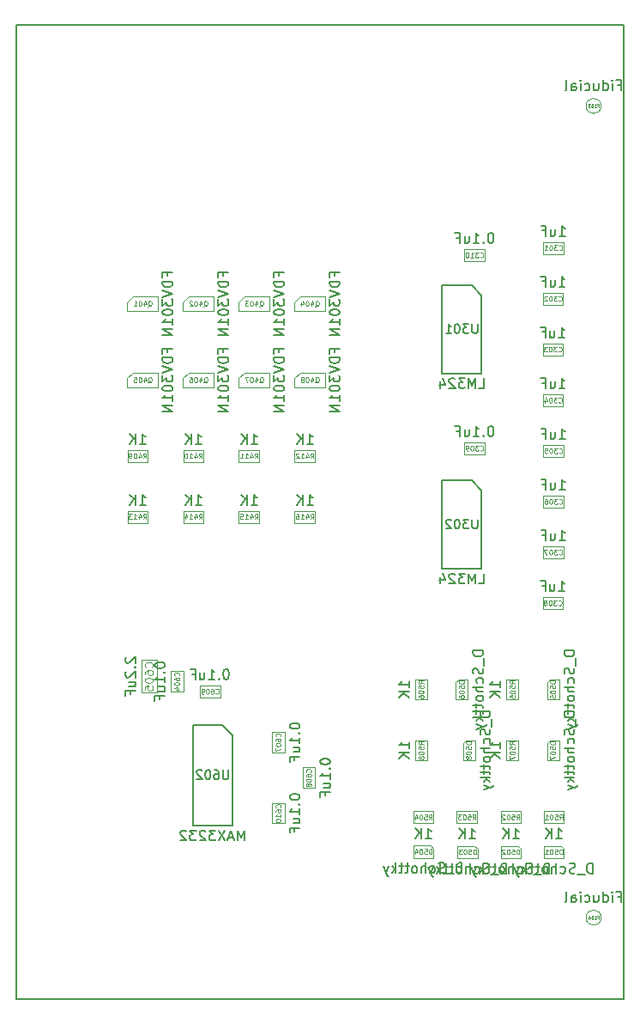
<source format=gbr>
G04 #@! TF.GenerationSoftware,KiCad,Pcbnew,5.0.1-33cea8e~68~ubuntu18.04.1*
G04 #@! TF.CreationDate,2018-11-14T12:35:48-05:00*
G04 #@! TF.ProjectId,PBC_TP_Final_JMena,5042435F54505F46696E616C5F4A4D65,1.0*
G04 #@! TF.SameCoordinates,Original*
G04 #@! TF.FileFunction,Other,Fab,Bot*
%FSLAX46Y46*%
G04 Gerber Fmt 4.6, Leading zero omitted, Abs format (unit mm)*
G04 Created by KiCad (PCBNEW 5.0.1-33cea8e~68~ubuntu18.04.1) date mié 14 nov 2018 12:35:48 -05*
%MOMM*%
%LPD*%
G01*
G04 APERTURE LIST*
%ADD10C,0.150000*%
%ADD11C,0.100000*%
%ADD12C,0.050000*%
%ADD13C,0.135000*%
%ADD14C,0.080000*%
%ADD15C,0.120000*%
%ADD16C,0.075000*%
G04 APERTURE END LIST*
D10*
X139000000Y-52000000D02*
X79000000Y-52000000D01*
X139000000Y-148000000D02*
X139000000Y-52000000D01*
X79000000Y-148000000D02*
X139000000Y-148000000D01*
X79000000Y-52000000D02*
X79000000Y-148000000D01*
D11*
G04 #@! TO.C,F104*
X136750000Y-140000000D02*
G75*
G03X136750000Y-140000000I-750000J0D01*
G01*
G04 #@! TO.C,F103*
X136750000Y-60000000D02*
G75*
G03X136750000Y-60000000I-750000J0D01*
G01*
D10*
G04 #@! TO.C,U602*
X99350000Y-121000000D02*
X96450000Y-121000000D01*
X96450000Y-121000000D02*
X96450000Y-130900000D01*
X96450000Y-130900000D02*
X100350000Y-130900000D01*
X100350000Y-130900000D02*
X100350000Y-122000000D01*
X100350000Y-122000000D02*
X99350000Y-121000000D01*
D11*
G04 #@! TO.C,R508*
X118400000Y-124500000D02*
X119600000Y-124500000D01*
X119600000Y-124500000D02*
X119600000Y-122500000D01*
X119600000Y-122500000D02*
X118400000Y-122500000D01*
X118400000Y-122500000D02*
X118400000Y-124500000D01*
G04 #@! TO.C,C608*
X108500000Y-127200000D02*
X108500000Y-125200000D01*
X107300000Y-127200000D02*
X108500000Y-127200000D01*
X107300000Y-125200000D02*
X107300000Y-127200000D01*
X108500000Y-125200000D02*
X107300000Y-125200000D01*
G04 #@! TO.C,C301*
X131025000Y-73400000D02*
X131025000Y-74600000D01*
X131025000Y-74600000D02*
X133025000Y-74600000D01*
X133025000Y-74600000D02*
X133025000Y-73400000D01*
X133025000Y-73400000D02*
X131025000Y-73400000D01*
G04 #@! TO.C,C302*
X131000000Y-78400000D02*
X131000000Y-79600000D01*
X131000000Y-79600000D02*
X133000000Y-79600000D01*
X133000000Y-79600000D02*
X133000000Y-78400000D01*
X133000000Y-78400000D02*
X131000000Y-78400000D01*
G04 #@! TO.C,C303*
X130975000Y-83400000D02*
X130975000Y-84600000D01*
X130975000Y-84600000D02*
X132975000Y-84600000D01*
X132975000Y-84600000D02*
X132975000Y-83400000D01*
X132975000Y-83400000D02*
X130975000Y-83400000D01*
G04 #@! TO.C,C304*
X133000000Y-88400000D02*
X131000000Y-88400000D01*
X133000000Y-89600000D02*
X133000000Y-88400000D01*
X131000000Y-89600000D02*
X133000000Y-89600000D01*
X131000000Y-88400000D02*
X131000000Y-89600000D01*
G04 #@! TO.C,C305*
X131025000Y-93400000D02*
X131025000Y-94600000D01*
X131025000Y-94600000D02*
X133025000Y-94600000D01*
X133025000Y-94600000D02*
X133025000Y-93400000D01*
X133025000Y-93400000D02*
X131025000Y-93400000D01*
G04 #@! TO.C,C306*
X133025000Y-98400000D02*
X131025000Y-98400000D01*
X133025000Y-99600000D02*
X133025000Y-98400000D01*
X131025000Y-99600000D02*
X133025000Y-99600000D01*
X131025000Y-98400000D02*
X131025000Y-99600000D01*
G04 #@! TO.C,C307*
X131025000Y-103400000D02*
X131025000Y-104600000D01*
X131025000Y-104600000D02*
X133025000Y-104600000D01*
X133025000Y-104600000D02*
X133025000Y-103400000D01*
X133025000Y-103400000D02*
X131025000Y-103400000D01*
G04 #@! TO.C,C308*
X132975000Y-108400000D02*
X130975000Y-108400000D01*
X132975000Y-109600000D02*
X132975000Y-108400000D01*
X130975000Y-109600000D02*
X132975000Y-109600000D01*
X130975000Y-108400000D02*
X130975000Y-109600000D01*
G04 #@! TO.C,C309*
X123250000Y-93150000D02*
X123250000Y-94350000D01*
X123250000Y-94350000D02*
X125250000Y-94350000D01*
X125250000Y-94350000D02*
X125250000Y-93150000D01*
X125250000Y-93150000D02*
X123250000Y-93150000D01*
G04 #@! TO.C,C310*
X123250000Y-74100000D02*
X123250000Y-75300000D01*
X123250000Y-75300000D02*
X125250000Y-75300000D01*
X125250000Y-75300000D02*
X125250000Y-74100000D01*
X125250000Y-74100000D02*
X123250000Y-74100000D01*
G04 #@! TO.C,C604*
X94300000Y-117700000D02*
X95500000Y-117700000D01*
X95500000Y-117700000D02*
X95500000Y-115700000D01*
X95500000Y-115700000D02*
X94300000Y-115700000D01*
X94300000Y-115700000D02*
X94300000Y-117700000D01*
G04 #@! TO.C,C605*
X91350000Y-114600000D02*
X91350000Y-117800000D01*
X92950000Y-114600000D02*
X91350000Y-114600000D01*
X92950000Y-117800000D02*
X92950000Y-114600000D01*
X91350000Y-117800000D02*
X92950000Y-117800000D01*
G04 #@! TO.C,C607*
X105500000Y-123700000D02*
X105500000Y-121700000D01*
X104300000Y-123700000D02*
X105500000Y-123700000D01*
X104300000Y-121700000D02*
X104300000Y-123700000D01*
X105500000Y-121700000D02*
X104300000Y-121700000D01*
G04 #@! TO.C,C609*
X97150000Y-117100000D02*
X97150000Y-118300000D01*
X97150000Y-118300000D02*
X99150000Y-118300000D01*
X99150000Y-118300000D02*
X99150000Y-117100000D01*
X99150000Y-117100000D02*
X97150000Y-117100000D01*
G04 #@! TO.C,C610*
X105500000Y-128700000D02*
X104300000Y-128700000D01*
X104300000Y-128700000D02*
X104300000Y-130700000D01*
X104300000Y-130700000D02*
X105500000Y-130700000D01*
X105500000Y-130700000D02*
X105500000Y-128700000D01*
G04 #@! TO.C,D501*
X131075216Y-132923874D02*
X132775216Y-132923874D01*
X132775216Y-132923874D02*
X133075216Y-133223874D01*
X133075216Y-133223874D02*
X133075216Y-134123874D01*
X133075216Y-134123874D02*
X131075216Y-134123874D01*
X131075216Y-134123874D02*
X131075216Y-132923874D01*
G04 #@! TO.C,D502*
X126825216Y-134123874D02*
X126825216Y-132923874D01*
X128825216Y-134123874D02*
X126825216Y-134123874D01*
X128825216Y-133223874D02*
X128825216Y-134123874D01*
X128525216Y-132923874D02*
X128825216Y-133223874D01*
X126825216Y-132923874D02*
X128525216Y-132923874D01*
G04 #@! TO.C,D503*
X122575216Y-134123874D02*
X122575216Y-132923874D01*
X124575216Y-134123874D02*
X122575216Y-134123874D01*
X124575216Y-133223874D02*
X124575216Y-134123874D01*
X124275216Y-132923874D02*
X124575216Y-133223874D01*
X122575216Y-132923874D02*
X124275216Y-132923874D01*
G04 #@! TO.C,D504*
X118200000Y-132900000D02*
X119900000Y-132900000D01*
X119900000Y-132900000D02*
X120200000Y-133200000D01*
X120200000Y-133200000D02*
X120200000Y-134100000D01*
X120200000Y-134100000D02*
X118200000Y-134100000D01*
X118200000Y-134100000D02*
X118200000Y-132900000D01*
G04 #@! TO.C,D505*
X131400000Y-118500000D02*
X131400000Y-116800000D01*
X131400000Y-116800000D02*
X131700000Y-116500000D01*
X131700000Y-116500000D02*
X132600000Y-116500000D01*
X132600000Y-116500000D02*
X132600000Y-118500000D01*
X132600000Y-118500000D02*
X131400000Y-118500000D01*
G04 #@! TO.C,D506*
X123600000Y-118500000D02*
X122400000Y-118500000D01*
X123600000Y-116500000D02*
X123600000Y-118500000D01*
X122700000Y-116500000D02*
X123600000Y-116500000D01*
X122400000Y-116800000D02*
X122700000Y-116500000D01*
X122400000Y-118500000D02*
X122400000Y-116800000D01*
G04 #@! TO.C,D507*
X131400000Y-124500000D02*
X131400000Y-122800000D01*
X131400000Y-122800000D02*
X131700000Y-122500000D01*
X131700000Y-122500000D02*
X132600000Y-122500000D01*
X132600000Y-122500000D02*
X132600000Y-124500000D01*
X132600000Y-124500000D02*
X131400000Y-124500000D01*
G04 #@! TO.C,D508*
X124300000Y-124500000D02*
X123100000Y-124500000D01*
X124300000Y-122500000D02*
X124300000Y-124500000D01*
X123400000Y-122500000D02*
X124300000Y-122500000D01*
X123100000Y-122800000D02*
X123400000Y-122500000D01*
X123100000Y-124500000D02*
X123100000Y-122800000D01*
G04 #@! TO.C,Q401*
X93020000Y-78800000D02*
X93020000Y-80200000D01*
X89980000Y-80200000D02*
X93020000Y-80200000D01*
X90550000Y-78800000D02*
X89980000Y-79350000D01*
X89980000Y-79350000D02*
X89980000Y-80200000D01*
X90550000Y-78800000D02*
X93000000Y-78800000D01*
G04 #@! TO.C,Q402*
X96050000Y-78800000D02*
X98500000Y-78800000D01*
X95480000Y-79350000D02*
X95480000Y-80200000D01*
X96050000Y-78800000D02*
X95480000Y-79350000D01*
X95480000Y-80200000D02*
X98520000Y-80200000D01*
X98520000Y-78800000D02*
X98520000Y-80200000D01*
G04 #@! TO.C,Q403*
X101550000Y-78800000D02*
X104000000Y-78800000D01*
X100980000Y-79350000D02*
X100980000Y-80200000D01*
X101550000Y-78800000D02*
X100980000Y-79350000D01*
X100980000Y-80200000D02*
X104020000Y-80200000D01*
X104020000Y-78800000D02*
X104020000Y-80200000D01*
G04 #@! TO.C,Q404*
X107050000Y-78800000D02*
X109500000Y-78800000D01*
X106480000Y-79350000D02*
X106480000Y-80200000D01*
X107050000Y-78800000D02*
X106480000Y-79350000D01*
X106480000Y-80200000D02*
X109520000Y-80200000D01*
X109520000Y-78800000D02*
X109520000Y-80200000D01*
G04 #@! TO.C,Q405*
X93020000Y-86300000D02*
X93020000Y-87700000D01*
X89980000Y-87700000D02*
X93020000Y-87700000D01*
X90550000Y-86300000D02*
X89980000Y-86850000D01*
X89980000Y-86850000D02*
X89980000Y-87700000D01*
X90550000Y-86300000D02*
X93000000Y-86300000D01*
G04 #@! TO.C,Q406*
X96050000Y-86300000D02*
X98500000Y-86300000D01*
X95480000Y-86850000D02*
X95480000Y-87700000D01*
X96050000Y-86300000D02*
X95480000Y-86850000D01*
X95480000Y-87700000D02*
X98520000Y-87700000D01*
X98520000Y-86300000D02*
X98520000Y-87700000D01*
G04 #@! TO.C,Q407*
X104020000Y-86300000D02*
X104020000Y-87700000D01*
X100980000Y-87700000D02*
X104020000Y-87700000D01*
X101550000Y-86300000D02*
X100980000Y-86850000D01*
X100980000Y-86850000D02*
X100980000Y-87700000D01*
X101550000Y-86300000D02*
X104000000Y-86300000D01*
G04 #@! TO.C,Q408*
X107050000Y-86300000D02*
X109500000Y-86300000D01*
X106480000Y-86850000D02*
X106480000Y-87700000D01*
X107050000Y-86300000D02*
X106480000Y-86850000D01*
X106480000Y-87700000D02*
X109520000Y-87700000D01*
X109520000Y-86300000D02*
X109520000Y-87700000D01*
G04 #@! TO.C,R409*
X92000000Y-93900000D02*
X90000000Y-93900000D01*
X92000000Y-95100000D02*
X92000000Y-93900000D01*
X90000000Y-95100000D02*
X92000000Y-95100000D01*
X90000000Y-93900000D02*
X90000000Y-95100000D01*
G04 #@! TO.C,R410*
X95500000Y-93900000D02*
X95500000Y-95100000D01*
X95500000Y-95100000D02*
X97500000Y-95100000D01*
X97500000Y-95100000D02*
X97500000Y-93900000D01*
X97500000Y-93900000D02*
X95500000Y-93900000D01*
G04 #@! TO.C,R411*
X103000000Y-93900000D02*
X101000000Y-93900000D01*
X103000000Y-95100000D02*
X103000000Y-93900000D01*
X101000000Y-95100000D02*
X103000000Y-95100000D01*
X101000000Y-93900000D02*
X101000000Y-95100000D01*
G04 #@! TO.C,R412*
X106500000Y-93900000D02*
X106500000Y-95100000D01*
X106500000Y-95100000D02*
X108500000Y-95100000D01*
X108500000Y-95100000D02*
X108500000Y-93900000D01*
X108500000Y-93900000D02*
X106500000Y-93900000D01*
G04 #@! TO.C,R413*
X92000000Y-99900000D02*
X90000000Y-99900000D01*
X92000000Y-101100000D02*
X92000000Y-99900000D01*
X90000000Y-101100000D02*
X92000000Y-101100000D01*
X90000000Y-99900000D02*
X90000000Y-101100000D01*
G04 #@! TO.C,R414*
X95500000Y-99900000D02*
X95500000Y-101100000D01*
X95500000Y-101100000D02*
X97500000Y-101100000D01*
X97500000Y-101100000D02*
X97500000Y-99900000D01*
X97500000Y-99900000D02*
X95500000Y-99900000D01*
G04 #@! TO.C,R415*
X101000000Y-99900000D02*
X101000000Y-101100000D01*
X101000000Y-101100000D02*
X103000000Y-101100000D01*
X103000000Y-101100000D02*
X103000000Y-99900000D01*
X103000000Y-99900000D02*
X101000000Y-99900000D01*
G04 #@! TO.C,R416*
X106500000Y-99900000D02*
X106500000Y-101100000D01*
X106500000Y-101100000D02*
X108500000Y-101100000D01*
X108500000Y-101100000D02*
X108500000Y-99900000D01*
X108500000Y-99900000D02*
X106500000Y-99900000D01*
G04 #@! TO.C,R501*
X131075216Y-130700000D02*
X133075216Y-130700000D01*
X131075216Y-129500000D02*
X131075216Y-130700000D01*
X133075216Y-129500000D02*
X131075216Y-129500000D01*
X133075216Y-130700000D02*
X133075216Y-129500000D01*
G04 #@! TO.C,R502*
X128825216Y-130700000D02*
X128825216Y-129500000D01*
X128825216Y-129500000D02*
X126825216Y-129500000D01*
X126825216Y-129500000D02*
X126825216Y-130700000D01*
X126825216Y-130700000D02*
X128825216Y-130700000D01*
G04 #@! TO.C,R503*
X122500000Y-130700000D02*
X124500000Y-130700000D01*
X122500000Y-129500000D02*
X122500000Y-130700000D01*
X124500000Y-129500000D02*
X122500000Y-129500000D01*
X124500000Y-130700000D02*
X124500000Y-129500000D01*
G04 #@! TO.C,R504*
X120200000Y-130700000D02*
X120200000Y-129500000D01*
X120200000Y-129500000D02*
X118200000Y-129500000D01*
X118200000Y-129500000D02*
X118200000Y-130700000D01*
X118200000Y-130700000D02*
X120200000Y-130700000D01*
G04 #@! TO.C,R505*
X127400000Y-118500000D02*
X128600000Y-118500000D01*
X128600000Y-118500000D02*
X128600000Y-116500000D01*
X128600000Y-116500000D02*
X127400000Y-116500000D01*
X127400000Y-116500000D02*
X127400000Y-118500000D01*
G04 #@! TO.C,R506*
X118400000Y-116500000D02*
X118400000Y-118500000D01*
X119600000Y-116500000D02*
X118400000Y-116500000D01*
X119600000Y-118500000D02*
X119600000Y-116500000D01*
X118400000Y-118500000D02*
X119600000Y-118500000D01*
G04 #@! TO.C,R507*
X127400000Y-124500000D02*
X128600000Y-124500000D01*
X128600000Y-124500000D02*
X128600000Y-122500000D01*
X128600000Y-122500000D02*
X127400000Y-122500000D01*
X127400000Y-122500000D02*
X127400000Y-124500000D01*
D10*
G04 #@! TO.C,U301*
X123950000Y-77650000D02*
X121050000Y-77650000D01*
X121050000Y-77650000D02*
X121050000Y-86350000D01*
X121050000Y-86350000D02*
X124950000Y-86350000D01*
X124950000Y-86350000D02*
X124950000Y-78650000D01*
X124950000Y-78650000D02*
X123950000Y-77650000D01*
G04 #@! TO.C,U302*
X124950000Y-97900000D02*
X123950000Y-96900000D01*
X124950000Y-105600000D02*
X124950000Y-97900000D01*
X121050000Y-105600000D02*
X124950000Y-105600000D01*
X121050000Y-96900000D02*
X121050000Y-105600000D01*
X123950000Y-96900000D02*
X121050000Y-96900000D01*
G04 #@! TD*
G04 #@! TO.C,F104*
X138380952Y-137928571D02*
X138714285Y-137928571D01*
X138714285Y-138452380D02*
X138714285Y-137452380D01*
X138238095Y-137452380D01*
X137857142Y-138452380D02*
X137857142Y-137785714D01*
X137857142Y-137452380D02*
X137904761Y-137500000D01*
X137857142Y-137547619D01*
X137809523Y-137500000D01*
X137857142Y-137452380D01*
X137857142Y-137547619D01*
X136952380Y-138452380D02*
X136952380Y-137452380D01*
X136952380Y-138404761D02*
X137047619Y-138452380D01*
X137238095Y-138452380D01*
X137333333Y-138404761D01*
X137380952Y-138357142D01*
X137428571Y-138261904D01*
X137428571Y-137976190D01*
X137380952Y-137880952D01*
X137333333Y-137833333D01*
X137238095Y-137785714D01*
X137047619Y-137785714D01*
X136952380Y-137833333D01*
X136047619Y-137785714D02*
X136047619Y-138452380D01*
X136476190Y-137785714D02*
X136476190Y-138309523D01*
X136428571Y-138404761D01*
X136333333Y-138452380D01*
X136190476Y-138452380D01*
X136095238Y-138404761D01*
X136047619Y-138357142D01*
X135142857Y-138404761D02*
X135238095Y-138452380D01*
X135428571Y-138452380D01*
X135523809Y-138404761D01*
X135571428Y-138357142D01*
X135619047Y-138261904D01*
X135619047Y-137976190D01*
X135571428Y-137880952D01*
X135523809Y-137833333D01*
X135428571Y-137785714D01*
X135238095Y-137785714D01*
X135142857Y-137833333D01*
X134714285Y-138452380D02*
X134714285Y-137785714D01*
X134714285Y-137452380D02*
X134761904Y-137500000D01*
X134714285Y-137547619D01*
X134666666Y-137500000D01*
X134714285Y-137452380D01*
X134714285Y-137547619D01*
X133809523Y-138452380D02*
X133809523Y-137928571D01*
X133857142Y-137833333D01*
X133952380Y-137785714D01*
X134142857Y-137785714D01*
X134238095Y-137833333D01*
X133809523Y-138404761D02*
X133904761Y-138452380D01*
X134142857Y-138452380D01*
X134238095Y-138404761D01*
X134285714Y-138309523D01*
X134285714Y-138214285D01*
X134238095Y-138119047D01*
X134142857Y-138071428D01*
X133904761Y-138071428D01*
X133809523Y-138023809D01*
X133190476Y-138452380D02*
X133285714Y-138404761D01*
X133333333Y-138309523D01*
X133333333Y-137452380D01*
D12*
X136385714Y-139978571D02*
X136485714Y-139978571D01*
X136485714Y-140135714D02*
X136485714Y-139835714D01*
X136342857Y-139835714D01*
X136071428Y-140135714D02*
X136242857Y-140135714D01*
X136157142Y-140135714D02*
X136157142Y-139835714D01*
X136185714Y-139878571D01*
X136214285Y-139907142D01*
X136242857Y-139921428D01*
X135885714Y-139835714D02*
X135857142Y-139835714D01*
X135828571Y-139850000D01*
X135814285Y-139864285D01*
X135800000Y-139892857D01*
X135785714Y-139950000D01*
X135785714Y-140021428D01*
X135800000Y-140078571D01*
X135814285Y-140107142D01*
X135828571Y-140121428D01*
X135857142Y-140135714D01*
X135885714Y-140135714D01*
X135914285Y-140121428D01*
X135928571Y-140107142D01*
X135942857Y-140078571D01*
X135957142Y-140021428D01*
X135957142Y-139950000D01*
X135942857Y-139892857D01*
X135928571Y-139864285D01*
X135914285Y-139850000D01*
X135885714Y-139835714D01*
X135528571Y-139935714D02*
X135528571Y-140135714D01*
X135600000Y-139821428D02*
X135671428Y-140035714D01*
X135485714Y-140035714D01*
G04 #@! TO.C,F103*
D10*
X138380952Y-57928571D02*
X138714285Y-57928571D01*
X138714285Y-58452380D02*
X138714285Y-57452380D01*
X138238095Y-57452380D01*
X137857142Y-58452380D02*
X137857142Y-57785714D01*
X137857142Y-57452380D02*
X137904761Y-57500000D01*
X137857142Y-57547619D01*
X137809523Y-57500000D01*
X137857142Y-57452380D01*
X137857142Y-57547619D01*
X136952380Y-58452380D02*
X136952380Y-57452380D01*
X136952380Y-58404761D02*
X137047619Y-58452380D01*
X137238095Y-58452380D01*
X137333333Y-58404761D01*
X137380952Y-58357142D01*
X137428571Y-58261904D01*
X137428571Y-57976190D01*
X137380952Y-57880952D01*
X137333333Y-57833333D01*
X137238095Y-57785714D01*
X137047619Y-57785714D01*
X136952380Y-57833333D01*
X136047619Y-57785714D02*
X136047619Y-58452380D01*
X136476190Y-57785714D02*
X136476190Y-58309523D01*
X136428571Y-58404761D01*
X136333333Y-58452380D01*
X136190476Y-58452380D01*
X136095238Y-58404761D01*
X136047619Y-58357142D01*
X135142857Y-58404761D02*
X135238095Y-58452380D01*
X135428571Y-58452380D01*
X135523809Y-58404761D01*
X135571428Y-58357142D01*
X135619047Y-58261904D01*
X135619047Y-57976190D01*
X135571428Y-57880952D01*
X135523809Y-57833333D01*
X135428571Y-57785714D01*
X135238095Y-57785714D01*
X135142857Y-57833333D01*
X134714285Y-58452380D02*
X134714285Y-57785714D01*
X134714285Y-57452380D02*
X134761904Y-57500000D01*
X134714285Y-57547619D01*
X134666666Y-57500000D01*
X134714285Y-57452380D01*
X134714285Y-57547619D01*
X133809523Y-58452380D02*
X133809523Y-57928571D01*
X133857142Y-57833333D01*
X133952380Y-57785714D01*
X134142857Y-57785714D01*
X134238095Y-57833333D01*
X133809523Y-58404761D02*
X133904761Y-58452380D01*
X134142857Y-58452380D01*
X134238095Y-58404761D01*
X134285714Y-58309523D01*
X134285714Y-58214285D01*
X134238095Y-58119047D01*
X134142857Y-58071428D01*
X133904761Y-58071428D01*
X133809523Y-58023809D01*
X133190476Y-58452380D02*
X133285714Y-58404761D01*
X133333333Y-58309523D01*
X133333333Y-57452380D01*
D12*
X136385714Y-59978571D02*
X136485714Y-59978571D01*
X136485714Y-60135714D02*
X136485714Y-59835714D01*
X136342857Y-59835714D01*
X136071428Y-60135714D02*
X136242857Y-60135714D01*
X136157142Y-60135714D02*
X136157142Y-59835714D01*
X136185714Y-59878571D01*
X136214285Y-59907142D01*
X136242857Y-59921428D01*
X135885714Y-59835714D02*
X135857142Y-59835714D01*
X135828571Y-59850000D01*
X135814285Y-59864285D01*
X135800000Y-59892857D01*
X135785714Y-59950000D01*
X135785714Y-60021428D01*
X135800000Y-60078571D01*
X135814285Y-60107142D01*
X135828571Y-60121428D01*
X135857142Y-60135714D01*
X135885714Y-60135714D01*
X135914285Y-60121428D01*
X135928571Y-60107142D01*
X135942857Y-60078571D01*
X135957142Y-60021428D01*
X135957142Y-59950000D01*
X135942857Y-59892857D01*
X135928571Y-59864285D01*
X135914285Y-59850000D01*
X135885714Y-59835714D01*
X135685714Y-59835714D02*
X135500000Y-59835714D01*
X135600000Y-59950000D01*
X135557142Y-59950000D01*
X135528571Y-59964285D01*
X135514285Y-59978571D01*
X135500000Y-60007142D01*
X135500000Y-60078571D01*
X135514285Y-60107142D01*
X135528571Y-60121428D01*
X135557142Y-60135714D01*
X135642857Y-60135714D01*
X135671428Y-60121428D01*
X135685714Y-60107142D01*
G04 #@! TO.C,U602*
D10*
X101542857Y-132402380D02*
X101542857Y-131402380D01*
X101209523Y-132116666D01*
X100876190Y-131402380D01*
X100876190Y-132402380D01*
X100447619Y-132116666D02*
X99971428Y-132116666D01*
X100542857Y-132402380D02*
X100209523Y-131402380D01*
X99876190Y-132402380D01*
X99638095Y-131402380D02*
X98971428Y-132402380D01*
X98971428Y-131402380D02*
X99638095Y-132402380D01*
X98685714Y-131402380D02*
X98066666Y-131402380D01*
X98400000Y-131783333D01*
X98257142Y-131783333D01*
X98161904Y-131830952D01*
X98114285Y-131878571D01*
X98066666Y-131973809D01*
X98066666Y-132211904D01*
X98114285Y-132307142D01*
X98161904Y-132354761D01*
X98257142Y-132402380D01*
X98542857Y-132402380D01*
X98638095Y-132354761D01*
X98685714Y-132307142D01*
X97685714Y-131497619D02*
X97638095Y-131450000D01*
X97542857Y-131402380D01*
X97304761Y-131402380D01*
X97209523Y-131450000D01*
X97161904Y-131497619D01*
X97114285Y-131592857D01*
X97114285Y-131688095D01*
X97161904Y-131830952D01*
X97733333Y-132402380D01*
X97114285Y-132402380D01*
X96780952Y-131402380D02*
X96161904Y-131402380D01*
X96495238Y-131783333D01*
X96352380Y-131783333D01*
X96257142Y-131830952D01*
X96209523Y-131878571D01*
X96161904Y-131973809D01*
X96161904Y-132211904D01*
X96209523Y-132307142D01*
X96257142Y-132354761D01*
X96352380Y-132402380D01*
X96638095Y-132402380D01*
X96733333Y-132354761D01*
X96780952Y-132307142D01*
X95780952Y-131497619D02*
X95733333Y-131450000D01*
X95638095Y-131402380D01*
X95400000Y-131402380D01*
X95304761Y-131450000D01*
X95257142Y-131497619D01*
X95209523Y-131592857D01*
X95209523Y-131688095D01*
X95257142Y-131830952D01*
X95828571Y-132402380D01*
X95209523Y-132402380D01*
D13*
X99942857Y-125457142D02*
X99942857Y-126185714D01*
X99900000Y-126271428D01*
X99857142Y-126314285D01*
X99771428Y-126357142D01*
X99600000Y-126357142D01*
X99514285Y-126314285D01*
X99471428Y-126271428D01*
X99428571Y-126185714D01*
X99428571Y-125457142D01*
X98614285Y-125457142D02*
X98785714Y-125457142D01*
X98871428Y-125500000D01*
X98914285Y-125542857D01*
X99000000Y-125671428D01*
X99042857Y-125842857D01*
X99042857Y-126185714D01*
X99000000Y-126271428D01*
X98957142Y-126314285D01*
X98871428Y-126357142D01*
X98700000Y-126357142D01*
X98614285Y-126314285D01*
X98571428Y-126271428D01*
X98528571Y-126185714D01*
X98528571Y-125971428D01*
X98571428Y-125885714D01*
X98614285Y-125842857D01*
X98700000Y-125800000D01*
X98871428Y-125800000D01*
X98957142Y-125842857D01*
X99000000Y-125885714D01*
X99042857Y-125971428D01*
X97971428Y-125457142D02*
X97885714Y-125457142D01*
X97800000Y-125500000D01*
X97757142Y-125542857D01*
X97714285Y-125628571D01*
X97671428Y-125800000D01*
X97671428Y-126014285D01*
X97714285Y-126185714D01*
X97757142Y-126271428D01*
X97800000Y-126314285D01*
X97885714Y-126357142D01*
X97971428Y-126357142D01*
X98057142Y-126314285D01*
X98100000Y-126271428D01*
X98142857Y-126185714D01*
X98185714Y-126014285D01*
X98185714Y-125800000D01*
X98142857Y-125628571D01*
X98100000Y-125542857D01*
X98057142Y-125500000D01*
X97971428Y-125457142D01*
X97328571Y-125542857D02*
X97285714Y-125500000D01*
X97200000Y-125457142D01*
X96985714Y-125457142D01*
X96900000Y-125500000D01*
X96857142Y-125542857D01*
X96814285Y-125628571D01*
X96814285Y-125714285D01*
X96857142Y-125842857D01*
X97371428Y-126357142D01*
X96814285Y-126357142D01*
G04 #@! TO.C,R508*
D10*
X117802380Y-123285714D02*
X117802380Y-122714285D01*
X117802380Y-123000000D02*
X116802380Y-123000000D01*
X116945238Y-122904761D01*
X117040476Y-122809523D01*
X117088095Y-122714285D01*
X117802380Y-123714285D02*
X116802380Y-123714285D01*
X117802380Y-124285714D02*
X117230952Y-123857142D01*
X116802380Y-124285714D02*
X117373809Y-123714285D01*
D14*
X119226190Y-122940476D02*
X118988095Y-122773809D01*
X119226190Y-122654761D02*
X118726190Y-122654761D01*
X118726190Y-122845238D01*
X118750000Y-122892857D01*
X118773809Y-122916666D01*
X118821428Y-122940476D01*
X118892857Y-122940476D01*
X118940476Y-122916666D01*
X118964285Y-122892857D01*
X118988095Y-122845238D01*
X118988095Y-122654761D01*
X118726190Y-123392857D02*
X118726190Y-123154761D01*
X118964285Y-123130952D01*
X118940476Y-123154761D01*
X118916666Y-123202380D01*
X118916666Y-123321428D01*
X118940476Y-123369047D01*
X118964285Y-123392857D01*
X119011904Y-123416666D01*
X119130952Y-123416666D01*
X119178571Y-123392857D01*
X119202380Y-123369047D01*
X119226190Y-123321428D01*
X119226190Y-123202380D01*
X119202380Y-123154761D01*
X119178571Y-123130952D01*
X118726190Y-123726190D02*
X118726190Y-123773809D01*
X118750000Y-123821428D01*
X118773809Y-123845238D01*
X118821428Y-123869047D01*
X118916666Y-123892857D01*
X119035714Y-123892857D01*
X119130952Y-123869047D01*
X119178571Y-123845238D01*
X119202380Y-123821428D01*
X119226190Y-123773809D01*
X119226190Y-123726190D01*
X119202380Y-123678571D01*
X119178571Y-123654761D01*
X119130952Y-123630952D01*
X119035714Y-123607142D01*
X118916666Y-123607142D01*
X118821428Y-123630952D01*
X118773809Y-123654761D01*
X118750000Y-123678571D01*
X118726190Y-123726190D01*
X118940476Y-124178571D02*
X118916666Y-124130952D01*
X118892857Y-124107142D01*
X118845238Y-124083333D01*
X118821428Y-124083333D01*
X118773809Y-124107142D01*
X118750000Y-124130952D01*
X118726190Y-124178571D01*
X118726190Y-124273809D01*
X118750000Y-124321428D01*
X118773809Y-124345238D01*
X118821428Y-124369047D01*
X118845238Y-124369047D01*
X118892857Y-124345238D01*
X118916666Y-124321428D01*
X118940476Y-124273809D01*
X118940476Y-124178571D01*
X118964285Y-124130952D01*
X118988095Y-124107142D01*
X119035714Y-124083333D01*
X119130952Y-124083333D01*
X119178571Y-124107142D01*
X119202380Y-124130952D01*
X119226190Y-124178571D01*
X119226190Y-124273809D01*
X119202380Y-124321428D01*
X119178571Y-124345238D01*
X119130952Y-124369047D01*
X119035714Y-124369047D01*
X118988095Y-124345238D01*
X118964285Y-124321428D01*
X118940476Y-124273809D01*
G04 #@! TO.C,C608*
D10*
X109002380Y-124557142D02*
X109002380Y-124652380D01*
X109050000Y-124747619D01*
X109097619Y-124795238D01*
X109192857Y-124842857D01*
X109383333Y-124890476D01*
X109621428Y-124890476D01*
X109811904Y-124842857D01*
X109907142Y-124795238D01*
X109954761Y-124747619D01*
X110002380Y-124652380D01*
X110002380Y-124557142D01*
X109954761Y-124461904D01*
X109907142Y-124414285D01*
X109811904Y-124366666D01*
X109621428Y-124319047D01*
X109383333Y-124319047D01*
X109192857Y-124366666D01*
X109097619Y-124414285D01*
X109050000Y-124461904D01*
X109002380Y-124557142D01*
X109907142Y-125319047D02*
X109954761Y-125366666D01*
X110002380Y-125319047D01*
X109954761Y-125271428D01*
X109907142Y-125319047D01*
X110002380Y-125319047D01*
X110002380Y-126319047D02*
X110002380Y-125747619D01*
X110002380Y-126033333D02*
X109002380Y-126033333D01*
X109145238Y-125938095D01*
X109240476Y-125842857D01*
X109288095Y-125747619D01*
X109335714Y-127176190D02*
X110002380Y-127176190D01*
X109335714Y-126747619D02*
X109859523Y-126747619D01*
X109954761Y-126795238D01*
X110002380Y-126890476D01*
X110002380Y-127033333D01*
X109954761Y-127128571D01*
X109907142Y-127176190D01*
X109478571Y-127985714D02*
X109478571Y-127652380D01*
X110002380Y-127652380D02*
X109002380Y-127652380D01*
X109002380Y-128128571D01*
D14*
X108078571Y-125640476D02*
X108102380Y-125616666D01*
X108126190Y-125545238D01*
X108126190Y-125497619D01*
X108102380Y-125426190D01*
X108054761Y-125378571D01*
X108007142Y-125354761D01*
X107911904Y-125330952D01*
X107840476Y-125330952D01*
X107745238Y-125354761D01*
X107697619Y-125378571D01*
X107650000Y-125426190D01*
X107626190Y-125497619D01*
X107626190Y-125545238D01*
X107650000Y-125616666D01*
X107673809Y-125640476D01*
X107626190Y-126069047D02*
X107626190Y-125973809D01*
X107650000Y-125926190D01*
X107673809Y-125902380D01*
X107745238Y-125854761D01*
X107840476Y-125830952D01*
X108030952Y-125830952D01*
X108078571Y-125854761D01*
X108102380Y-125878571D01*
X108126190Y-125926190D01*
X108126190Y-126021428D01*
X108102380Y-126069047D01*
X108078571Y-126092857D01*
X108030952Y-126116666D01*
X107911904Y-126116666D01*
X107864285Y-126092857D01*
X107840476Y-126069047D01*
X107816666Y-126021428D01*
X107816666Y-125926190D01*
X107840476Y-125878571D01*
X107864285Y-125854761D01*
X107911904Y-125830952D01*
X107626190Y-126426190D02*
X107626190Y-126473809D01*
X107650000Y-126521428D01*
X107673809Y-126545238D01*
X107721428Y-126569047D01*
X107816666Y-126592857D01*
X107935714Y-126592857D01*
X108030952Y-126569047D01*
X108078571Y-126545238D01*
X108102380Y-126521428D01*
X108126190Y-126473809D01*
X108126190Y-126426190D01*
X108102380Y-126378571D01*
X108078571Y-126354761D01*
X108030952Y-126330952D01*
X107935714Y-126307142D01*
X107816666Y-126307142D01*
X107721428Y-126330952D01*
X107673809Y-126354761D01*
X107650000Y-126378571D01*
X107626190Y-126426190D01*
X107840476Y-126878571D02*
X107816666Y-126830952D01*
X107792857Y-126807142D01*
X107745238Y-126783333D01*
X107721428Y-126783333D01*
X107673809Y-126807142D01*
X107650000Y-126830952D01*
X107626190Y-126878571D01*
X107626190Y-126973809D01*
X107650000Y-127021428D01*
X107673809Y-127045238D01*
X107721428Y-127069047D01*
X107745238Y-127069047D01*
X107792857Y-127045238D01*
X107816666Y-127021428D01*
X107840476Y-126973809D01*
X107840476Y-126878571D01*
X107864285Y-126830952D01*
X107888095Y-126807142D01*
X107935714Y-126783333D01*
X108030952Y-126783333D01*
X108078571Y-126807142D01*
X108102380Y-126830952D01*
X108126190Y-126878571D01*
X108126190Y-126973809D01*
X108102380Y-127021428D01*
X108078571Y-127045238D01*
X108030952Y-127069047D01*
X107935714Y-127069047D01*
X107888095Y-127045238D01*
X107864285Y-127021428D01*
X107840476Y-126973809D01*
G04 #@! TO.C,C301*
D10*
X132620238Y-72802380D02*
X133191666Y-72802380D01*
X132905952Y-72802380D02*
X132905952Y-71802380D01*
X133001190Y-71945238D01*
X133096428Y-72040476D01*
X133191666Y-72088095D01*
X131763095Y-72135714D02*
X131763095Y-72802380D01*
X132191666Y-72135714D02*
X132191666Y-72659523D01*
X132144047Y-72754761D01*
X132048809Y-72802380D01*
X131905952Y-72802380D01*
X131810714Y-72754761D01*
X131763095Y-72707142D01*
X130953571Y-72278571D02*
X131286904Y-72278571D01*
X131286904Y-72802380D02*
X131286904Y-71802380D01*
X130810714Y-71802380D01*
D14*
X132584523Y-74178571D02*
X132608333Y-74202380D01*
X132679761Y-74226190D01*
X132727380Y-74226190D01*
X132798809Y-74202380D01*
X132846428Y-74154761D01*
X132870238Y-74107142D01*
X132894047Y-74011904D01*
X132894047Y-73940476D01*
X132870238Y-73845238D01*
X132846428Y-73797619D01*
X132798809Y-73750000D01*
X132727380Y-73726190D01*
X132679761Y-73726190D01*
X132608333Y-73750000D01*
X132584523Y-73773809D01*
X132417857Y-73726190D02*
X132108333Y-73726190D01*
X132275000Y-73916666D01*
X132203571Y-73916666D01*
X132155952Y-73940476D01*
X132132142Y-73964285D01*
X132108333Y-74011904D01*
X132108333Y-74130952D01*
X132132142Y-74178571D01*
X132155952Y-74202380D01*
X132203571Y-74226190D01*
X132346428Y-74226190D01*
X132394047Y-74202380D01*
X132417857Y-74178571D01*
X131798809Y-73726190D02*
X131751190Y-73726190D01*
X131703571Y-73750000D01*
X131679761Y-73773809D01*
X131655952Y-73821428D01*
X131632142Y-73916666D01*
X131632142Y-74035714D01*
X131655952Y-74130952D01*
X131679761Y-74178571D01*
X131703571Y-74202380D01*
X131751190Y-74226190D01*
X131798809Y-74226190D01*
X131846428Y-74202380D01*
X131870238Y-74178571D01*
X131894047Y-74130952D01*
X131917857Y-74035714D01*
X131917857Y-73916666D01*
X131894047Y-73821428D01*
X131870238Y-73773809D01*
X131846428Y-73750000D01*
X131798809Y-73726190D01*
X131155952Y-74226190D02*
X131441666Y-74226190D01*
X131298809Y-74226190D02*
X131298809Y-73726190D01*
X131346428Y-73797619D01*
X131394047Y-73845238D01*
X131441666Y-73869047D01*
G04 #@! TO.C,C302*
D10*
X132595238Y-77802380D02*
X133166666Y-77802380D01*
X132880952Y-77802380D02*
X132880952Y-76802380D01*
X132976190Y-76945238D01*
X133071428Y-77040476D01*
X133166666Y-77088095D01*
X131738095Y-77135714D02*
X131738095Y-77802380D01*
X132166666Y-77135714D02*
X132166666Y-77659523D01*
X132119047Y-77754761D01*
X132023809Y-77802380D01*
X131880952Y-77802380D01*
X131785714Y-77754761D01*
X131738095Y-77707142D01*
X130928571Y-77278571D02*
X131261904Y-77278571D01*
X131261904Y-77802380D02*
X131261904Y-76802380D01*
X130785714Y-76802380D01*
D14*
X132559523Y-79178571D02*
X132583333Y-79202380D01*
X132654761Y-79226190D01*
X132702380Y-79226190D01*
X132773809Y-79202380D01*
X132821428Y-79154761D01*
X132845238Y-79107142D01*
X132869047Y-79011904D01*
X132869047Y-78940476D01*
X132845238Y-78845238D01*
X132821428Y-78797619D01*
X132773809Y-78750000D01*
X132702380Y-78726190D01*
X132654761Y-78726190D01*
X132583333Y-78750000D01*
X132559523Y-78773809D01*
X132392857Y-78726190D02*
X132083333Y-78726190D01*
X132250000Y-78916666D01*
X132178571Y-78916666D01*
X132130952Y-78940476D01*
X132107142Y-78964285D01*
X132083333Y-79011904D01*
X132083333Y-79130952D01*
X132107142Y-79178571D01*
X132130952Y-79202380D01*
X132178571Y-79226190D01*
X132321428Y-79226190D01*
X132369047Y-79202380D01*
X132392857Y-79178571D01*
X131773809Y-78726190D02*
X131726190Y-78726190D01*
X131678571Y-78750000D01*
X131654761Y-78773809D01*
X131630952Y-78821428D01*
X131607142Y-78916666D01*
X131607142Y-79035714D01*
X131630952Y-79130952D01*
X131654761Y-79178571D01*
X131678571Y-79202380D01*
X131726190Y-79226190D01*
X131773809Y-79226190D01*
X131821428Y-79202380D01*
X131845238Y-79178571D01*
X131869047Y-79130952D01*
X131892857Y-79035714D01*
X131892857Y-78916666D01*
X131869047Y-78821428D01*
X131845238Y-78773809D01*
X131821428Y-78750000D01*
X131773809Y-78726190D01*
X131416666Y-78773809D02*
X131392857Y-78750000D01*
X131345238Y-78726190D01*
X131226190Y-78726190D01*
X131178571Y-78750000D01*
X131154761Y-78773809D01*
X131130952Y-78821428D01*
X131130952Y-78869047D01*
X131154761Y-78940476D01*
X131440476Y-79226190D01*
X131130952Y-79226190D01*
G04 #@! TO.C,C303*
D10*
X132570238Y-82802380D02*
X133141666Y-82802380D01*
X132855952Y-82802380D02*
X132855952Y-81802380D01*
X132951190Y-81945238D01*
X133046428Y-82040476D01*
X133141666Y-82088095D01*
X131713095Y-82135714D02*
X131713095Y-82802380D01*
X132141666Y-82135714D02*
X132141666Y-82659523D01*
X132094047Y-82754761D01*
X131998809Y-82802380D01*
X131855952Y-82802380D01*
X131760714Y-82754761D01*
X131713095Y-82707142D01*
X130903571Y-82278571D02*
X131236904Y-82278571D01*
X131236904Y-82802380D02*
X131236904Y-81802380D01*
X130760714Y-81802380D01*
D14*
X132534523Y-84178571D02*
X132558333Y-84202380D01*
X132629761Y-84226190D01*
X132677380Y-84226190D01*
X132748809Y-84202380D01*
X132796428Y-84154761D01*
X132820238Y-84107142D01*
X132844047Y-84011904D01*
X132844047Y-83940476D01*
X132820238Y-83845238D01*
X132796428Y-83797619D01*
X132748809Y-83750000D01*
X132677380Y-83726190D01*
X132629761Y-83726190D01*
X132558333Y-83750000D01*
X132534523Y-83773809D01*
X132367857Y-83726190D02*
X132058333Y-83726190D01*
X132225000Y-83916666D01*
X132153571Y-83916666D01*
X132105952Y-83940476D01*
X132082142Y-83964285D01*
X132058333Y-84011904D01*
X132058333Y-84130952D01*
X132082142Y-84178571D01*
X132105952Y-84202380D01*
X132153571Y-84226190D01*
X132296428Y-84226190D01*
X132344047Y-84202380D01*
X132367857Y-84178571D01*
X131748809Y-83726190D02*
X131701190Y-83726190D01*
X131653571Y-83750000D01*
X131629761Y-83773809D01*
X131605952Y-83821428D01*
X131582142Y-83916666D01*
X131582142Y-84035714D01*
X131605952Y-84130952D01*
X131629761Y-84178571D01*
X131653571Y-84202380D01*
X131701190Y-84226190D01*
X131748809Y-84226190D01*
X131796428Y-84202380D01*
X131820238Y-84178571D01*
X131844047Y-84130952D01*
X131867857Y-84035714D01*
X131867857Y-83916666D01*
X131844047Y-83821428D01*
X131820238Y-83773809D01*
X131796428Y-83750000D01*
X131748809Y-83726190D01*
X131415476Y-83726190D02*
X131105952Y-83726190D01*
X131272619Y-83916666D01*
X131201190Y-83916666D01*
X131153571Y-83940476D01*
X131129761Y-83964285D01*
X131105952Y-84011904D01*
X131105952Y-84130952D01*
X131129761Y-84178571D01*
X131153571Y-84202380D01*
X131201190Y-84226190D01*
X131344047Y-84226190D01*
X131391666Y-84202380D01*
X131415476Y-84178571D01*
G04 #@! TO.C,C304*
D10*
X132595238Y-87802380D02*
X133166666Y-87802380D01*
X132880952Y-87802380D02*
X132880952Y-86802380D01*
X132976190Y-86945238D01*
X133071428Y-87040476D01*
X133166666Y-87088095D01*
X131738095Y-87135714D02*
X131738095Y-87802380D01*
X132166666Y-87135714D02*
X132166666Y-87659523D01*
X132119047Y-87754761D01*
X132023809Y-87802380D01*
X131880952Y-87802380D01*
X131785714Y-87754761D01*
X131738095Y-87707142D01*
X130928571Y-87278571D02*
X131261904Y-87278571D01*
X131261904Y-87802380D02*
X131261904Y-86802380D01*
X130785714Y-86802380D01*
D14*
X132559523Y-89178571D02*
X132583333Y-89202380D01*
X132654761Y-89226190D01*
X132702380Y-89226190D01*
X132773809Y-89202380D01*
X132821428Y-89154761D01*
X132845238Y-89107142D01*
X132869047Y-89011904D01*
X132869047Y-88940476D01*
X132845238Y-88845238D01*
X132821428Y-88797619D01*
X132773809Y-88750000D01*
X132702380Y-88726190D01*
X132654761Y-88726190D01*
X132583333Y-88750000D01*
X132559523Y-88773809D01*
X132392857Y-88726190D02*
X132083333Y-88726190D01*
X132250000Y-88916666D01*
X132178571Y-88916666D01*
X132130952Y-88940476D01*
X132107142Y-88964285D01*
X132083333Y-89011904D01*
X132083333Y-89130952D01*
X132107142Y-89178571D01*
X132130952Y-89202380D01*
X132178571Y-89226190D01*
X132321428Y-89226190D01*
X132369047Y-89202380D01*
X132392857Y-89178571D01*
X131773809Y-88726190D02*
X131726190Y-88726190D01*
X131678571Y-88750000D01*
X131654761Y-88773809D01*
X131630952Y-88821428D01*
X131607142Y-88916666D01*
X131607142Y-89035714D01*
X131630952Y-89130952D01*
X131654761Y-89178571D01*
X131678571Y-89202380D01*
X131726190Y-89226190D01*
X131773809Y-89226190D01*
X131821428Y-89202380D01*
X131845238Y-89178571D01*
X131869047Y-89130952D01*
X131892857Y-89035714D01*
X131892857Y-88916666D01*
X131869047Y-88821428D01*
X131845238Y-88773809D01*
X131821428Y-88750000D01*
X131773809Y-88726190D01*
X131178571Y-88892857D02*
X131178571Y-89226190D01*
X131297619Y-88702380D02*
X131416666Y-89059523D01*
X131107142Y-89059523D01*
G04 #@! TO.C,C305*
D10*
X132620238Y-92802380D02*
X133191666Y-92802380D01*
X132905952Y-92802380D02*
X132905952Y-91802380D01*
X133001190Y-91945238D01*
X133096428Y-92040476D01*
X133191666Y-92088095D01*
X131763095Y-92135714D02*
X131763095Y-92802380D01*
X132191666Y-92135714D02*
X132191666Y-92659523D01*
X132144047Y-92754761D01*
X132048809Y-92802380D01*
X131905952Y-92802380D01*
X131810714Y-92754761D01*
X131763095Y-92707142D01*
X130953571Y-92278571D02*
X131286904Y-92278571D01*
X131286904Y-92802380D02*
X131286904Y-91802380D01*
X130810714Y-91802380D01*
D14*
X132584523Y-94178571D02*
X132608333Y-94202380D01*
X132679761Y-94226190D01*
X132727380Y-94226190D01*
X132798809Y-94202380D01*
X132846428Y-94154761D01*
X132870238Y-94107142D01*
X132894047Y-94011904D01*
X132894047Y-93940476D01*
X132870238Y-93845238D01*
X132846428Y-93797619D01*
X132798809Y-93750000D01*
X132727380Y-93726190D01*
X132679761Y-93726190D01*
X132608333Y-93750000D01*
X132584523Y-93773809D01*
X132417857Y-93726190D02*
X132108333Y-93726190D01*
X132275000Y-93916666D01*
X132203571Y-93916666D01*
X132155952Y-93940476D01*
X132132142Y-93964285D01*
X132108333Y-94011904D01*
X132108333Y-94130952D01*
X132132142Y-94178571D01*
X132155952Y-94202380D01*
X132203571Y-94226190D01*
X132346428Y-94226190D01*
X132394047Y-94202380D01*
X132417857Y-94178571D01*
X131798809Y-93726190D02*
X131751190Y-93726190D01*
X131703571Y-93750000D01*
X131679761Y-93773809D01*
X131655952Y-93821428D01*
X131632142Y-93916666D01*
X131632142Y-94035714D01*
X131655952Y-94130952D01*
X131679761Y-94178571D01*
X131703571Y-94202380D01*
X131751190Y-94226190D01*
X131798809Y-94226190D01*
X131846428Y-94202380D01*
X131870238Y-94178571D01*
X131894047Y-94130952D01*
X131917857Y-94035714D01*
X131917857Y-93916666D01*
X131894047Y-93821428D01*
X131870238Y-93773809D01*
X131846428Y-93750000D01*
X131798809Y-93726190D01*
X131179761Y-93726190D02*
X131417857Y-93726190D01*
X131441666Y-93964285D01*
X131417857Y-93940476D01*
X131370238Y-93916666D01*
X131251190Y-93916666D01*
X131203571Y-93940476D01*
X131179761Y-93964285D01*
X131155952Y-94011904D01*
X131155952Y-94130952D01*
X131179761Y-94178571D01*
X131203571Y-94202380D01*
X131251190Y-94226190D01*
X131370238Y-94226190D01*
X131417857Y-94202380D01*
X131441666Y-94178571D01*
G04 #@! TO.C,C306*
D10*
X132620238Y-97802380D02*
X133191666Y-97802380D01*
X132905952Y-97802380D02*
X132905952Y-96802380D01*
X133001190Y-96945238D01*
X133096428Y-97040476D01*
X133191666Y-97088095D01*
X131763095Y-97135714D02*
X131763095Y-97802380D01*
X132191666Y-97135714D02*
X132191666Y-97659523D01*
X132144047Y-97754761D01*
X132048809Y-97802380D01*
X131905952Y-97802380D01*
X131810714Y-97754761D01*
X131763095Y-97707142D01*
X130953571Y-97278571D02*
X131286904Y-97278571D01*
X131286904Y-97802380D02*
X131286904Y-96802380D01*
X130810714Y-96802380D01*
D14*
X132584523Y-99178571D02*
X132608333Y-99202380D01*
X132679761Y-99226190D01*
X132727380Y-99226190D01*
X132798809Y-99202380D01*
X132846428Y-99154761D01*
X132870238Y-99107142D01*
X132894047Y-99011904D01*
X132894047Y-98940476D01*
X132870238Y-98845238D01*
X132846428Y-98797619D01*
X132798809Y-98750000D01*
X132727380Y-98726190D01*
X132679761Y-98726190D01*
X132608333Y-98750000D01*
X132584523Y-98773809D01*
X132417857Y-98726190D02*
X132108333Y-98726190D01*
X132275000Y-98916666D01*
X132203571Y-98916666D01*
X132155952Y-98940476D01*
X132132142Y-98964285D01*
X132108333Y-99011904D01*
X132108333Y-99130952D01*
X132132142Y-99178571D01*
X132155952Y-99202380D01*
X132203571Y-99226190D01*
X132346428Y-99226190D01*
X132394047Y-99202380D01*
X132417857Y-99178571D01*
X131798809Y-98726190D02*
X131751190Y-98726190D01*
X131703571Y-98750000D01*
X131679761Y-98773809D01*
X131655952Y-98821428D01*
X131632142Y-98916666D01*
X131632142Y-99035714D01*
X131655952Y-99130952D01*
X131679761Y-99178571D01*
X131703571Y-99202380D01*
X131751190Y-99226190D01*
X131798809Y-99226190D01*
X131846428Y-99202380D01*
X131870238Y-99178571D01*
X131894047Y-99130952D01*
X131917857Y-99035714D01*
X131917857Y-98916666D01*
X131894047Y-98821428D01*
X131870238Y-98773809D01*
X131846428Y-98750000D01*
X131798809Y-98726190D01*
X131203571Y-98726190D02*
X131298809Y-98726190D01*
X131346428Y-98750000D01*
X131370238Y-98773809D01*
X131417857Y-98845238D01*
X131441666Y-98940476D01*
X131441666Y-99130952D01*
X131417857Y-99178571D01*
X131394047Y-99202380D01*
X131346428Y-99226190D01*
X131251190Y-99226190D01*
X131203571Y-99202380D01*
X131179761Y-99178571D01*
X131155952Y-99130952D01*
X131155952Y-99011904D01*
X131179761Y-98964285D01*
X131203571Y-98940476D01*
X131251190Y-98916666D01*
X131346428Y-98916666D01*
X131394047Y-98940476D01*
X131417857Y-98964285D01*
X131441666Y-99011904D01*
G04 #@! TO.C,C307*
D10*
X132620238Y-102802380D02*
X133191666Y-102802380D01*
X132905952Y-102802380D02*
X132905952Y-101802380D01*
X133001190Y-101945238D01*
X133096428Y-102040476D01*
X133191666Y-102088095D01*
X131763095Y-102135714D02*
X131763095Y-102802380D01*
X132191666Y-102135714D02*
X132191666Y-102659523D01*
X132144047Y-102754761D01*
X132048809Y-102802380D01*
X131905952Y-102802380D01*
X131810714Y-102754761D01*
X131763095Y-102707142D01*
X130953571Y-102278571D02*
X131286904Y-102278571D01*
X131286904Y-102802380D02*
X131286904Y-101802380D01*
X130810714Y-101802380D01*
D14*
X132584523Y-104178571D02*
X132608333Y-104202380D01*
X132679761Y-104226190D01*
X132727380Y-104226190D01*
X132798809Y-104202380D01*
X132846428Y-104154761D01*
X132870238Y-104107142D01*
X132894047Y-104011904D01*
X132894047Y-103940476D01*
X132870238Y-103845238D01*
X132846428Y-103797619D01*
X132798809Y-103750000D01*
X132727380Y-103726190D01*
X132679761Y-103726190D01*
X132608333Y-103750000D01*
X132584523Y-103773809D01*
X132417857Y-103726190D02*
X132108333Y-103726190D01*
X132275000Y-103916666D01*
X132203571Y-103916666D01*
X132155952Y-103940476D01*
X132132142Y-103964285D01*
X132108333Y-104011904D01*
X132108333Y-104130952D01*
X132132142Y-104178571D01*
X132155952Y-104202380D01*
X132203571Y-104226190D01*
X132346428Y-104226190D01*
X132394047Y-104202380D01*
X132417857Y-104178571D01*
X131798809Y-103726190D02*
X131751190Y-103726190D01*
X131703571Y-103750000D01*
X131679761Y-103773809D01*
X131655952Y-103821428D01*
X131632142Y-103916666D01*
X131632142Y-104035714D01*
X131655952Y-104130952D01*
X131679761Y-104178571D01*
X131703571Y-104202380D01*
X131751190Y-104226190D01*
X131798809Y-104226190D01*
X131846428Y-104202380D01*
X131870238Y-104178571D01*
X131894047Y-104130952D01*
X131917857Y-104035714D01*
X131917857Y-103916666D01*
X131894047Y-103821428D01*
X131870238Y-103773809D01*
X131846428Y-103750000D01*
X131798809Y-103726190D01*
X131465476Y-103726190D02*
X131132142Y-103726190D01*
X131346428Y-104226190D01*
G04 #@! TO.C,C308*
D10*
X132570238Y-107802380D02*
X133141666Y-107802380D01*
X132855952Y-107802380D02*
X132855952Y-106802380D01*
X132951190Y-106945238D01*
X133046428Y-107040476D01*
X133141666Y-107088095D01*
X131713095Y-107135714D02*
X131713095Y-107802380D01*
X132141666Y-107135714D02*
X132141666Y-107659523D01*
X132094047Y-107754761D01*
X131998809Y-107802380D01*
X131855952Y-107802380D01*
X131760714Y-107754761D01*
X131713095Y-107707142D01*
X130903571Y-107278571D02*
X131236904Y-107278571D01*
X131236904Y-107802380D02*
X131236904Y-106802380D01*
X130760714Y-106802380D01*
D14*
X132534523Y-109178571D02*
X132558333Y-109202380D01*
X132629761Y-109226190D01*
X132677380Y-109226190D01*
X132748809Y-109202380D01*
X132796428Y-109154761D01*
X132820238Y-109107142D01*
X132844047Y-109011904D01*
X132844047Y-108940476D01*
X132820238Y-108845238D01*
X132796428Y-108797619D01*
X132748809Y-108750000D01*
X132677380Y-108726190D01*
X132629761Y-108726190D01*
X132558333Y-108750000D01*
X132534523Y-108773809D01*
X132367857Y-108726190D02*
X132058333Y-108726190D01*
X132225000Y-108916666D01*
X132153571Y-108916666D01*
X132105952Y-108940476D01*
X132082142Y-108964285D01*
X132058333Y-109011904D01*
X132058333Y-109130952D01*
X132082142Y-109178571D01*
X132105952Y-109202380D01*
X132153571Y-109226190D01*
X132296428Y-109226190D01*
X132344047Y-109202380D01*
X132367857Y-109178571D01*
X131748809Y-108726190D02*
X131701190Y-108726190D01*
X131653571Y-108750000D01*
X131629761Y-108773809D01*
X131605952Y-108821428D01*
X131582142Y-108916666D01*
X131582142Y-109035714D01*
X131605952Y-109130952D01*
X131629761Y-109178571D01*
X131653571Y-109202380D01*
X131701190Y-109226190D01*
X131748809Y-109226190D01*
X131796428Y-109202380D01*
X131820238Y-109178571D01*
X131844047Y-109130952D01*
X131867857Y-109035714D01*
X131867857Y-108916666D01*
X131844047Y-108821428D01*
X131820238Y-108773809D01*
X131796428Y-108750000D01*
X131748809Y-108726190D01*
X131296428Y-108940476D02*
X131344047Y-108916666D01*
X131367857Y-108892857D01*
X131391666Y-108845238D01*
X131391666Y-108821428D01*
X131367857Y-108773809D01*
X131344047Y-108750000D01*
X131296428Y-108726190D01*
X131201190Y-108726190D01*
X131153571Y-108750000D01*
X131129761Y-108773809D01*
X131105952Y-108821428D01*
X131105952Y-108845238D01*
X131129761Y-108892857D01*
X131153571Y-108916666D01*
X131201190Y-108940476D01*
X131296428Y-108940476D01*
X131344047Y-108964285D01*
X131367857Y-108988095D01*
X131391666Y-109035714D01*
X131391666Y-109130952D01*
X131367857Y-109178571D01*
X131344047Y-109202380D01*
X131296428Y-109226190D01*
X131201190Y-109226190D01*
X131153571Y-109202380D01*
X131129761Y-109178571D01*
X131105952Y-109130952D01*
X131105952Y-109035714D01*
X131129761Y-108988095D01*
X131153571Y-108964285D01*
X131201190Y-108940476D01*
G04 #@! TO.C,C309*
D10*
X125892857Y-91552380D02*
X125797619Y-91552380D01*
X125702380Y-91600000D01*
X125654761Y-91647619D01*
X125607142Y-91742857D01*
X125559523Y-91933333D01*
X125559523Y-92171428D01*
X125607142Y-92361904D01*
X125654761Y-92457142D01*
X125702380Y-92504761D01*
X125797619Y-92552380D01*
X125892857Y-92552380D01*
X125988095Y-92504761D01*
X126035714Y-92457142D01*
X126083333Y-92361904D01*
X126130952Y-92171428D01*
X126130952Y-91933333D01*
X126083333Y-91742857D01*
X126035714Y-91647619D01*
X125988095Y-91600000D01*
X125892857Y-91552380D01*
X125130952Y-92457142D02*
X125083333Y-92504761D01*
X125130952Y-92552380D01*
X125178571Y-92504761D01*
X125130952Y-92457142D01*
X125130952Y-92552380D01*
X124130952Y-92552380D02*
X124702380Y-92552380D01*
X124416666Y-92552380D02*
X124416666Y-91552380D01*
X124511904Y-91695238D01*
X124607142Y-91790476D01*
X124702380Y-91838095D01*
X123273809Y-91885714D02*
X123273809Y-92552380D01*
X123702380Y-91885714D02*
X123702380Y-92409523D01*
X123654761Y-92504761D01*
X123559523Y-92552380D01*
X123416666Y-92552380D01*
X123321428Y-92504761D01*
X123273809Y-92457142D01*
X122464285Y-92028571D02*
X122797619Y-92028571D01*
X122797619Y-92552380D02*
X122797619Y-91552380D01*
X122321428Y-91552380D01*
D14*
X124809523Y-93928571D02*
X124833333Y-93952380D01*
X124904761Y-93976190D01*
X124952380Y-93976190D01*
X125023809Y-93952380D01*
X125071428Y-93904761D01*
X125095238Y-93857142D01*
X125119047Y-93761904D01*
X125119047Y-93690476D01*
X125095238Y-93595238D01*
X125071428Y-93547619D01*
X125023809Y-93500000D01*
X124952380Y-93476190D01*
X124904761Y-93476190D01*
X124833333Y-93500000D01*
X124809523Y-93523809D01*
X124642857Y-93476190D02*
X124333333Y-93476190D01*
X124500000Y-93666666D01*
X124428571Y-93666666D01*
X124380952Y-93690476D01*
X124357142Y-93714285D01*
X124333333Y-93761904D01*
X124333333Y-93880952D01*
X124357142Y-93928571D01*
X124380952Y-93952380D01*
X124428571Y-93976190D01*
X124571428Y-93976190D01*
X124619047Y-93952380D01*
X124642857Y-93928571D01*
X124023809Y-93476190D02*
X123976190Y-93476190D01*
X123928571Y-93500000D01*
X123904761Y-93523809D01*
X123880952Y-93571428D01*
X123857142Y-93666666D01*
X123857142Y-93785714D01*
X123880952Y-93880952D01*
X123904761Y-93928571D01*
X123928571Y-93952380D01*
X123976190Y-93976190D01*
X124023809Y-93976190D01*
X124071428Y-93952380D01*
X124095238Y-93928571D01*
X124119047Y-93880952D01*
X124142857Y-93785714D01*
X124142857Y-93666666D01*
X124119047Y-93571428D01*
X124095238Y-93523809D01*
X124071428Y-93500000D01*
X124023809Y-93476190D01*
X123619047Y-93976190D02*
X123523809Y-93976190D01*
X123476190Y-93952380D01*
X123452380Y-93928571D01*
X123404761Y-93857142D01*
X123380952Y-93761904D01*
X123380952Y-93571428D01*
X123404761Y-93523809D01*
X123428571Y-93500000D01*
X123476190Y-93476190D01*
X123571428Y-93476190D01*
X123619047Y-93500000D01*
X123642857Y-93523809D01*
X123666666Y-93571428D01*
X123666666Y-93690476D01*
X123642857Y-93738095D01*
X123619047Y-93761904D01*
X123571428Y-93785714D01*
X123476190Y-93785714D01*
X123428571Y-93761904D01*
X123404761Y-93738095D01*
X123380952Y-93690476D01*
G04 #@! TO.C,C310*
D10*
X125892857Y-72502380D02*
X125797619Y-72502380D01*
X125702380Y-72550000D01*
X125654761Y-72597619D01*
X125607142Y-72692857D01*
X125559523Y-72883333D01*
X125559523Y-73121428D01*
X125607142Y-73311904D01*
X125654761Y-73407142D01*
X125702380Y-73454761D01*
X125797619Y-73502380D01*
X125892857Y-73502380D01*
X125988095Y-73454761D01*
X126035714Y-73407142D01*
X126083333Y-73311904D01*
X126130952Y-73121428D01*
X126130952Y-72883333D01*
X126083333Y-72692857D01*
X126035714Y-72597619D01*
X125988095Y-72550000D01*
X125892857Y-72502380D01*
X125130952Y-73407142D02*
X125083333Y-73454761D01*
X125130952Y-73502380D01*
X125178571Y-73454761D01*
X125130952Y-73407142D01*
X125130952Y-73502380D01*
X124130952Y-73502380D02*
X124702380Y-73502380D01*
X124416666Y-73502380D02*
X124416666Y-72502380D01*
X124511904Y-72645238D01*
X124607142Y-72740476D01*
X124702380Y-72788095D01*
X123273809Y-72835714D02*
X123273809Y-73502380D01*
X123702380Y-72835714D02*
X123702380Y-73359523D01*
X123654761Y-73454761D01*
X123559523Y-73502380D01*
X123416666Y-73502380D01*
X123321428Y-73454761D01*
X123273809Y-73407142D01*
X122464285Y-72978571D02*
X122797619Y-72978571D01*
X122797619Y-73502380D02*
X122797619Y-72502380D01*
X122321428Y-72502380D01*
D14*
X124809523Y-74878571D02*
X124833333Y-74902380D01*
X124904761Y-74926190D01*
X124952380Y-74926190D01*
X125023809Y-74902380D01*
X125071428Y-74854761D01*
X125095238Y-74807142D01*
X125119047Y-74711904D01*
X125119047Y-74640476D01*
X125095238Y-74545238D01*
X125071428Y-74497619D01*
X125023809Y-74450000D01*
X124952380Y-74426190D01*
X124904761Y-74426190D01*
X124833333Y-74450000D01*
X124809523Y-74473809D01*
X124642857Y-74426190D02*
X124333333Y-74426190D01*
X124500000Y-74616666D01*
X124428571Y-74616666D01*
X124380952Y-74640476D01*
X124357142Y-74664285D01*
X124333333Y-74711904D01*
X124333333Y-74830952D01*
X124357142Y-74878571D01*
X124380952Y-74902380D01*
X124428571Y-74926190D01*
X124571428Y-74926190D01*
X124619047Y-74902380D01*
X124642857Y-74878571D01*
X123857142Y-74926190D02*
X124142857Y-74926190D01*
X124000000Y-74926190D02*
X124000000Y-74426190D01*
X124047619Y-74497619D01*
X124095238Y-74545238D01*
X124142857Y-74569047D01*
X123547619Y-74426190D02*
X123500000Y-74426190D01*
X123452380Y-74450000D01*
X123428571Y-74473809D01*
X123404761Y-74521428D01*
X123380952Y-74616666D01*
X123380952Y-74735714D01*
X123404761Y-74830952D01*
X123428571Y-74878571D01*
X123452380Y-74902380D01*
X123500000Y-74926190D01*
X123547619Y-74926190D01*
X123595238Y-74902380D01*
X123619047Y-74878571D01*
X123642857Y-74830952D01*
X123666666Y-74735714D01*
X123666666Y-74616666D01*
X123642857Y-74521428D01*
X123619047Y-74473809D01*
X123595238Y-74450000D01*
X123547619Y-74426190D01*
G04 #@! TO.C,C604*
D10*
X92702380Y-115057142D02*
X92702380Y-115152380D01*
X92750000Y-115247619D01*
X92797619Y-115295238D01*
X92892857Y-115342857D01*
X93083333Y-115390476D01*
X93321428Y-115390476D01*
X93511904Y-115342857D01*
X93607142Y-115295238D01*
X93654761Y-115247619D01*
X93702380Y-115152380D01*
X93702380Y-115057142D01*
X93654761Y-114961904D01*
X93607142Y-114914285D01*
X93511904Y-114866666D01*
X93321428Y-114819047D01*
X93083333Y-114819047D01*
X92892857Y-114866666D01*
X92797619Y-114914285D01*
X92750000Y-114961904D01*
X92702380Y-115057142D01*
X93607142Y-115819047D02*
X93654761Y-115866666D01*
X93702380Y-115819047D01*
X93654761Y-115771428D01*
X93607142Y-115819047D01*
X93702380Y-115819047D01*
X93702380Y-116819047D02*
X93702380Y-116247619D01*
X93702380Y-116533333D02*
X92702380Y-116533333D01*
X92845238Y-116438095D01*
X92940476Y-116342857D01*
X92988095Y-116247619D01*
X93035714Y-117676190D02*
X93702380Y-117676190D01*
X93035714Y-117247619D02*
X93559523Y-117247619D01*
X93654761Y-117295238D01*
X93702380Y-117390476D01*
X93702380Y-117533333D01*
X93654761Y-117628571D01*
X93607142Y-117676190D01*
X93178571Y-118485714D02*
X93178571Y-118152380D01*
X93702380Y-118152380D02*
X92702380Y-118152380D01*
X92702380Y-118628571D01*
D14*
X95078571Y-116140476D02*
X95102380Y-116116666D01*
X95126190Y-116045238D01*
X95126190Y-115997619D01*
X95102380Y-115926190D01*
X95054761Y-115878571D01*
X95007142Y-115854761D01*
X94911904Y-115830952D01*
X94840476Y-115830952D01*
X94745238Y-115854761D01*
X94697619Y-115878571D01*
X94650000Y-115926190D01*
X94626190Y-115997619D01*
X94626190Y-116045238D01*
X94650000Y-116116666D01*
X94673809Y-116140476D01*
X94626190Y-116569047D02*
X94626190Y-116473809D01*
X94650000Y-116426190D01*
X94673809Y-116402380D01*
X94745238Y-116354761D01*
X94840476Y-116330952D01*
X95030952Y-116330952D01*
X95078571Y-116354761D01*
X95102380Y-116378571D01*
X95126190Y-116426190D01*
X95126190Y-116521428D01*
X95102380Y-116569047D01*
X95078571Y-116592857D01*
X95030952Y-116616666D01*
X94911904Y-116616666D01*
X94864285Y-116592857D01*
X94840476Y-116569047D01*
X94816666Y-116521428D01*
X94816666Y-116426190D01*
X94840476Y-116378571D01*
X94864285Y-116354761D01*
X94911904Y-116330952D01*
X94626190Y-116926190D02*
X94626190Y-116973809D01*
X94650000Y-117021428D01*
X94673809Y-117045238D01*
X94721428Y-117069047D01*
X94816666Y-117092857D01*
X94935714Y-117092857D01*
X95030952Y-117069047D01*
X95078571Y-117045238D01*
X95102380Y-117021428D01*
X95126190Y-116973809D01*
X95126190Y-116926190D01*
X95102380Y-116878571D01*
X95078571Y-116854761D01*
X95030952Y-116830952D01*
X94935714Y-116807142D01*
X94816666Y-116807142D01*
X94721428Y-116830952D01*
X94673809Y-116854761D01*
X94650000Y-116878571D01*
X94626190Y-116926190D01*
X94792857Y-117521428D02*
X95126190Y-117521428D01*
X94602380Y-117402380D02*
X94959523Y-117283333D01*
X94959523Y-117592857D01*
G04 #@! TO.C,C605*
D10*
X89877619Y-114319047D02*
X89830000Y-114366666D01*
X89782380Y-114461904D01*
X89782380Y-114700000D01*
X89830000Y-114795238D01*
X89877619Y-114842857D01*
X89972857Y-114890476D01*
X90068095Y-114890476D01*
X90210952Y-114842857D01*
X90782380Y-114271428D01*
X90782380Y-114890476D01*
X90687142Y-115319047D02*
X90734761Y-115366666D01*
X90782380Y-115319047D01*
X90734761Y-115271428D01*
X90687142Y-115319047D01*
X90782380Y-115319047D01*
X89877619Y-115747619D02*
X89830000Y-115795238D01*
X89782380Y-115890476D01*
X89782380Y-116128571D01*
X89830000Y-116223809D01*
X89877619Y-116271428D01*
X89972857Y-116319047D01*
X90068095Y-116319047D01*
X90210952Y-116271428D01*
X90782380Y-115700000D01*
X90782380Y-116319047D01*
X90115714Y-117176190D02*
X90782380Y-117176190D01*
X90115714Y-116747619D02*
X90639523Y-116747619D01*
X90734761Y-116795238D01*
X90782380Y-116890476D01*
X90782380Y-117033333D01*
X90734761Y-117128571D01*
X90687142Y-117176190D01*
X90258571Y-117985714D02*
X90258571Y-117652380D01*
X90782380Y-117652380D02*
X89782380Y-117652380D01*
X89782380Y-118128571D01*
D15*
X92435714Y-115304761D02*
X92473809Y-115266666D01*
X92511904Y-115152380D01*
X92511904Y-115076190D01*
X92473809Y-114961904D01*
X92397619Y-114885714D01*
X92321428Y-114847619D01*
X92169047Y-114809523D01*
X92054761Y-114809523D01*
X91902380Y-114847619D01*
X91826190Y-114885714D01*
X91750000Y-114961904D01*
X91711904Y-115076190D01*
X91711904Y-115152380D01*
X91750000Y-115266666D01*
X91788095Y-115304761D01*
X91711904Y-115990476D02*
X91711904Y-115838095D01*
X91750000Y-115761904D01*
X91788095Y-115723809D01*
X91902380Y-115647619D01*
X92054761Y-115609523D01*
X92359523Y-115609523D01*
X92435714Y-115647619D01*
X92473809Y-115685714D01*
X92511904Y-115761904D01*
X92511904Y-115914285D01*
X92473809Y-115990476D01*
X92435714Y-116028571D01*
X92359523Y-116066666D01*
X92169047Y-116066666D01*
X92092857Y-116028571D01*
X92054761Y-115990476D01*
X92016666Y-115914285D01*
X92016666Y-115761904D01*
X92054761Y-115685714D01*
X92092857Y-115647619D01*
X92169047Y-115609523D01*
X91711904Y-116561904D02*
X91711904Y-116638095D01*
X91750000Y-116714285D01*
X91788095Y-116752380D01*
X91864285Y-116790476D01*
X92016666Y-116828571D01*
X92207142Y-116828571D01*
X92359523Y-116790476D01*
X92435714Y-116752380D01*
X92473809Y-116714285D01*
X92511904Y-116638095D01*
X92511904Y-116561904D01*
X92473809Y-116485714D01*
X92435714Y-116447619D01*
X92359523Y-116409523D01*
X92207142Y-116371428D01*
X92016666Y-116371428D01*
X91864285Y-116409523D01*
X91788095Y-116447619D01*
X91750000Y-116485714D01*
X91711904Y-116561904D01*
X91711904Y-117552380D02*
X91711904Y-117171428D01*
X92092857Y-117133333D01*
X92054761Y-117171428D01*
X92016666Y-117247619D01*
X92016666Y-117438095D01*
X92054761Y-117514285D01*
X92092857Y-117552380D01*
X92169047Y-117590476D01*
X92359523Y-117590476D01*
X92435714Y-117552380D01*
X92473809Y-117514285D01*
X92511904Y-117438095D01*
X92511904Y-117247619D01*
X92473809Y-117171428D01*
X92435714Y-117133333D01*
G04 #@! TO.C,C607*
D10*
X106002380Y-121057142D02*
X106002380Y-121152380D01*
X106050000Y-121247619D01*
X106097619Y-121295238D01*
X106192857Y-121342857D01*
X106383333Y-121390476D01*
X106621428Y-121390476D01*
X106811904Y-121342857D01*
X106907142Y-121295238D01*
X106954761Y-121247619D01*
X107002380Y-121152380D01*
X107002380Y-121057142D01*
X106954761Y-120961904D01*
X106907142Y-120914285D01*
X106811904Y-120866666D01*
X106621428Y-120819047D01*
X106383333Y-120819047D01*
X106192857Y-120866666D01*
X106097619Y-120914285D01*
X106050000Y-120961904D01*
X106002380Y-121057142D01*
X106907142Y-121819047D02*
X106954761Y-121866666D01*
X107002380Y-121819047D01*
X106954761Y-121771428D01*
X106907142Y-121819047D01*
X107002380Y-121819047D01*
X107002380Y-122819047D02*
X107002380Y-122247619D01*
X107002380Y-122533333D02*
X106002380Y-122533333D01*
X106145238Y-122438095D01*
X106240476Y-122342857D01*
X106288095Y-122247619D01*
X106335714Y-123676190D02*
X107002380Y-123676190D01*
X106335714Y-123247619D02*
X106859523Y-123247619D01*
X106954761Y-123295238D01*
X107002380Y-123390476D01*
X107002380Y-123533333D01*
X106954761Y-123628571D01*
X106907142Y-123676190D01*
X106478571Y-124485714D02*
X106478571Y-124152380D01*
X107002380Y-124152380D02*
X106002380Y-124152380D01*
X106002380Y-124628571D01*
D14*
X105078571Y-122140476D02*
X105102380Y-122116666D01*
X105126190Y-122045238D01*
X105126190Y-121997619D01*
X105102380Y-121926190D01*
X105054761Y-121878571D01*
X105007142Y-121854761D01*
X104911904Y-121830952D01*
X104840476Y-121830952D01*
X104745238Y-121854761D01*
X104697619Y-121878571D01*
X104650000Y-121926190D01*
X104626190Y-121997619D01*
X104626190Y-122045238D01*
X104650000Y-122116666D01*
X104673809Y-122140476D01*
X104626190Y-122569047D02*
X104626190Y-122473809D01*
X104650000Y-122426190D01*
X104673809Y-122402380D01*
X104745238Y-122354761D01*
X104840476Y-122330952D01*
X105030952Y-122330952D01*
X105078571Y-122354761D01*
X105102380Y-122378571D01*
X105126190Y-122426190D01*
X105126190Y-122521428D01*
X105102380Y-122569047D01*
X105078571Y-122592857D01*
X105030952Y-122616666D01*
X104911904Y-122616666D01*
X104864285Y-122592857D01*
X104840476Y-122569047D01*
X104816666Y-122521428D01*
X104816666Y-122426190D01*
X104840476Y-122378571D01*
X104864285Y-122354761D01*
X104911904Y-122330952D01*
X104626190Y-122926190D02*
X104626190Y-122973809D01*
X104650000Y-123021428D01*
X104673809Y-123045238D01*
X104721428Y-123069047D01*
X104816666Y-123092857D01*
X104935714Y-123092857D01*
X105030952Y-123069047D01*
X105078571Y-123045238D01*
X105102380Y-123021428D01*
X105126190Y-122973809D01*
X105126190Y-122926190D01*
X105102380Y-122878571D01*
X105078571Y-122854761D01*
X105030952Y-122830952D01*
X104935714Y-122807142D01*
X104816666Y-122807142D01*
X104721428Y-122830952D01*
X104673809Y-122854761D01*
X104650000Y-122878571D01*
X104626190Y-122926190D01*
X104626190Y-123259523D02*
X104626190Y-123592857D01*
X105126190Y-123378571D01*
G04 #@! TO.C,C609*
D10*
X99792857Y-115502380D02*
X99697619Y-115502380D01*
X99602380Y-115550000D01*
X99554761Y-115597619D01*
X99507142Y-115692857D01*
X99459523Y-115883333D01*
X99459523Y-116121428D01*
X99507142Y-116311904D01*
X99554761Y-116407142D01*
X99602380Y-116454761D01*
X99697619Y-116502380D01*
X99792857Y-116502380D01*
X99888095Y-116454761D01*
X99935714Y-116407142D01*
X99983333Y-116311904D01*
X100030952Y-116121428D01*
X100030952Y-115883333D01*
X99983333Y-115692857D01*
X99935714Y-115597619D01*
X99888095Y-115550000D01*
X99792857Y-115502380D01*
X99030952Y-116407142D02*
X98983333Y-116454761D01*
X99030952Y-116502380D01*
X99078571Y-116454761D01*
X99030952Y-116407142D01*
X99030952Y-116502380D01*
X98030952Y-116502380D02*
X98602380Y-116502380D01*
X98316666Y-116502380D02*
X98316666Y-115502380D01*
X98411904Y-115645238D01*
X98507142Y-115740476D01*
X98602380Y-115788095D01*
X97173809Y-115835714D02*
X97173809Y-116502380D01*
X97602380Y-115835714D02*
X97602380Y-116359523D01*
X97554761Y-116454761D01*
X97459523Y-116502380D01*
X97316666Y-116502380D01*
X97221428Y-116454761D01*
X97173809Y-116407142D01*
X96364285Y-115978571D02*
X96697619Y-115978571D01*
X96697619Y-116502380D02*
X96697619Y-115502380D01*
X96221428Y-115502380D01*
D14*
X98709523Y-117878571D02*
X98733333Y-117902380D01*
X98804761Y-117926190D01*
X98852380Y-117926190D01*
X98923809Y-117902380D01*
X98971428Y-117854761D01*
X98995238Y-117807142D01*
X99019047Y-117711904D01*
X99019047Y-117640476D01*
X98995238Y-117545238D01*
X98971428Y-117497619D01*
X98923809Y-117450000D01*
X98852380Y-117426190D01*
X98804761Y-117426190D01*
X98733333Y-117450000D01*
X98709523Y-117473809D01*
X98280952Y-117426190D02*
X98376190Y-117426190D01*
X98423809Y-117450000D01*
X98447619Y-117473809D01*
X98495238Y-117545238D01*
X98519047Y-117640476D01*
X98519047Y-117830952D01*
X98495238Y-117878571D01*
X98471428Y-117902380D01*
X98423809Y-117926190D01*
X98328571Y-117926190D01*
X98280952Y-117902380D01*
X98257142Y-117878571D01*
X98233333Y-117830952D01*
X98233333Y-117711904D01*
X98257142Y-117664285D01*
X98280952Y-117640476D01*
X98328571Y-117616666D01*
X98423809Y-117616666D01*
X98471428Y-117640476D01*
X98495238Y-117664285D01*
X98519047Y-117711904D01*
X97923809Y-117426190D02*
X97876190Y-117426190D01*
X97828571Y-117450000D01*
X97804761Y-117473809D01*
X97780952Y-117521428D01*
X97757142Y-117616666D01*
X97757142Y-117735714D01*
X97780952Y-117830952D01*
X97804761Y-117878571D01*
X97828571Y-117902380D01*
X97876190Y-117926190D01*
X97923809Y-117926190D01*
X97971428Y-117902380D01*
X97995238Y-117878571D01*
X98019047Y-117830952D01*
X98042857Y-117735714D01*
X98042857Y-117616666D01*
X98019047Y-117521428D01*
X97995238Y-117473809D01*
X97971428Y-117450000D01*
X97923809Y-117426190D01*
X97519047Y-117926190D02*
X97423809Y-117926190D01*
X97376190Y-117902380D01*
X97352380Y-117878571D01*
X97304761Y-117807142D01*
X97280952Y-117711904D01*
X97280952Y-117521428D01*
X97304761Y-117473809D01*
X97328571Y-117450000D01*
X97376190Y-117426190D01*
X97471428Y-117426190D01*
X97519047Y-117450000D01*
X97542857Y-117473809D01*
X97566666Y-117521428D01*
X97566666Y-117640476D01*
X97542857Y-117688095D01*
X97519047Y-117711904D01*
X97471428Y-117735714D01*
X97376190Y-117735714D01*
X97328571Y-117711904D01*
X97304761Y-117688095D01*
X97280952Y-117640476D01*
G04 #@! TO.C,C610*
D10*
X106002380Y-128057142D02*
X106002380Y-128152380D01*
X106050000Y-128247619D01*
X106097619Y-128295238D01*
X106192857Y-128342857D01*
X106383333Y-128390476D01*
X106621428Y-128390476D01*
X106811904Y-128342857D01*
X106907142Y-128295238D01*
X106954761Y-128247619D01*
X107002380Y-128152380D01*
X107002380Y-128057142D01*
X106954761Y-127961904D01*
X106907142Y-127914285D01*
X106811904Y-127866666D01*
X106621428Y-127819047D01*
X106383333Y-127819047D01*
X106192857Y-127866666D01*
X106097619Y-127914285D01*
X106050000Y-127961904D01*
X106002380Y-128057142D01*
X106907142Y-128819047D02*
X106954761Y-128866666D01*
X107002380Y-128819047D01*
X106954761Y-128771428D01*
X106907142Y-128819047D01*
X107002380Y-128819047D01*
X107002380Y-129819047D02*
X107002380Y-129247619D01*
X107002380Y-129533333D02*
X106002380Y-129533333D01*
X106145238Y-129438095D01*
X106240476Y-129342857D01*
X106288095Y-129247619D01*
X106335714Y-130676190D02*
X107002380Y-130676190D01*
X106335714Y-130247619D02*
X106859523Y-130247619D01*
X106954761Y-130295238D01*
X107002380Y-130390476D01*
X107002380Y-130533333D01*
X106954761Y-130628571D01*
X106907142Y-130676190D01*
X106478571Y-131485714D02*
X106478571Y-131152380D01*
X107002380Y-131152380D02*
X106002380Y-131152380D01*
X106002380Y-131628571D01*
D14*
X105078571Y-129140476D02*
X105102380Y-129116666D01*
X105126190Y-129045238D01*
X105126190Y-128997619D01*
X105102380Y-128926190D01*
X105054761Y-128878571D01*
X105007142Y-128854761D01*
X104911904Y-128830952D01*
X104840476Y-128830952D01*
X104745238Y-128854761D01*
X104697619Y-128878571D01*
X104650000Y-128926190D01*
X104626190Y-128997619D01*
X104626190Y-129045238D01*
X104650000Y-129116666D01*
X104673809Y-129140476D01*
X104626190Y-129569047D02*
X104626190Y-129473809D01*
X104650000Y-129426190D01*
X104673809Y-129402380D01*
X104745238Y-129354761D01*
X104840476Y-129330952D01*
X105030952Y-129330952D01*
X105078571Y-129354761D01*
X105102380Y-129378571D01*
X105126190Y-129426190D01*
X105126190Y-129521428D01*
X105102380Y-129569047D01*
X105078571Y-129592857D01*
X105030952Y-129616666D01*
X104911904Y-129616666D01*
X104864285Y-129592857D01*
X104840476Y-129569047D01*
X104816666Y-129521428D01*
X104816666Y-129426190D01*
X104840476Y-129378571D01*
X104864285Y-129354761D01*
X104911904Y-129330952D01*
X105126190Y-130092857D02*
X105126190Y-129807142D01*
X105126190Y-129950000D02*
X104626190Y-129950000D01*
X104697619Y-129902380D01*
X104745238Y-129854761D01*
X104769047Y-129807142D01*
X104626190Y-130402380D02*
X104626190Y-130450000D01*
X104650000Y-130497619D01*
X104673809Y-130521428D01*
X104721428Y-130545238D01*
X104816666Y-130569047D01*
X104935714Y-130569047D01*
X105030952Y-130545238D01*
X105078571Y-130521428D01*
X105102380Y-130497619D01*
X105126190Y-130450000D01*
X105126190Y-130402380D01*
X105102380Y-130354761D01*
X105078571Y-130330952D01*
X105030952Y-130307142D01*
X104935714Y-130283333D01*
X104816666Y-130283333D01*
X104721428Y-130307142D01*
X104673809Y-130330952D01*
X104650000Y-130354761D01*
X104626190Y-130402380D01*
G04 #@! TO.C,D501*
D10*
X135884739Y-135626254D02*
X135884739Y-134626254D01*
X135646644Y-134626254D01*
X135503787Y-134673874D01*
X135408549Y-134769112D01*
X135360930Y-134864350D01*
X135313311Y-135054826D01*
X135313311Y-135197683D01*
X135360930Y-135388159D01*
X135408549Y-135483397D01*
X135503787Y-135578635D01*
X135646644Y-135626254D01*
X135884739Y-135626254D01*
X135122835Y-135721493D02*
X134360930Y-135721493D01*
X134170454Y-135578635D02*
X134027596Y-135626254D01*
X133789501Y-135626254D01*
X133694263Y-135578635D01*
X133646644Y-135531016D01*
X133599025Y-135435778D01*
X133599025Y-135340540D01*
X133646644Y-135245302D01*
X133694263Y-135197683D01*
X133789501Y-135150064D01*
X133979977Y-135102445D01*
X134075216Y-135054826D01*
X134122835Y-135007207D01*
X134170454Y-134911969D01*
X134170454Y-134816731D01*
X134122835Y-134721493D01*
X134075216Y-134673874D01*
X133979977Y-134626254D01*
X133741882Y-134626254D01*
X133599025Y-134673874D01*
X132741882Y-135578635D02*
X132837120Y-135626254D01*
X133027596Y-135626254D01*
X133122835Y-135578635D01*
X133170454Y-135531016D01*
X133218073Y-135435778D01*
X133218073Y-135150064D01*
X133170454Y-135054826D01*
X133122835Y-135007207D01*
X133027596Y-134959588D01*
X132837120Y-134959588D01*
X132741882Y-135007207D01*
X132313311Y-135626254D02*
X132313311Y-134626254D01*
X131884739Y-135626254D02*
X131884739Y-135102445D01*
X131932358Y-135007207D01*
X132027596Y-134959588D01*
X132170454Y-134959588D01*
X132265692Y-135007207D01*
X132313311Y-135054826D01*
X131265692Y-135626254D02*
X131360930Y-135578635D01*
X131408549Y-135531016D01*
X131456168Y-135435778D01*
X131456168Y-135150064D01*
X131408549Y-135054826D01*
X131360930Y-135007207D01*
X131265692Y-134959588D01*
X131122835Y-134959588D01*
X131027596Y-135007207D01*
X130979977Y-135054826D01*
X130932358Y-135150064D01*
X130932358Y-135435778D01*
X130979977Y-135531016D01*
X131027596Y-135578635D01*
X131122835Y-135626254D01*
X131265692Y-135626254D01*
X130646644Y-134959588D02*
X130265692Y-134959588D01*
X130503787Y-134626254D02*
X130503787Y-135483397D01*
X130456168Y-135578635D01*
X130360930Y-135626254D01*
X130265692Y-135626254D01*
X130075216Y-134959588D02*
X129694263Y-134959588D01*
X129932358Y-134626254D02*
X129932358Y-135483397D01*
X129884739Y-135578635D01*
X129789501Y-135626254D01*
X129694263Y-135626254D01*
X129360930Y-135626254D02*
X129360930Y-134626254D01*
X129265692Y-135245302D02*
X128979977Y-135626254D01*
X128979977Y-134959588D02*
X129360930Y-135340540D01*
X128646644Y-134959588D02*
X128408549Y-135626254D01*
X128170454Y-134959588D02*
X128408549Y-135626254D01*
X128503787Y-135864350D01*
X128551406Y-135911969D01*
X128646644Y-135959588D01*
D14*
X132920454Y-133750064D02*
X132920454Y-133250064D01*
X132801406Y-133250064D01*
X132729977Y-133273874D01*
X132682358Y-133321493D01*
X132658549Y-133369112D01*
X132634739Y-133464350D01*
X132634739Y-133535778D01*
X132658549Y-133631016D01*
X132682358Y-133678635D01*
X132729977Y-133726254D01*
X132801406Y-133750064D01*
X132920454Y-133750064D01*
X132182358Y-133250064D02*
X132420454Y-133250064D01*
X132444263Y-133488159D01*
X132420454Y-133464350D01*
X132372835Y-133440540D01*
X132253787Y-133440540D01*
X132206168Y-133464350D01*
X132182358Y-133488159D01*
X132158549Y-133535778D01*
X132158549Y-133654826D01*
X132182358Y-133702445D01*
X132206168Y-133726254D01*
X132253787Y-133750064D01*
X132372835Y-133750064D01*
X132420454Y-133726254D01*
X132444263Y-133702445D01*
X131849025Y-133250064D02*
X131801406Y-133250064D01*
X131753787Y-133273874D01*
X131729977Y-133297683D01*
X131706168Y-133345302D01*
X131682358Y-133440540D01*
X131682358Y-133559588D01*
X131706168Y-133654826D01*
X131729977Y-133702445D01*
X131753787Y-133726254D01*
X131801406Y-133750064D01*
X131849025Y-133750064D01*
X131896644Y-133726254D01*
X131920454Y-133702445D01*
X131944263Y-133654826D01*
X131968073Y-133559588D01*
X131968073Y-133440540D01*
X131944263Y-133345302D01*
X131920454Y-133297683D01*
X131896644Y-133273874D01*
X131849025Y-133250064D01*
X131206168Y-133750064D02*
X131491882Y-133750064D01*
X131349025Y-133750064D02*
X131349025Y-133250064D01*
X131396644Y-133321493D01*
X131444263Y-133369112D01*
X131491882Y-133392921D01*
G04 #@! TO.C,D502*
D10*
X131634739Y-135626254D02*
X131634739Y-134626254D01*
X131396644Y-134626254D01*
X131253787Y-134673874D01*
X131158549Y-134769112D01*
X131110930Y-134864350D01*
X131063311Y-135054826D01*
X131063311Y-135197683D01*
X131110930Y-135388159D01*
X131158549Y-135483397D01*
X131253787Y-135578635D01*
X131396644Y-135626254D01*
X131634739Y-135626254D01*
X130872835Y-135721493D02*
X130110930Y-135721493D01*
X129920454Y-135578635D02*
X129777596Y-135626254D01*
X129539501Y-135626254D01*
X129444263Y-135578635D01*
X129396644Y-135531016D01*
X129349025Y-135435778D01*
X129349025Y-135340540D01*
X129396644Y-135245302D01*
X129444263Y-135197683D01*
X129539501Y-135150064D01*
X129729977Y-135102445D01*
X129825216Y-135054826D01*
X129872835Y-135007207D01*
X129920454Y-134911969D01*
X129920454Y-134816731D01*
X129872835Y-134721493D01*
X129825216Y-134673874D01*
X129729977Y-134626254D01*
X129491882Y-134626254D01*
X129349025Y-134673874D01*
X128491882Y-135578635D02*
X128587120Y-135626254D01*
X128777596Y-135626254D01*
X128872835Y-135578635D01*
X128920454Y-135531016D01*
X128968073Y-135435778D01*
X128968073Y-135150064D01*
X128920454Y-135054826D01*
X128872835Y-135007207D01*
X128777596Y-134959588D01*
X128587120Y-134959588D01*
X128491882Y-135007207D01*
X128063311Y-135626254D02*
X128063311Y-134626254D01*
X127634739Y-135626254D02*
X127634739Y-135102445D01*
X127682358Y-135007207D01*
X127777596Y-134959588D01*
X127920454Y-134959588D01*
X128015692Y-135007207D01*
X128063311Y-135054826D01*
X127015692Y-135626254D02*
X127110930Y-135578635D01*
X127158549Y-135531016D01*
X127206168Y-135435778D01*
X127206168Y-135150064D01*
X127158549Y-135054826D01*
X127110930Y-135007207D01*
X127015692Y-134959588D01*
X126872835Y-134959588D01*
X126777596Y-135007207D01*
X126729977Y-135054826D01*
X126682358Y-135150064D01*
X126682358Y-135435778D01*
X126729977Y-135531016D01*
X126777596Y-135578635D01*
X126872835Y-135626254D01*
X127015692Y-135626254D01*
X126396644Y-134959588D02*
X126015692Y-134959588D01*
X126253787Y-134626254D02*
X126253787Y-135483397D01*
X126206168Y-135578635D01*
X126110930Y-135626254D01*
X126015692Y-135626254D01*
X125825216Y-134959588D02*
X125444263Y-134959588D01*
X125682358Y-134626254D02*
X125682358Y-135483397D01*
X125634739Y-135578635D01*
X125539501Y-135626254D01*
X125444263Y-135626254D01*
X125110930Y-135626254D02*
X125110930Y-134626254D01*
X125015692Y-135245302D02*
X124729977Y-135626254D01*
X124729977Y-134959588D02*
X125110930Y-135340540D01*
X124396644Y-134959588D02*
X124158549Y-135626254D01*
X123920454Y-134959588D02*
X124158549Y-135626254D01*
X124253787Y-135864350D01*
X124301406Y-135911969D01*
X124396644Y-135959588D01*
D14*
X128670454Y-133750064D02*
X128670454Y-133250064D01*
X128551406Y-133250064D01*
X128479977Y-133273874D01*
X128432358Y-133321493D01*
X128408549Y-133369112D01*
X128384739Y-133464350D01*
X128384739Y-133535778D01*
X128408549Y-133631016D01*
X128432358Y-133678635D01*
X128479977Y-133726254D01*
X128551406Y-133750064D01*
X128670454Y-133750064D01*
X127932358Y-133250064D02*
X128170454Y-133250064D01*
X128194263Y-133488159D01*
X128170454Y-133464350D01*
X128122835Y-133440540D01*
X128003787Y-133440540D01*
X127956168Y-133464350D01*
X127932358Y-133488159D01*
X127908549Y-133535778D01*
X127908549Y-133654826D01*
X127932358Y-133702445D01*
X127956168Y-133726254D01*
X128003787Y-133750064D01*
X128122835Y-133750064D01*
X128170454Y-133726254D01*
X128194263Y-133702445D01*
X127599025Y-133250064D02*
X127551406Y-133250064D01*
X127503787Y-133273874D01*
X127479977Y-133297683D01*
X127456168Y-133345302D01*
X127432358Y-133440540D01*
X127432358Y-133559588D01*
X127456168Y-133654826D01*
X127479977Y-133702445D01*
X127503787Y-133726254D01*
X127551406Y-133750064D01*
X127599025Y-133750064D01*
X127646644Y-133726254D01*
X127670454Y-133702445D01*
X127694263Y-133654826D01*
X127718073Y-133559588D01*
X127718073Y-133440540D01*
X127694263Y-133345302D01*
X127670454Y-133297683D01*
X127646644Y-133273874D01*
X127599025Y-133250064D01*
X127241882Y-133297683D02*
X127218073Y-133273874D01*
X127170454Y-133250064D01*
X127051406Y-133250064D01*
X127003787Y-133273874D01*
X126979977Y-133297683D01*
X126956168Y-133345302D01*
X126956168Y-133392921D01*
X126979977Y-133464350D01*
X127265692Y-133750064D01*
X126956168Y-133750064D01*
G04 #@! TO.C,D503*
D10*
X127384739Y-135626254D02*
X127384739Y-134626254D01*
X127146644Y-134626254D01*
X127003787Y-134673874D01*
X126908549Y-134769112D01*
X126860930Y-134864350D01*
X126813311Y-135054826D01*
X126813311Y-135197683D01*
X126860930Y-135388159D01*
X126908549Y-135483397D01*
X127003787Y-135578635D01*
X127146644Y-135626254D01*
X127384739Y-135626254D01*
X126622835Y-135721493D02*
X125860930Y-135721493D01*
X125670454Y-135578635D02*
X125527596Y-135626254D01*
X125289501Y-135626254D01*
X125194263Y-135578635D01*
X125146644Y-135531016D01*
X125099025Y-135435778D01*
X125099025Y-135340540D01*
X125146644Y-135245302D01*
X125194263Y-135197683D01*
X125289501Y-135150064D01*
X125479977Y-135102445D01*
X125575216Y-135054826D01*
X125622835Y-135007207D01*
X125670454Y-134911969D01*
X125670454Y-134816731D01*
X125622835Y-134721493D01*
X125575216Y-134673874D01*
X125479977Y-134626254D01*
X125241882Y-134626254D01*
X125099025Y-134673874D01*
X124241882Y-135578635D02*
X124337120Y-135626254D01*
X124527596Y-135626254D01*
X124622835Y-135578635D01*
X124670454Y-135531016D01*
X124718073Y-135435778D01*
X124718073Y-135150064D01*
X124670454Y-135054826D01*
X124622835Y-135007207D01*
X124527596Y-134959588D01*
X124337120Y-134959588D01*
X124241882Y-135007207D01*
X123813311Y-135626254D02*
X123813311Y-134626254D01*
X123384739Y-135626254D02*
X123384739Y-135102445D01*
X123432358Y-135007207D01*
X123527596Y-134959588D01*
X123670454Y-134959588D01*
X123765692Y-135007207D01*
X123813311Y-135054826D01*
X122765692Y-135626254D02*
X122860930Y-135578635D01*
X122908549Y-135531016D01*
X122956168Y-135435778D01*
X122956168Y-135150064D01*
X122908549Y-135054826D01*
X122860930Y-135007207D01*
X122765692Y-134959588D01*
X122622835Y-134959588D01*
X122527596Y-135007207D01*
X122479977Y-135054826D01*
X122432358Y-135150064D01*
X122432358Y-135435778D01*
X122479977Y-135531016D01*
X122527596Y-135578635D01*
X122622835Y-135626254D01*
X122765692Y-135626254D01*
X122146644Y-134959588D02*
X121765692Y-134959588D01*
X122003787Y-134626254D02*
X122003787Y-135483397D01*
X121956168Y-135578635D01*
X121860930Y-135626254D01*
X121765692Y-135626254D01*
X121575216Y-134959588D02*
X121194263Y-134959588D01*
X121432358Y-134626254D02*
X121432358Y-135483397D01*
X121384739Y-135578635D01*
X121289501Y-135626254D01*
X121194263Y-135626254D01*
X120860930Y-135626254D02*
X120860930Y-134626254D01*
X120765692Y-135245302D02*
X120479977Y-135626254D01*
X120479977Y-134959588D02*
X120860930Y-135340540D01*
X120146644Y-134959588D02*
X119908549Y-135626254D01*
X119670454Y-134959588D02*
X119908549Y-135626254D01*
X120003787Y-135864350D01*
X120051406Y-135911969D01*
X120146644Y-135959588D01*
D14*
X124420454Y-133750064D02*
X124420454Y-133250064D01*
X124301406Y-133250064D01*
X124229977Y-133273874D01*
X124182358Y-133321493D01*
X124158549Y-133369112D01*
X124134739Y-133464350D01*
X124134739Y-133535778D01*
X124158549Y-133631016D01*
X124182358Y-133678635D01*
X124229977Y-133726254D01*
X124301406Y-133750064D01*
X124420454Y-133750064D01*
X123682358Y-133250064D02*
X123920454Y-133250064D01*
X123944263Y-133488159D01*
X123920454Y-133464350D01*
X123872835Y-133440540D01*
X123753787Y-133440540D01*
X123706168Y-133464350D01*
X123682358Y-133488159D01*
X123658549Y-133535778D01*
X123658549Y-133654826D01*
X123682358Y-133702445D01*
X123706168Y-133726254D01*
X123753787Y-133750064D01*
X123872835Y-133750064D01*
X123920454Y-133726254D01*
X123944263Y-133702445D01*
X123349025Y-133250064D02*
X123301406Y-133250064D01*
X123253787Y-133273874D01*
X123229977Y-133297683D01*
X123206168Y-133345302D01*
X123182358Y-133440540D01*
X123182358Y-133559588D01*
X123206168Y-133654826D01*
X123229977Y-133702445D01*
X123253787Y-133726254D01*
X123301406Y-133750064D01*
X123349025Y-133750064D01*
X123396644Y-133726254D01*
X123420454Y-133702445D01*
X123444263Y-133654826D01*
X123468073Y-133559588D01*
X123468073Y-133440540D01*
X123444263Y-133345302D01*
X123420454Y-133297683D01*
X123396644Y-133273874D01*
X123349025Y-133250064D01*
X123015692Y-133250064D02*
X122706168Y-133250064D01*
X122872835Y-133440540D01*
X122801406Y-133440540D01*
X122753787Y-133464350D01*
X122729977Y-133488159D01*
X122706168Y-133535778D01*
X122706168Y-133654826D01*
X122729977Y-133702445D01*
X122753787Y-133726254D01*
X122801406Y-133750064D01*
X122944263Y-133750064D01*
X122991882Y-133726254D01*
X123015692Y-133702445D01*
G04 #@! TO.C,D504*
D10*
X123009523Y-135602380D02*
X123009523Y-134602380D01*
X122771428Y-134602380D01*
X122628571Y-134650000D01*
X122533333Y-134745238D01*
X122485714Y-134840476D01*
X122438095Y-135030952D01*
X122438095Y-135173809D01*
X122485714Y-135364285D01*
X122533333Y-135459523D01*
X122628571Y-135554761D01*
X122771428Y-135602380D01*
X123009523Y-135602380D01*
X122247619Y-135697619D02*
X121485714Y-135697619D01*
X121295238Y-135554761D02*
X121152380Y-135602380D01*
X120914285Y-135602380D01*
X120819047Y-135554761D01*
X120771428Y-135507142D01*
X120723809Y-135411904D01*
X120723809Y-135316666D01*
X120771428Y-135221428D01*
X120819047Y-135173809D01*
X120914285Y-135126190D01*
X121104761Y-135078571D01*
X121200000Y-135030952D01*
X121247619Y-134983333D01*
X121295238Y-134888095D01*
X121295238Y-134792857D01*
X121247619Y-134697619D01*
X121200000Y-134650000D01*
X121104761Y-134602380D01*
X120866666Y-134602380D01*
X120723809Y-134650000D01*
X119866666Y-135554761D02*
X119961904Y-135602380D01*
X120152380Y-135602380D01*
X120247619Y-135554761D01*
X120295238Y-135507142D01*
X120342857Y-135411904D01*
X120342857Y-135126190D01*
X120295238Y-135030952D01*
X120247619Y-134983333D01*
X120152380Y-134935714D01*
X119961904Y-134935714D01*
X119866666Y-134983333D01*
X119438095Y-135602380D02*
X119438095Y-134602380D01*
X119009523Y-135602380D02*
X119009523Y-135078571D01*
X119057142Y-134983333D01*
X119152380Y-134935714D01*
X119295238Y-134935714D01*
X119390476Y-134983333D01*
X119438095Y-135030952D01*
X118390476Y-135602380D02*
X118485714Y-135554761D01*
X118533333Y-135507142D01*
X118580952Y-135411904D01*
X118580952Y-135126190D01*
X118533333Y-135030952D01*
X118485714Y-134983333D01*
X118390476Y-134935714D01*
X118247619Y-134935714D01*
X118152380Y-134983333D01*
X118104761Y-135030952D01*
X118057142Y-135126190D01*
X118057142Y-135411904D01*
X118104761Y-135507142D01*
X118152380Y-135554761D01*
X118247619Y-135602380D01*
X118390476Y-135602380D01*
X117771428Y-134935714D02*
X117390476Y-134935714D01*
X117628571Y-134602380D02*
X117628571Y-135459523D01*
X117580952Y-135554761D01*
X117485714Y-135602380D01*
X117390476Y-135602380D01*
X117200000Y-134935714D02*
X116819047Y-134935714D01*
X117057142Y-134602380D02*
X117057142Y-135459523D01*
X117009523Y-135554761D01*
X116914285Y-135602380D01*
X116819047Y-135602380D01*
X116485714Y-135602380D02*
X116485714Y-134602380D01*
X116390476Y-135221428D02*
X116104761Y-135602380D01*
X116104761Y-134935714D02*
X116485714Y-135316666D01*
X115771428Y-134935714D02*
X115533333Y-135602380D01*
X115295238Y-134935714D02*
X115533333Y-135602380D01*
X115628571Y-135840476D01*
X115676190Y-135888095D01*
X115771428Y-135935714D01*
D14*
X120045238Y-133726190D02*
X120045238Y-133226190D01*
X119926190Y-133226190D01*
X119854761Y-133250000D01*
X119807142Y-133297619D01*
X119783333Y-133345238D01*
X119759523Y-133440476D01*
X119759523Y-133511904D01*
X119783333Y-133607142D01*
X119807142Y-133654761D01*
X119854761Y-133702380D01*
X119926190Y-133726190D01*
X120045238Y-133726190D01*
X119307142Y-133226190D02*
X119545238Y-133226190D01*
X119569047Y-133464285D01*
X119545238Y-133440476D01*
X119497619Y-133416666D01*
X119378571Y-133416666D01*
X119330952Y-133440476D01*
X119307142Y-133464285D01*
X119283333Y-133511904D01*
X119283333Y-133630952D01*
X119307142Y-133678571D01*
X119330952Y-133702380D01*
X119378571Y-133726190D01*
X119497619Y-133726190D01*
X119545238Y-133702380D01*
X119569047Y-133678571D01*
X118973809Y-133226190D02*
X118926190Y-133226190D01*
X118878571Y-133250000D01*
X118854761Y-133273809D01*
X118830952Y-133321428D01*
X118807142Y-133416666D01*
X118807142Y-133535714D01*
X118830952Y-133630952D01*
X118854761Y-133678571D01*
X118878571Y-133702380D01*
X118926190Y-133726190D01*
X118973809Y-133726190D01*
X119021428Y-133702380D01*
X119045238Y-133678571D01*
X119069047Y-133630952D01*
X119092857Y-133535714D01*
X119092857Y-133416666D01*
X119069047Y-133321428D01*
X119045238Y-133273809D01*
X119021428Y-133250000D01*
X118973809Y-133226190D01*
X118378571Y-133392857D02*
X118378571Y-133726190D01*
X118497619Y-133202380D02*
X118616666Y-133559523D01*
X118307142Y-133559523D01*
G04 #@! TO.C,D505*
D10*
X134102380Y-113690476D02*
X133102380Y-113690476D01*
X133102380Y-113928571D01*
X133150000Y-114071428D01*
X133245238Y-114166666D01*
X133340476Y-114214285D01*
X133530952Y-114261904D01*
X133673809Y-114261904D01*
X133864285Y-114214285D01*
X133959523Y-114166666D01*
X134054761Y-114071428D01*
X134102380Y-113928571D01*
X134102380Y-113690476D01*
X134197619Y-114452380D02*
X134197619Y-115214285D01*
X134054761Y-115404761D02*
X134102380Y-115547619D01*
X134102380Y-115785714D01*
X134054761Y-115880952D01*
X134007142Y-115928571D01*
X133911904Y-115976190D01*
X133816666Y-115976190D01*
X133721428Y-115928571D01*
X133673809Y-115880952D01*
X133626190Y-115785714D01*
X133578571Y-115595238D01*
X133530952Y-115500000D01*
X133483333Y-115452380D01*
X133388095Y-115404761D01*
X133292857Y-115404761D01*
X133197619Y-115452380D01*
X133150000Y-115500000D01*
X133102380Y-115595238D01*
X133102380Y-115833333D01*
X133150000Y-115976190D01*
X134054761Y-116833333D02*
X134102380Y-116738095D01*
X134102380Y-116547619D01*
X134054761Y-116452380D01*
X134007142Y-116404761D01*
X133911904Y-116357142D01*
X133626190Y-116357142D01*
X133530952Y-116404761D01*
X133483333Y-116452380D01*
X133435714Y-116547619D01*
X133435714Y-116738095D01*
X133483333Y-116833333D01*
X134102380Y-117261904D02*
X133102380Y-117261904D01*
X134102380Y-117690476D02*
X133578571Y-117690476D01*
X133483333Y-117642857D01*
X133435714Y-117547619D01*
X133435714Y-117404761D01*
X133483333Y-117309523D01*
X133530952Y-117261904D01*
X134102380Y-118309523D02*
X134054761Y-118214285D01*
X134007142Y-118166666D01*
X133911904Y-118119047D01*
X133626190Y-118119047D01*
X133530952Y-118166666D01*
X133483333Y-118214285D01*
X133435714Y-118309523D01*
X133435714Y-118452380D01*
X133483333Y-118547619D01*
X133530952Y-118595238D01*
X133626190Y-118642857D01*
X133911904Y-118642857D01*
X134007142Y-118595238D01*
X134054761Y-118547619D01*
X134102380Y-118452380D01*
X134102380Y-118309523D01*
X133435714Y-118928571D02*
X133435714Y-119309523D01*
X133102380Y-119071428D02*
X133959523Y-119071428D01*
X134054761Y-119119047D01*
X134102380Y-119214285D01*
X134102380Y-119309523D01*
X133435714Y-119500000D02*
X133435714Y-119880952D01*
X133102380Y-119642857D02*
X133959523Y-119642857D01*
X134054761Y-119690476D01*
X134102380Y-119785714D01*
X134102380Y-119880952D01*
X134102380Y-120214285D02*
X133102380Y-120214285D01*
X133721428Y-120309523D02*
X134102380Y-120595238D01*
X133435714Y-120595238D02*
X133816666Y-120214285D01*
X133435714Y-120928571D02*
X134102380Y-121166666D01*
X133435714Y-121404761D02*
X134102380Y-121166666D01*
X134340476Y-121071428D01*
X134388095Y-121023809D01*
X134435714Y-120928571D01*
D14*
X132226190Y-116654761D02*
X131726190Y-116654761D01*
X131726190Y-116773809D01*
X131750000Y-116845238D01*
X131797619Y-116892857D01*
X131845238Y-116916666D01*
X131940476Y-116940476D01*
X132011904Y-116940476D01*
X132107142Y-116916666D01*
X132154761Y-116892857D01*
X132202380Y-116845238D01*
X132226190Y-116773809D01*
X132226190Y-116654761D01*
X131726190Y-117392857D02*
X131726190Y-117154761D01*
X131964285Y-117130952D01*
X131940476Y-117154761D01*
X131916666Y-117202380D01*
X131916666Y-117321428D01*
X131940476Y-117369047D01*
X131964285Y-117392857D01*
X132011904Y-117416666D01*
X132130952Y-117416666D01*
X132178571Y-117392857D01*
X132202380Y-117369047D01*
X132226190Y-117321428D01*
X132226190Y-117202380D01*
X132202380Y-117154761D01*
X132178571Y-117130952D01*
X131726190Y-117726190D02*
X131726190Y-117773809D01*
X131750000Y-117821428D01*
X131773809Y-117845238D01*
X131821428Y-117869047D01*
X131916666Y-117892857D01*
X132035714Y-117892857D01*
X132130952Y-117869047D01*
X132178571Y-117845238D01*
X132202380Y-117821428D01*
X132226190Y-117773809D01*
X132226190Y-117726190D01*
X132202380Y-117678571D01*
X132178571Y-117654761D01*
X132130952Y-117630952D01*
X132035714Y-117607142D01*
X131916666Y-117607142D01*
X131821428Y-117630952D01*
X131773809Y-117654761D01*
X131750000Y-117678571D01*
X131726190Y-117726190D01*
X131726190Y-118345238D02*
X131726190Y-118107142D01*
X131964285Y-118083333D01*
X131940476Y-118107142D01*
X131916666Y-118154761D01*
X131916666Y-118273809D01*
X131940476Y-118321428D01*
X131964285Y-118345238D01*
X132011904Y-118369047D01*
X132130952Y-118369047D01*
X132178571Y-118345238D01*
X132202380Y-118321428D01*
X132226190Y-118273809D01*
X132226190Y-118154761D01*
X132202380Y-118107142D01*
X132178571Y-118083333D01*
G04 #@! TO.C,D506*
D10*
X125102380Y-113690476D02*
X124102380Y-113690476D01*
X124102380Y-113928571D01*
X124150000Y-114071428D01*
X124245238Y-114166666D01*
X124340476Y-114214285D01*
X124530952Y-114261904D01*
X124673809Y-114261904D01*
X124864285Y-114214285D01*
X124959523Y-114166666D01*
X125054761Y-114071428D01*
X125102380Y-113928571D01*
X125102380Y-113690476D01*
X125197619Y-114452380D02*
X125197619Y-115214285D01*
X125054761Y-115404761D02*
X125102380Y-115547619D01*
X125102380Y-115785714D01*
X125054761Y-115880952D01*
X125007142Y-115928571D01*
X124911904Y-115976190D01*
X124816666Y-115976190D01*
X124721428Y-115928571D01*
X124673809Y-115880952D01*
X124626190Y-115785714D01*
X124578571Y-115595238D01*
X124530952Y-115500000D01*
X124483333Y-115452380D01*
X124388095Y-115404761D01*
X124292857Y-115404761D01*
X124197619Y-115452380D01*
X124150000Y-115500000D01*
X124102380Y-115595238D01*
X124102380Y-115833333D01*
X124150000Y-115976190D01*
X125054761Y-116833333D02*
X125102380Y-116738095D01*
X125102380Y-116547619D01*
X125054761Y-116452380D01*
X125007142Y-116404761D01*
X124911904Y-116357142D01*
X124626190Y-116357142D01*
X124530952Y-116404761D01*
X124483333Y-116452380D01*
X124435714Y-116547619D01*
X124435714Y-116738095D01*
X124483333Y-116833333D01*
X125102380Y-117261904D02*
X124102380Y-117261904D01*
X125102380Y-117690476D02*
X124578571Y-117690476D01*
X124483333Y-117642857D01*
X124435714Y-117547619D01*
X124435714Y-117404761D01*
X124483333Y-117309523D01*
X124530952Y-117261904D01*
X125102380Y-118309523D02*
X125054761Y-118214285D01*
X125007142Y-118166666D01*
X124911904Y-118119047D01*
X124626190Y-118119047D01*
X124530952Y-118166666D01*
X124483333Y-118214285D01*
X124435714Y-118309523D01*
X124435714Y-118452380D01*
X124483333Y-118547619D01*
X124530952Y-118595238D01*
X124626190Y-118642857D01*
X124911904Y-118642857D01*
X125007142Y-118595238D01*
X125054761Y-118547619D01*
X125102380Y-118452380D01*
X125102380Y-118309523D01*
X124435714Y-118928571D02*
X124435714Y-119309523D01*
X124102380Y-119071428D02*
X124959523Y-119071428D01*
X125054761Y-119119047D01*
X125102380Y-119214285D01*
X125102380Y-119309523D01*
X124435714Y-119500000D02*
X124435714Y-119880952D01*
X124102380Y-119642857D02*
X124959523Y-119642857D01*
X125054761Y-119690476D01*
X125102380Y-119785714D01*
X125102380Y-119880952D01*
X125102380Y-120214285D02*
X124102380Y-120214285D01*
X124721428Y-120309523D02*
X125102380Y-120595238D01*
X124435714Y-120595238D02*
X124816666Y-120214285D01*
X124435714Y-120928571D02*
X125102380Y-121166666D01*
X124435714Y-121404761D02*
X125102380Y-121166666D01*
X125340476Y-121071428D01*
X125388095Y-121023809D01*
X125435714Y-120928571D01*
D14*
X123226190Y-116654761D02*
X122726190Y-116654761D01*
X122726190Y-116773809D01*
X122750000Y-116845238D01*
X122797619Y-116892857D01*
X122845238Y-116916666D01*
X122940476Y-116940476D01*
X123011904Y-116940476D01*
X123107142Y-116916666D01*
X123154761Y-116892857D01*
X123202380Y-116845238D01*
X123226190Y-116773809D01*
X123226190Y-116654761D01*
X122726190Y-117392857D02*
X122726190Y-117154761D01*
X122964285Y-117130952D01*
X122940476Y-117154761D01*
X122916666Y-117202380D01*
X122916666Y-117321428D01*
X122940476Y-117369047D01*
X122964285Y-117392857D01*
X123011904Y-117416666D01*
X123130952Y-117416666D01*
X123178571Y-117392857D01*
X123202380Y-117369047D01*
X123226190Y-117321428D01*
X123226190Y-117202380D01*
X123202380Y-117154761D01*
X123178571Y-117130952D01*
X122726190Y-117726190D02*
X122726190Y-117773809D01*
X122750000Y-117821428D01*
X122773809Y-117845238D01*
X122821428Y-117869047D01*
X122916666Y-117892857D01*
X123035714Y-117892857D01*
X123130952Y-117869047D01*
X123178571Y-117845238D01*
X123202380Y-117821428D01*
X123226190Y-117773809D01*
X123226190Y-117726190D01*
X123202380Y-117678571D01*
X123178571Y-117654761D01*
X123130952Y-117630952D01*
X123035714Y-117607142D01*
X122916666Y-117607142D01*
X122821428Y-117630952D01*
X122773809Y-117654761D01*
X122750000Y-117678571D01*
X122726190Y-117726190D01*
X122726190Y-118321428D02*
X122726190Y-118226190D01*
X122750000Y-118178571D01*
X122773809Y-118154761D01*
X122845238Y-118107142D01*
X122940476Y-118083333D01*
X123130952Y-118083333D01*
X123178571Y-118107142D01*
X123202380Y-118130952D01*
X123226190Y-118178571D01*
X123226190Y-118273809D01*
X123202380Y-118321428D01*
X123178571Y-118345238D01*
X123130952Y-118369047D01*
X123011904Y-118369047D01*
X122964285Y-118345238D01*
X122940476Y-118321428D01*
X122916666Y-118273809D01*
X122916666Y-118178571D01*
X122940476Y-118130952D01*
X122964285Y-118107142D01*
X123011904Y-118083333D01*
G04 #@! TO.C,D507*
D10*
X134102380Y-119690476D02*
X133102380Y-119690476D01*
X133102380Y-119928571D01*
X133150000Y-120071428D01*
X133245238Y-120166666D01*
X133340476Y-120214285D01*
X133530952Y-120261904D01*
X133673809Y-120261904D01*
X133864285Y-120214285D01*
X133959523Y-120166666D01*
X134054761Y-120071428D01*
X134102380Y-119928571D01*
X134102380Y-119690476D01*
X134197619Y-120452380D02*
X134197619Y-121214285D01*
X134054761Y-121404761D02*
X134102380Y-121547619D01*
X134102380Y-121785714D01*
X134054761Y-121880952D01*
X134007142Y-121928571D01*
X133911904Y-121976190D01*
X133816666Y-121976190D01*
X133721428Y-121928571D01*
X133673809Y-121880952D01*
X133626190Y-121785714D01*
X133578571Y-121595238D01*
X133530952Y-121500000D01*
X133483333Y-121452380D01*
X133388095Y-121404761D01*
X133292857Y-121404761D01*
X133197619Y-121452380D01*
X133150000Y-121500000D01*
X133102380Y-121595238D01*
X133102380Y-121833333D01*
X133150000Y-121976190D01*
X134054761Y-122833333D02*
X134102380Y-122738095D01*
X134102380Y-122547619D01*
X134054761Y-122452380D01*
X134007142Y-122404761D01*
X133911904Y-122357142D01*
X133626190Y-122357142D01*
X133530952Y-122404761D01*
X133483333Y-122452380D01*
X133435714Y-122547619D01*
X133435714Y-122738095D01*
X133483333Y-122833333D01*
X134102380Y-123261904D02*
X133102380Y-123261904D01*
X134102380Y-123690476D02*
X133578571Y-123690476D01*
X133483333Y-123642857D01*
X133435714Y-123547619D01*
X133435714Y-123404761D01*
X133483333Y-123309523D01*
X133530952Y-123261904D01*
X134102380Y-124309523D02*
X134054761Y-124214285D01*
X134007142Y-124166666D01*
X133911904Y-124119047D01*
X133626190Y-124119047D01*
X133530952Y-124166666D01*
X133483333Y-124214285D01*
X133435714Y-124309523D01*
X133435714Y-124452380D01*
X133483333Y-124547619D01*
X133530952Y-124595238D01*
X133626190Y-124642857D01*
X133911904Y-124642857D01*
X134007142Y-124595238D01*
X134054761Y-124547619D01*
X134102380Y-124452380D01*
X134102380Y-124309523D01*
X133435714Y-124928571D02*
X133435714Y-125309523D01*
X133102380Y-125071428D02*
X133959523Y-125071428D01*
X134054761Y-125119047D01*
X134102380Y-125214285D01*
X134102380Y-125309523D01*
X133435714Y-125500000D02*
X133435714Y-125880952D01*
X133102380Y-125642857D02*
X133959523Y-125642857D01*
X134054761Y-125690476D01*
X134102380Y-125785714D01*
X134102380Y-125880952D01*
X134102380Y-126214285D02*
X133102380Y-126214285D01*
X133721428Y-126309523D02*
X134102380Y-126595238D01*
X133435714Y-126595238D02*
X133816666Y-126214285D01*
X133435714Y-126928571D02*
X134102380Y-127166666D01*
X133435714Y-127404761D02*
X134102380Y-127166666D01*
X134340476Y-127071428D01*
X134388095Y-127023809D01*
X134435714Y-126928571D01*
D14*
X132226190Y-122654761D02*
X131726190Y-122654761D01*
X131726190Y-122773809D01*
X131750000Y-122845238D01*
X131797619Y-122892857D01*
X131845238Y-122916666D01*
X131940476Y-122940476D01*
X132011904Y-122940476D01*
X132107142Y-122916666D01*
X132154761Y-122892857D01*
X132202380Y-122845238D01*
X132226190Y-122773809D01*
X132226190Y-122654761D01*
X131726190Y-123392857D02*
X131726190Y-123154761D01*
X131964285Y-123130952D01*
X131940476Y-123154761D01*
X131916666Y-123202380D01*
X131916666Y-123321428D01*
X131940476Y-123369047D01*
X131964285Y-123392857D01*
X132011904Y-123416666D01*
X132130952Y-123416666D01*
X132178571Y-123392857D01*
X132202380Y-123369047D01*
X132226190Y-123321428D01*
X132226190Y-123202380D01*
X132202380Y-123154761D01*
X132178571Y-123130952D01*
X131726190Y-123726190D02*
X131726190Y-123773809D01*
X131750000Y-123821428D01*
X131773809Y-123845238D01*
X131821428Y-123869047D01*
X131916666Y-123892857D01*
X132035714Y-123892857D01*
X132130952Y-123869047D01*
X132178571Y-123845238D01*
X132202380Y-123821428D01*
X132226190Y-123773809D01*
X132226190Y-123726190D01*
X132202380Y-123678571D01*
X132178571Y-123654761D01*
X132130952Y-123630952D01*
X132035714Y-123607142D01*
X131916666Y-123607142D01*
X131821428Y-123630952D01*
X131773809Y-123654761D01*
X131750000Y-123678571D01*
X131726190Y-123726190D01*
X131726190Y-124059523D02*
X131726190Y-124392857D01*
X132226190Y-124178571D01*
G04 #@! TO.C,D508*
D10*
X125802380Y-119690476D02*
X124802380Y-119690476D01*
X124802380Y-119928571D01*
X124850000Y-120071428D01*
X124945238Y-120166666D01*
X125040476Y-120214285D01*
X125230952Y-120261904D01*
X125373809Y-120261904D01*
X125564285Y-120214285D01*
X125659523Y-120166666D01*
X125754761Y-120071428D01*
X125802380Y-119928571D01*
X125802380Y-119690476D01*
X125897619Y-120452380D02*
X125897619Y-121214285D01*
X125754761Y-121404761D02*
X125802380Y-121547619D01*
X125802380Y-121785714D01*
X125754761Y-121880952D01*
X125707142Y-121928571D01*
X125611904Y-121976190D01*
X125516666Y-121976190D01*
X125421428Y-121928571D01*
X125373809Y-121880952D01*
X125326190Y-121785714D01*
X125278571Y-121595238D01*
X125230952Y-121500000D01*
X125183333Y-121452380D01*
X125088095Y-121404761D01*
X124992857Y-121404761D01*
X124897619Y-121452380D01*
X124850000Y-121500000D01*
X124802380Y-121595238D01*
X124802380Y-121833333D01*
X124850000Y-121976190D01*
X125754761Y-122833333D02*
X125802380Y-122738095D01*
X125802380Y-122547619D01*
X125754761Y-122452380D01*
X125707142Y-122404761D01*
X125611904Y-122357142D01*
X125326190Y-122357142D01*
X125230952Y-122404761D01*
X125183333Y-122452380D01*
X125135714Y-122547619D01*
X125135714Y-122738095D01*
X125183333Y-122833333D01*
X125802380Y-123261904D02*
X124802380Y-123261904D01*
X125802380Y-123690476D02*
X125278571Y-123690476D01*
X125183333Y-123642857D01*
X125135714Y-123547619D01*
X125135714Y-123404761D01*
X125183333Y-123309523D01*
X125230952Y-123261904D01*
X125802380Y-124309523D02*
X125754761Y-124214285D01*
X125707142Y-124166666D01*
X125611904Y-124119047D01*
X125326190Y-124119047D01*
X125230952Y-124166666D01*
X125183333Y-124214285D01*
X125135714Y-124309523D01*
X125135714Y-124452380D01*
X125183333Y-124547619D01*
X125230952Y-124595238D01*
X125326190Y-124642857D01*
X125611904Y-124642857D01*
X125707142Y-124595238D01*
X125754761Y-124547619D01*
X125802380Y-124452380D01*
X125802380Y-124309523D01*
X125135714Y-124928571D02*
X125135714Y-125309523D01*
X124802380Y-125071428D02*
X125659523Y-125071428D01*
X125754761Y-125119047D01*
X125802380Y-125214285D01*
X125802380Y-125309523D01*
X125135714Y-125500000D02*
X125135714Y-125880952D01*
X124802380Y-125642857D02*
X125659523Y-125642857D01*
X125754761Y-125690476D01*
X125802380Y-125785714D01*
X125802380Y-125880952D01*
X125802380Y-126214285D02*
X124802380Y-126214285D01*
X125421428Y-126309523D02*
X125802380Y-126595238D01*
X125135714Y-126595238D02*
X125516666Y-126214285D01*
X125135714Y-126928571D02*
X125802380Y-127166666D01*
X125135714Y-127404761D02*
X125802380Y-127166666D01*
X126040476Y-127071428D01*
X126088095Y-127023809D01*
X126135714Y-126928571D01*
D14*
X123926190Y-122654761D02*
X123426190Y-122654761D01*
X123426190Y-122773809D01*
X123450000Y-122845238D01*
X123497619Y-122892857D01*
X123545238Y-122916666D01*
X123640476Y-122940476D01*
X123711904Y-122940476D01*
X123807142Y-122916666D01*
X123854761Y-122892857D01*
X123902380Y-122845238D01*
X123926190Y-122773809D01*
X123926190Y-122654761D01*
X123426190Y-123392857D02*
X123426190Y-123154761D01*
X123664285Y-123130952D01*
X123640476Y-123154761D01*
X123616666Y-123202380D01*
X123616666Y-123321428D01*
X123640476Y-123369047D01*
X123664285Y-123392857D01*
X123711904Y-123416666D01*
X123830952Y-123416666D01*
X123878571Y-123392857D01*
X123902380Y-123369047D01*
X123926190Y-123321428D01*
X123926190Y-123202380D01*
X123902380Y-123154761D01*
X123878571Y-123130952D01*
X123426190Y-123726190D02*
X123426190Y-123773809D01*
X123450000Y-123821428D01*
X123473809Y-123845238D01*
X123521428Y-123869047D01*
X123616666Y-123892857D01*
X123735714Y-123892857D01*
X123830952Y-123869047D01*
X123878571Y-123845238D01*
X123902380Y-123821428D01*
X123926190Y-123773809D01*
X123926190Y-123726190D01*
X123902380Y-123678571D01*
X123878571Y-123654761D01*
X123830952Y-123630952D01*
X123735714Y-123607142D01*
X123616666Y-123607142D01*
X123521428Y-123630952D01*
X123473809Y-123654761D01*
X123450000Y-123678571D01*
X123426190Y-123726190D01*
X123640476Y-124178571D02*
X123616666Y-124130952D01*
X123592857Y-124107142D01*
X123545238Y-124083333D01*
X123521428Y-124083333D01*
X123473809Y-124107142D01*
X123450000Y-124130952D01*
X123426190Y-124178571D01*
X123426190Y-124273809D01*
X123450000Y-124321428D01*
X123473809Y-124345238D01*
X123521428Y-124369047D01*
X123545238Y-124369047D01*
X123592857Y-124345238D01*
X123616666Y-124321428D01*
X123640476Y-124273809D01*
X123640476Y-124178571D01*
X123664285Y-124130952D01*
X123688095Y-124107142D01*
X123735714Y-124083333D01*
X123830952Y-124083333D01*
X123878571Y-124107142D01*
X123902380Y-124130952D01*
X123926190Y-124178571D01*
X123926190Y-124273809D01*
X123902380Y-124321428D01*
X123878571Y-124345238D01*
X123830952Y-124369047D01*
X123735714Y-124369047D01*
X123688095Y-124345238D01*
X123664285Y-124321428D01*
X123640476Y-124273809D01*
G04 #@! TO.C,Q401*
D10*
X93928571Y-76761904D02*
X93928571Y-76428571D01*
X94452380Y-76428571D02*
X93452380Y-76428571D01*
X93452380Y-76904761D01*
X94452380Y-77285714D02*
X93452380Y-77285714D01*
X93452380Y-77523809D01*
X93500000Y-77666666D01*
X93595238Y-77761904D01*
X93690476Y-77809523D01*
X93880952Y-77857142D01*
X94023809Y-77857142D01*
X94214285Y-77809523D01*
X94309523Y-77761904D01*
X94404761Y-77666666D01*
X94452380Y-77523809D01*
X94452380Y-77285714D01*
X93452380Y-78142857D02*
X94452380Y-78476190D01*
X93452380Y-78809523D01*
X93452380Y-79047619D02*
X93452380Y-79666666D01*
X93833333Y-79333333D01*
X93833333Y-79476190D01*
X93880952Y-79571428D01*
X93928571Y-79619047D01*
X94023809Y-79666666D01*
X94261904Y-79666666D01*
X94357142Y-79619047D01*
X94404761Y-79571428D01*
X94452380Y-79476190D01*
X94452380Y-79190476D01*
X94404761Y-79095238D01*
X94357142Y-79047619D01*
X93452380Y-80285714D02*
X93452380Y-80380952D01*
X93500000Y-80476190D01*
X93547619Y-80523809D01*
X93642857Y-80571428D01*
X93833333Y-80619047D01*
X94071428Y-80619047D01*
X94261904Y-80571428D01*
X94357142Y-80523809D01*
X94404761Y-80476190D01*
X94452380Y-80380952D01*
X94452380Y-80285714D01*
X94404761Y-80190476D01*
X94357142Y-80142857D01*
X94261904Y-80095238D01*
X94071428Y-80047619D01*
X93833333Y-80047619D01*
X93642857Y-80095238D01*
X93547619Y-80142857D01*
X93500000Y-80190476D01*
X93452380Y-80285714D01*
X94452380Y-81571428D02*
X94452380Y-81000000D01*
X94452380Y-81285714D02*
X93452380Y-81285714D01*
X93595238Y-81190476D01*
X93690476Y-81095238D01*
X93738095Y-81000000D01*
X94452380Y-82000000D02*
X93452380Y-82000000D01*
X94452380Y-82571428D01*
X93452380Y-82571428D01*
D16*
X92023809Y-79773809D02*
X92071428Y-79750000D01*
X92119047Y-79702380D01*
X92190476Y-79630952D01*
X92238095Y-79607142D01*
X92285714Y-79607142D01*
X92261904Y-79726190D02*
X92309523Y-79702380D01*
X92357142Y-79654761D01*
X92380952Y-79559523D01*
X92380952Y-79392857D01*
X92357142Y-79297619D01*
X92309523Y-79250000D01*
X92261904Y-79226190D01*
X92166666Y-79226190D01*
X92119047Y-79250000D01*
X92071428Y-79297619D01*
X92047619Y-79392857D01*
X92047619Y-79559523D01*
X92071428Y-79654761D01*
X92119047Y-79702380D01*
X92166666Y-79726190D01*
X92261904Y-79726190D01*
X91619047Y-79392857D02*
X91619047Y-79726190D01*
X91738095Y-79202380D02*
X91857142Y-79559523D01*
X91547619Y-79559523D01*
X91261904Y-79226190D02*
X91214285Y-79226190D01*
X91166666Y-79250000D01*
X91142857Y-79273809D01*
X91119047Y-79321428D01*
X91095238Y-79416666D01*
X91095238Y-79535714D01*
X91119047Y-79630952D01*
X91142857Y-79678571D01*
X91166666Y-79702380D01*
X91214285Y-79726190D01*
X91261904Y-79726190D01*
X91309523Y-79702380D01*
X91333333Y-79678571D01*
X91357142Y-79630952D01*
X91380952Y-79535714D01*
X91380952Y-79416666D01*
X91357142Y-79321428D01*
X91333333Y-79273809D01*
X91309523Y-79250000D01*
X91261904Y-79226190D01*
X90619047Y-79726190D02*
X90904761Y-79726190D01*
X90761904Y-79726190D02*
X90761904Y-79226190D01*
X90809523Y-79297619D01*
X90857142Y-79345238D01*
X90904761Y-79369047D01*
G04 #@! TO.C,Q402*
D10*
X99428571Y-76761904D02*
X99428571Y-76428571D01*
X99952380Y-76428571D02*
X98952380Y-76428571D01*
X98952380Y-76904761D01*
X99952380Y-77285714D02*
X98952380Y-77285714D01*
X98952380Y-77523809D01*
X99000000Y-77666666D01*
X99095238Y-77761904D01*
X99190476Y-77809523D01*
X99380952Y-77857142D01*
X99523809Y-77857142D01*
X99714285Y-77809523D01*
X99809523Y-77761904D01*
X99904761Y-77666666D01*
X99952380Y-77523809D01*
X99952380Y-77285714D01*
X98952380Y-78142857D02*
X99952380Y-78476190D01*
X98952380Y-78809523D01*
X98952380Y-79047619D02*
X98952380Y-79666666D01*
X99333333Y-79333333D01*
X99333333Y-79476190D01*
X99380952Y-79571428D01*
X99428571Y-79619047D01*
X99523809Y-79666666D01*
X99761904Y-79666666D01*
X99857142Y-79619047D01*
X99904761Y-79571428D01*
X99952380Y-79476190D01*
X99952380Y-79190476D01*
X99904761Y-79095238D01*
X99857142Y-79047619D01*
X98952380Y-80285714D02*
X98952380Y-80380952D01*
X99000000Y-80476190D01*
X99047619Y-80523809D01*
X99142857Y-80571428D01*
X99333333Y-80619047D01*
X99571428Y-80619047D01*
X99761904Y-80571428D01*
X99857142Y-80523809D01*
X99904761Y-80476190D01*
X99952380Y-80380952D01*
X99952380Y-80285714D01*
X99904761Y-80190476D01*
X99857142Y-80142857D01*
X99761904Y-80095238D01*
X99571428Y-80047619D01*
X99333333Y-80047619D01*
X99142857Y-80095238D01*
X99047619Y-80142857D01*
X99000000Y-80190476D01*
X98952380Y-80285714D01*
X99952380Y-81571428D02*
X99952380Y-81000000D01*
X99952380Y-81285714D02*
X98952380Y-81285714D01*
X99095238Y-81190476D01*
X99190476Y-81095238D01*
X99238095Y-81000000D01*
X99952380Y-82000000D02*
X98952380Y-82000000D01*
X99952380Y-82571428D01*
X98952380Y-82571428D01*
D16*
X97523809Y-79773809D02*
X97571428Y-79750000D01*
X97619047Y-79702380D01*
X97690476Y-79630952D01*
X97738095Y-79607142D01*
X97785714Y-79607142D01*
X97761904Y-79726190D02*
X97809523Y-79702380D01*
X97857142Y-79654761D01*
X97880952Y-79559523D01*
X97880952Y-79392857D01*
X97857142Y-79297619D01*
X97809523Y-79250000D01*
X97761904Y-79226190D01*
X97666666Y-79226190D01*
X97619047Y-79250000D01*
X97571428Y-79297619D01*
X97547619Y-79392857D01*
X97547619Y-79559523D01*
X97571428Y-79654761D01*
X97619047Y-79702380D01*
X97666666Y-79726190D01*
X97761904Y-79726190D01*
X97119047Y-79392857D02*
X97119047Y-79726190D01*
X97238095Y-79202380D02*
X97357142Y-79559523D01*
X97047619Y-79559523D01*
X96761904Y-79226190D02*
X96714285Y-79226190D01*
X96666666Y-79250000D01*
X96642857Y-79273809D01*
X96619047Y-79321428D01*
X96595238Y-79416666D01*
X96595238Y-79535714D01*
X96619047Y-79630952D01*
X96642857Y-79678571D01*
X96666666Y-79702380D01*
X96714285Y-79726190D01*
X96761904Y-79726190D01*
X96809523Y-79702380D01*
X96833333Y-79678571D01*
X96857142Y-79630952D01*
X96880952Y-79535714D01*
X96880952Y-79416666D01*
X96857142Y-79321428D01*
X96833333Y-79273809D01*
X96809523Y-79250000D01*
X96761904Y-79226190D01*
X96404761Y-79273809D02*
X96380952Y-79250000D01*
X96333333Y-79226190D01*
X96214285Y-79226190D01*
X96166666Y-79250000D01*
X96142857Y-79273809D01*
X96119047Y-79321428D01*
X96119047Y-79369047D01*
X96142857Y-79440476D01*
X96428571Y-79726190D01*
X96119047Y-79726190D01*
G04 #@! TO.C,Q403*
D10*
X104928571Y-76761904D02*
X104928571Y-76428571D01*
X105452380Y-76428571D02*
X104452380Y-76428571D01*
X104452380Y-76904761D01*
X105452380Y-77285714D02*
X104452380Y-77285714D01*
X104452380Y-77523809D01*
X104500000Y-77666666D01*
X104595238Y-77761904D01*
X104690476Y-77809523D01*
X104880952Y-77857142D01*
X105023809Y-77857142D01*
X105214285Y-77809523D01*
X105309523Y-77761904D01*
X105404761Y-77666666D01*
X105452380Y-77523809D01*
X105452380Y-77285714D01*
X104452380Y-78142857D02*
X105452380Y-78476190D01*
X104452380Y-78809523D01*
X104452380Y-79047619D02*
X104452380Y-79666666D01*
X104833333Y-79333333D01*
X104833333Y-79476190D01*
X104880952Y-79571428D01*
X104928571Y-79619047D01*
X105023809Y-79666666D01*
X105261904Y-79666666D01*
X105357142Y-79619047D01*
X105404761Y-79571428D01*
X105452380Y-79476190D01*
X105452380Y-79190476D01*
X105404761Y-79095238D01*
X105357142Y-79047619D01*
X104452380Y-80285714D02*
X104452380Y-80380952D01*
X104500000Y-80476190D01*
X104547619Y-80523809D01*
X104642857Y-80571428D01*
X104833333Y-80619047D01*
X105071428Y-80619047D01*
X105261904Y-80571428D01*
X105357142Y-80523809D01*
X105404761Y-80476190D01*
X105452380Y-80380952D01*
X105452380Y-80285714D01*
X105404761Y-80190476D01*
X105357142Y-80142857D01*
X105261904Y-80095238D01*
X105071428Y-80047619D01*
X104833333Y-80047619D01*
X104642857Y-80095238D01*
X104547619Y-80142857D01*
X104500000Y-80190476D01*
X104452380Y-80285714D01*
X105452380Y-81571428D02*
X105452380Y-81000000D01*
X105452380Y-81285714D02*
X104452380Y-81285714D01*
X104595238Y-81190476D01*
X104690476Y-81095238D01*
X104738095Y-81000000D01*
X105452380Y-82000000D02*
X104452380Y-82000000D01*
X105452380Y-82571428D01*
X104452380Y-82571428D01*
D16*
X103023809Y-79773809D02*
X103071428Y-79750000D01*
X103119047Y-79702380D01*
X103190476Y-79630952D01*
X103238095Y-79607142D01*
X103285714Y-79607142D01*
X103261904Y-79726190D02*
X103309523Y-79702380D01*
X103357142Y-79654761D01*
X103380952Y-79559523D01*
X103380952Y-79392857D01*
X103357142Y-79297619D01*
X103309523Y-79250000D01*
X103261904Y-79226190D01*
X103166666Y-79226190D01*
X103119047Y-79250000D01*
X103071428Y-79297619D01*
X103047619Y-79392857D01*
X103047619Y-79559523D01*
X103071428Y-79654761D01*
X103119047Y-79702380D01*
X103166666Y-79726190D01*
X103261904Y-79726190D01*
X102619047Y-79392857D02*
X102619047Y-79726190D01*
X102738095Y-79202380D02*
X102857142Y-79559523D01*
X102547619Y-79559523D01*
X102261904Y-79226190D02*
X102214285Y-79226190D01*
X102166666Y-79250000D01*
X102142857Y-79273809D01*
X102119047Y-79321428D01*
X102095238Y-79416666D01*
X102095238Y-79535714D01*
X102119047Y-79630952D01*
X102142857Y-79678571D01*
X102166666Y-79702380D01*
X102214285Y-79726190D01*
X102261904Y-79726190D01*
X102309523Y-79702380D01*
X102333333Y-79678571D01*
X102357142Y-79630952D01*
X102380952Y-79535714D01*
X102380952Y-79416666D01*
X102357142Y-79321428D01*
X102333333Y-79273809D01*
X102309523Y-79250000D01*
X102261904Y-79226190D01*
X101928571Y-79226190D02*
X101619047Y-79226190D01*
X101785714Y-79416666D01*
X101714285Y-79416666D01*
X101666666Y-79440476D01*
X101642857Y-79464285D01*
X101619047Y-79511904D01*
X101619047Y-79630952D01*
X101642857Y-79678571D01*
X101666666Y-79702380D01*
X101714285Y-79726190D01*
X101857142Y-79726190D01*
X101904761Y-79702380D01*
X101928571Y-79678571D01*
G04 #@! TO.C,Q404*
D10*
X110428571Y-76761904D02*
X110428571Y-76428571D01*
X110952380Y-76428571D02*
X109952380Y-76428571D01*
X109952380Y-76904761D01*
X110952380Y-77285714D02*
X109952380Y-77285714D01*
X109952380Y-77523809D01*
X110000000Y-77666666D01*
X110095238Y-77761904D01*
X110190476Y-77809523D01*
X110380952Y-77857142D01*
X110523809Y-77857142D01*
X110714285Y-77809523D01*
X110809523Y-77761904D01*
X110904761Y-77666666D01*
X110952380Y-77523809D01*
X110952380Y-77285714D01*
X109952380Y-78142857D02*
X110952380Y-78476190D01*
X109952380Y-78809523D01*
X109952380Y-79047619D02*
X109952380Y-79666666D01*
X110333333Y-79333333D01*
X110333333Y-79476190D01*
X110380952Y-79571428D01*
X110428571Y-79619047D01*
X110523809Y-79666666D01*
X110761904Y-79666666D01*
X110857142Y-79619047D01*
X110904761Y-79571428D01*
X110952380Y-79476190D01*
X110952380Y-79190476D01*
X110904761Y-79095238D01*
X110857142Y-79047619D01*
X109952380Y-80285714D02*
X109952380Y-80380952D01*
X110000000Y-80476190D01*
X110047619Y-80523809D01*
X110142857Y-80571428D01*
X110333333Y-80619047D01*
X110571428Y-80619047D01*
X110761904Y-80571428D01*
X110857142Y-80523809D01*
X110904761Y-80476190D01*
X110952380Y-80380952D01*
X110952380Y-80285714D01*
X110904761Y-80190476D01*
X110857142Y-80142857D01*
X110761904Y-80095238D01*
X110571428Y-80047619D01*
X110333333Y-80047619D01*
X110142857Y-80095238D01*
X110047619Y-80142857D01*
X110000000Y-80190476D01*
X109952380Y-80285714D01*
X110952380Y-81571428D02*
X110952380Y-81000000D01*
X110952380Y-81285714D02*
X109952380Y-81285714D01*
X110095238Y-81190476D01*
X110190476Y-81095238D01*
X110238095Y-81000000D01*
X110952380Y-82000000D02*
X109952380Y-82000000D01*
X110952380Y-82571428D01*
X109952380Y-82571428D01*
D16*
X108523809Y-79773809D02*
X108571428Y-79750000D01*
X108619047Y-79702380D01*
X108690476Y-79630952D01*
X108738095Y-79607142D01*
X108785714Y-79607142D01*
X108761904Y-79726190D02*
X108809523Y-79702380D01*
X108857142Y-79654761D01*
X108880952Y-79559523D01*
X108880952Y-79392857D01*
X108857142Y-79297619D01*
X108809523Y-79250000D01*
X108761904Y-79226190D01*
X108666666Y-79226190D01*
X108619047Y-79250000D01*
X108571428Y-79297619D01*
X108547619Y-79392857D01*
X108547619Y-79559523D01*
X108571428Y-79654761D01*
X108619047Y-79702380D01*
X108666666Y-79726190D01*
X108761904Y-79726190D01*
X108119047Y-79392857D02*
X108119047Y-79726190D01*
X108238095Y-79202380D02*
X108357142Y-79559523D01*
X108047619Y-79559523D01*
X107761904Y-79226190D02*
X107714285Y-79226190D01*
X107666666Y-79250000D01*
X107642857Y-79273809D01*
X107619047Y-79321428D01*
X107595238Y-79416666D01*
X107595238Y-79535714D01*
X107619047Y-79630952D01*
X107642857Y-79678571D01*
X107666666Y-79702380D01*
X107714285Y-79726190D01*
X107761904Y-79726190D01*
X107809523Y-79702380D01*
X107833333Y-79678571D01*
X107857142Y-79630952D01*
X107880952Y-79535714D01*
X107880952Y-79416666D01*
X107857142Y-79321428D01*
X107833333Y-79273809D01*
X107809523Y-79250000D01*
X107761904Y-79226190D01*
X107166666Y-79392857D02*
X107166666Y-79726190D01*
X107285714Y-79202380D02*
X107404761Y-79559523D01*
X107095238Y-79559523D01*
G04 #@! TO.C,Q405*
D10*
X93928571Y-84261904D02*
X93928571Y-83928571D01*
X94452380Y-83928571D02*
X93452380Y-83928571D01*
X93452380Y-84404761D01*
X94452380Y-84785714D02*
X93452380Y-84785714D01*
X93452380Y-85023809D01*
X93500000Y-85166666D01*
X93595238Y-85261904D01*
X93690476Y-85309523D01*
X93880952Y-85357142D01*
X94023809Y-85357142D01*
X94214285Y-85309523D01*
X94309523Y-85261904D01*
X94404761Y-85166666D01*
X94452380Y-85023809D01*
X94452380Y-84785714D01*
X93452380Y-85642857D02*
X94452380Y-85976190D01*
X93452380Y-86309523D01*
X93452380Y-86547619D02*
X93452380Y-87166666D01*
X93833333Y-86833333D01*
X93833333Y-86976190D01*
X93880952Y-87071428D01*
X93928571Y-87119047D01*
X94023809Y-87166666D01*
X94261904Y-87166666D01*
X94357142Y-87119047D01*
X94404761Y-87071428D01*
X94452380Y-86976190D01*
X94452380Y-86690476D01*
X94404761Y-86595238D01*
X94357142Y-86547619D01*
X93452380Y-87785714D02*
X93452380Y-87880952D01*
X93500000Y-87976190D01*
X93547619Y-88023809D01*
X93642857Y-88071428D01*
X93833333Y-88119047D01*
X94071428Y-88119047D01*
X94261904Y-88071428D01*
X94357142Y-88023809D01*
X94404761Y-87976190D01*
X94452380Y-87880952D01*
X94452380Y-87785714D01*
X94404761Y-87690476D01*
X94357142Y-87642857D01*
X94261904Y-87595238D01*
X94071428Y-87547619D01*
X93833333Y-87547619D01*
X93642857Y-87595238D01*
X93547619Y-87642857D01*
X93500000Y-87690476D01*
X93452380Y-87785714D01*
X94452380Y-89071428D02*
X94452380Y-88500000D01*
X94452380Y-88785714D02*
X93452380Y-88785714D01*
X93595238Y-88690476D01*
X93690476Y-88595238D01*
X93738095Y-88500000D01*
X94452380Y-89500000D02*
X93452380Y-89500000D01*
X94452380Y-90071428D01*
X93452380Y-90071428D01*
D16*
X92023809Y-87273809D02*
X92071428Y-87250000D01*
X92119047Y-87202380D01*
X92190476Y-87130952D01*
X92238095Y-87107142D01*
X92285714Y-87107142D01*
X92261904Y-87226190D02*
X92309523Y-87202380D01*
X92357142Y-87154761D01*
X92380952Y-87059523D01*
X92380952Y-86892857D01*
X92357142Y-86797619D01*
X92309523Y-86750000D01*
X92261904Y-86726190D01*
X92166666Y-86726190D01*
X92119047Y-86750000D01*
X92071428Y-86797619D01*
X92047619Y-86892857D01*
X92047619Y-87059523D01*
X92071428Y-87154761D01*
X92119047Y-87202380D01*
X92166666Y-87226190D01*
X92261904Y-87226190D01*
X91619047Y-86892857D02*
X91619047Y-87226190D01*
X91738095Y-86702380D02*
X91857142Y-87059523D01*
X91547619Y-87059523D01*
X91261904Y-86726190D02*
X91214285Y-86726190D01*
X91166666Y-86750000D01*
X91142857Y-86773809D01*
X91119047Y-86821428D01*
X91095238Y-86916666D01*
X91095238Y-87035714D01*
X91119047Y-87130952D01*
X91142857Y-87178571D01*
X91166666Y-87202380D01*
X91214285Y-87226190D01*
X91261904Y-87226190D01*
X91309523Y-87202380D01*
X91333333Y-87178571D01*
X91357142Y-87130952D01*
X91380952Y-87035714D01*
X91380952Y-86916666D01*
X91357142Y-86821428D01*
X91333333Y-86773809D01*
X91309523Y-86750000D01*
X91261904Y-86726190D01*
X90642857Y-86726190D02*
X90880952Y-86726190D01*
X90904761Y-86964285D01*
X90880952Y-86940476D01*
X90833333Y-86916666D01*
X90714285Y-86916666D01*
X90666666Y-86940476D01*
X90642857Y-86964285D01*
X90619047Y-87011904D01*
X90619047Y-87130952D01*
X90642857Y-87178571D01*
X90666666Y-87202380D01*
X90714285Y-87226190D01*
X90833333Y-87226190D01*
X90880952Y-87202380D01*
X90904761Y-87178571D01*
G04 #@! TO.C,Q406*
D10*
X99428571Y-84261904D02*
X99428571Y-83928571D01*
X99952380Y-83928571D02*
X98952380Y-83928571D01*
X98952380Y-84404761D01*
X99952380Y-84785714D02*
X98952380Y-84785714D01*
X98952380Y-85023809D01*
X99000000Y-85166666D01*
X99095238Y-85261904D01*
X99190476Y-85309523D01*
X99380952Y-85357142D01*
X99523809Y-85357142D01*
X99714285Y-85309523D01*
X99809523Y-85261904D01*
X99904761Y-85166666D01*
X99952380Y-85023809D01*
X99952380Y-84785714D01*
X98952380Y-85642857D02*
X99952380Y-85976190D01*
X98952380Y-86309523D01*
X98952380Y-86547619D02*
X98952380Y-87166666D01*
X99333333Y-86833333D01*
X99333333Y-86976190D01*
X99380952Y-87071428D01*
X99428571Y-87119047D01*
X99523809Y-87166666D01*
X99761904Y-87166666D01*
X99857142Y-87119047D01*
X99904761Y-87071428D01*
X99952380Y-86976190D01*
X99952380Y-86690476D01*
X99904761Y-86595238D01*
X99857142Y-86547619D01*
X98952380Y-87785714D02*
X98952380Y-87880952D01*
X99000000Y-87976190D01*
X99047619Y-88023809D01*
X99142857Y-88071428D01*
X99333333Y-88119047D01*
X99571428Y-88119047D01*
X99761904Y-88071428D01*
X99857142Y-88023809D01*
X99904761Y-87976190D01*
X99952380Y-87880952D01*
X99952380Y-87785714D01*
X99904761Y-87690476D01*
X99857142Y-87642857D01*
X99761904Y-87595238D01*
X99571428Y-87547619D01*
X99333333Y-87547619D01*
X99142857Y-87595238D01*
X99047619Y-87642857D01*
X99000000Y-87690476D01*
X98952380Y-87785714D01*
X99952380Y-89071428D02*
X99952380Y-88500000D01*
X99952380Y-88785714D02*
X98952380Y-88785714D01*
X99095238Y-88690476D01*
X99190476Y-88595238D01*
X99238095Y-88500000D01*
X99952380Y-89500000D02*
X98952380Y-89500000D01*
X99952380Y-90071428D01*
X98952380Y-90071428D01*
D16*
X97523809Y-87273809D02*
X97571428Y-87250000D01*
X97619047Y-87202380D01*
X97690476Y-87130952D01*
X97738095Y-87107142D01*
X97785714Y-87107142D01*
X97761904Y-87226190D02*
X97809523Y-87202380D01*
X97857142Y-87154761D01*
X97880952Y-87059523D01*
X97880952Y-86892857D01*
X97857142Y-86797619D01*
X97809523Y-86750000D01*
X97761904Y-86726190D01*
X97666666Y-86726190D01*
X97619047Y-86750000D01*
X97571428Y-86797619D01*
X97547619Y-86892857D01*
X97547619Y-87059523D01*
X97571428Y-87154761D01*
X97619047Y-87202380D01*
X97666666Y-87226190D01*
X97761904Y-87226190D01*
X97119047Y-86892857D02*
X97119047Y-87226190D01*
X97238095Y-86702380D02*
X97357142Y-87059523D01*
X97047619Y-87059523D01*
X96761904Y-86726190D02*
X96714285Y-86726190D01*
X96666666Y-86750000D01*
X96642857Y-86773809D01*
X96619047Y-86821428D01*
X96595238Y-86916666D01*
X96595238Y-87035714D01*
X96619047Y-87130952D01*
X96642857Y-87178571D01*
X96666666Y-87202380D01*
X96714285Y-87226190D01*
X96761904Y-87226190D01*
X96809523Y-87202380D01*
X96833333Y-87178571D01*
X96857142Y-87130952D01*
X96880952Y-87035714D01*
X96880952Y-86916666D01*
X96857142Y-86821428D01*
X96833333Y-86773809D01*
X96809523Y-86750000D01*
X96761904Y-86726190D01*
X96166666Y-86726190D02*
X96261904Y-86726190D01*
X96309523Y-86750000D01*
X96333333Y-86773809D01*
X96380952Y-86845238D01*
X96404761Y-86940476D01*
X96404761Y-87130952D01*
X96380952Y-87178571D01*
X96357142Y-87202380D01*
X96309523Y-87226190D01*
X96214285Y-87226190D01*
X96166666Y-87202380D01*
X96142857Y-87178571D01*
X96119047Y-87130952D01*
X96119047Y-87011904D01*
X96142857Y-86964285D01*
X96166666Y-86940476D01*
X96214285Y-86916666D01*
X96309523Y-86916666D01*
X96357142Y-86940476D01*
X96380952Y-86964285D01*
X96404761Y-87011904D01*
G04 #@! TO.C,Q407*
D10*
X104928571Y-84261904D02*
X104928571Y-83928571D01*
X105452380Y-83928571D02*
X104452380Y-83928571D01*
X104452380Y-84404761D01*
X105452380Y-84785714D02*
X104452380Y-84785714D01*
X104452380Y-85023809D01*
X104500000Y-85166666D01*
X104595238Y-85261904D01*
X104690476Y-85309523D01*
X104880952Y-85357142D01*
X105023809Y-85357142D01*
X105214285Y-85309523D01*
X105309523Y-85261904D01*
X105404761Y-85166666D01*
X105452380Y-85023809D01*
X105452380Y-84785714D01*
X104452380Y-85642857D02*
X105452380Y-85976190D01*
X104452380Y-86309523D01*
X104452380Y-86547619D02*
X104452380Y-87166666D01*
X104833333Y-86833333D01*
X104833333Y-86976190D01*
X104880952Y-87071428D01*
X104928571Y-87119047D01*
X105023809Y-87166666D01*
X105261904Y-87166666D01*
X105357142Y-87119047D01*
X105404761Y-87071428D01*
X105452380Y-86976190D01*
X105452380Y-86690476D01*
X105404761Y-86595238D01*
X105357142Y-86547619D01*
X104452380Y-87785714D02*
X104452380Y-87880952D01*
X104500000Y-87976190D01*
X104547619Y-88023809D01*
X104642857Y-88071428D01*
X104833333Y-88119047D01*
X105071428Y-88119047D01*
X105261904Y-88071428D01*
X105357142Y-88023809D01*
X105404761Y-87976190D01*
X105452380Y-87880952D01*
X105452380Y-87785714D01*
X105404761Y-87690476D01*
X105357142Y-87642857D01*
X105261904Y-87595238D01*
X105071428Y-87547619D01*
X104833333Y-87547619D01*
X104642857Y-87595238D01*
X104547619Y-87642857D01*
X104500000Y-87690476D01*
X104452380Y-87785714D01*
X105452380Y-89071428D02*
X105452380Y-88500000D01*
X105452380Y-88785714D02*
X104452380Y-88785714D01*
X104595238Y-88690476D01*
X104690476Y-88595238D01*
X104738095Y-88500000D01*
X105452380Y-89500000D02*
X104452380Y-89500000D01*
X105452380Y-90071428D01*
X104452380Y-90071428D01*
D16*
X103023809Y-87273809D02*
X103071428Y-87250000D01*
X103119047Y-87202380D01*
X103190476Y-87130952D01*
X103238095Y-87107142D01*
X103285714Y-87107142D01*
X103261904Y-87226190D02*
X103309523Y-87202380D01*
X103357142Y-87154761D01*
X103380952Y-87059523D01*
X103380952Y-86892857D01*
X103357142Y-86797619D01*
X103309523Y-86750000D01*
X103261904Y-86726190D01*
X103166666Y-86726190D01*
X103119047Y-86750000D01*
X103071428Y-86797619D01*
X103047619Y-86892857D01*
X103047619Y-87059523D01*
X103071428Y-87154761D01*
X103119047Y-87202380D01*
X103166666Y-87226190D01*
X103261904Y-87226190D01*
X102619047Y-86892857D02*
X102619047Y-87226190D01*
X102738095Y-86702380D02*
X102857142Y-87059523D01*
X102547619Y-87059523D01*
X102261904Y-86726190D02*
X102214285Y-86726190D01*
X102166666Y-86750000D01*
X102142857Y-86773809D01*
X102119047Y-86821428D01*
X102095238Y-86916666D01*
X102095238Y-87035714D01*
X102119047Y-87130952D01*
X102142857Y-87178571D01*
X102166666Y-87202380D01*
X102214285Y-87226190D01*
X102261904Y-87226190D01*
X102309523Y-87202380D01*
X102333333Y-87178571D01*
X102357142Y-87130952D01*
X102380952Y-87035714D01*
X102380952Y-86916666D01*
X102357142Y-86821428D01*
X102333333Y-86773809D01*
X102309523Y-86750000D01*
X102261904Y-86726190D01*
X101928571Y-86726190D02*
X101595238Y-86726190D01*
X101809523Y-87226190D01*
G04 #@! TO.C,Q408*
D10*
X110428571Y-84261904D02*
X110428571Y-83928571D01*
X110952380Y-83928571D02*
X109952380Y-83928571D01*
X109952380Y-84404761D01*
X110952380Y-84785714D02*
X109952380Y-84785714D01*
X109952380Y-85023809D01*
X110000000Y-85166666D01*
X110095238Y-85261904D01*
X110190476Y-85309523D01*
X110380952Y-85357142D01*
X110523809Y-85357142D01*
X110714285Y-85309523D01*
X110809523Y-85261904D01*
X110904761Y-85166666D01*
X110952380Y-85023809D01*
X110952380Y-84785714D01*
X109952380Y-85642857D02*
X110952380Y-85976190D01*
X109952380Y-86309523D01*
X109952380Y-86547619D02*
X109952380Y-87166666D01*
X110333333Y-86833333D01*
X110333333Y-86976190D01*
X110380952Y-87071428D01*
X110428571Y-87119047D01*
X110523809Y-87166666D01*
X110761904Y-87166666D01*
X110857142Y-87119047D01*
X110904761Y-87071428D01*
X110952380Y-86976190D01*
X110952380Y-86690476D01*
X110904761Y-86595238D01*
X110857142Y-86547619D01*
X109952380Y-87785714D02*
X109952380Y-87880952D01*
X110000000Y-87976190D01*
X110047619Y-88023809D01*
X110142857Y-88071428D01*
X110333333Y-88119047D01*
X110571428Y-88119047D01*
X110761904Y-88071428D01*
X110857142Y-88023809D01*
X110904761Y-87976190D01*
X110952380Y-87880952D01*
X110952380Y-87785714D01*
X110904761Y-87690476D01*
X110857142Y-87642857D01*
X110761904Y-87595238D01*
X110571428Y-87547619D01*
X110333333Y-87547619D01*
X110142857Y-87595238D01*
X110047619Y-87642857D01*
X110000000Y-87690476D01*
X109952380Y-87785714D01*
X110952380Y-89071428D02*
X110952380Y-88500000D01*
X110952380Y-88785714D02*
X109952380Y-88785714D01*
X110095238Y-88690476D01*
X110190476Y-88595238D01*
X110238095Y-88500000D01*
X110952380Y-89500000D02*
X109952380Y-89500000D01*
X110952380Y-90071428D01*
X109952380Y-90071428D01*
D16*
X108523809Y-87273809D02*
X108571428Y-87250000D01*
X108619047Y-87202380D01*
X108690476Y-87130952D01*
X108738095Y-87107142D01*
X108785714Y-87107142D01*
X108761904Y-87226190D02*
X108809523Y-87202380D01*
X108857142Y-87154761D01*
X108880952Y-87059523D01*
X108880952Y-86892857D01*
X108857142Y-86797619D01*
X108809523Y-86750000D01*
X108761904Y-86726190D01*
X108666666Y-86726190D01*
X108619047Y-86750000D01*
X108571428Y-86797619D01*
X108547619Y-86892857D01*
X108547619Y-87059523D01*
X108571428Y-87154761D01*
X108619047Y-87202380D01*
X108666666Y-87226190D01*
X108761904Y-87226190D01*
X108119047Y-86892857D02*
X108119047Y-87226190D01*
X108238095Y-86702380D02*
X108357142Y-87059523D01*
X108047619Y-87059523D01*
X107761904Y-86726190D02*
X107714285Y-86726190D01*
X107666666Y-86750000D01*
X107642857Y-86773809D01*
X107619047Y-86821428D01*
X107595238Y-86916666D01*
X107595238Y-87035714D01*
X107619047Y-87130952D01*
X107642857Y-87178571D01*
X107666666Y-87202380D01*
X107714285Y-87226190D01*
X107761904Y-87226190D01*
X107809523Y-87202380D01*
X107833333Y-87178571D01*
X107857142Y-87130952D01*
X107880952Y-87035714D01*
X107880952Y-86916666D01*
X107857142Y-86821428D01*
X107833333Y-86773809D01*
X107809523Y-86750000D01*
X107761904Y-86726190D01*
X107309523Y-86940476D02*
X107357142Y-86916666D01*
X107380952Y-86892857D01*
X107404761Y-86845238D01*
X107404761Y-86821428D01*
X107380952Y-86773809D01*
X107357142Y-86750000D01*
X107309523Y-86726190D01*
X107214285Y-86726190D01*
X107166666Y-86750000D01*
X107142857Y-86773809D01*
X107119047Y-86821428D01*
X107119047Y-86845238D01*
X107142857Y-86892857D01*
X107166666Y-86916666D01*
X107214285Y-86940476D01*
X107309523Y-86940476D01*
X107357142Y-86964285D01*
X107380952Y-86988095D01*
X107404761Y-87035714D01*
X107404761Y-87130952D01*
X107380952Y-87178571D01*
X107357142Y-87202380D01*
X107309523Y-87226190D01*
X107214285Y-87226190D01*
X107166666Y-87202380D01*
X107142857Y-87178571D01*
X107119047Y-87130952D01*
X107119047Y-87035714D01*
X107142857Y-86988095D01*
X107166666Y-86964285D01*
X107214285Y-86940476D01*
G04 #@! TO.C,R409*
D10*
X91214285Y-93302380D02*
X91785714Y-93302380D01*
X91500000Y-93302380D02*
X91500000Y-92302380D01*
X91595238Y-92445238D01*
X91690476Y-92540476D01*
X91785714Y-92588095D01*
X90785714Y-93302380D02*
X90785714Y-92302380D01*
X90214285Y-93302380D02*
X90642857Y-92730952D01*
X90214285Y-92302380D02*
X90785714Y-92873809D01*
D14*
X91559523Y-94726190D02*
X91726190Y-94488095D01*
X91845238Y-94726190D02*
X91845238Y-94226190D01*
X91654761Y-94226190D01*
X91607142Y-94250000D01*
X91583333Y-94273809D01*
X91559523Y-94321428D01*
X91559523Y-94392857D01*
X91583333Y-94440476D01*
X91607142Y-94464285D01*
X91654761Y-94488095D01*
X91845238Y-94488095D01*
X91130952Y-94392857D02*
X91130952Y-94726190D01*
X91250000Y-94202380D02*
X91369047Y-94559523D01*
X91059523Y-94559523D01*
X90773809Y-94226190D02*
X90726190Y-94226190D01*
X90678571Y-94250000D01*
X90654761Y-94273809D01*
X90630952Y-94321428D01*
X90607142Y-94416666D01*
X90607142Y-94535714D01*
X90630952Y-94630952D01*
X90654761Y-94678571D01*
X90678571Y-94702380D01*
X90726190Y-94726190D01*
X90773809Y-94726190D01*
X90821428Y-94702380D01*
X90845238Y-94678571D01*
X90869047Y-94630952D01*
X90892857Y-94535714D01*
X90892857Y-94416666D01*
X90869047Y-94321428D01*
X90845238Y-94273809D01*
X90821428Y-94250000D01*
X90773809Y-94226190D01*
X90369047Y-94726190D02*
X90273809Y-94726190D01*
X90226190Y-94702380D01*
X90202380Y-94678571D01*
X90154761Y-94607142D01*
X90130952Y-94511904D01*
X90130952Y-94321428D01*
X90154761Y-94273809D01*
X90178571Y-94250000D01*
X90226190Y-94226190D01*
X90321428Y-94226190D01*
X90369047Y-94250000D01*
X90392857Y-94273809D01*
X90416666Y-94321428D01*
X90416666Y-94440476D01*
X90392857Y-94488095D01*
X90369047Y-94511904D01*
X90321428Y-94535714D01*
X90226190Y-94535714D01*
X90178571Y-94511904D01*
X90154761Y-94488095D01*
X90130952Y-94440476D01*
G04 #@! TO.C,R410*
D10*
X96714285Y-93302380D02*
X97285714Y-93302380D01*
X97000000Y-93302380D02*
X97000000Y-92302380D01*
X97095238Y-92445238D01*
X97190476Y-92540476D01*
X97285714Y-92588095D01*
X96285714Y-93302380D02*
X96285714Y-92302380D01*
X95714285Y-93302380D02*
X96142857Y-92730952D01*
X95714285Y-92302380D02*
X96285714Y-92873809D01*
D14*
X97059523Y-94726190D02*
X97226190Y-94488095D01*
X97345238Y-94726190D02*
X97345238Y-94226190D01*
X97154761Y-94226190D01*
X97107142Y-94250000D01*
X97083333Y-94273809D01*
X97059523Y-94321428D01*
X97059523Y-94392857D01*
X97083333Y-94440476D01*
X97107142Y-94464285D01*
X97154761Y-94488095D01*
X97345238Y-94488095D01*
X96630952Y-94392857D02*
X96630952Y-94726190D01*
X96750000Y-94202380D02*
X96869047Y-94559523D01*
X96559523Y-94559523D01*
X96107142Y-94726190D02*
X96392857Y-94726190D01*
X96250000Y-94726190D02*
X96250000Y-94226190D01*
X96297619Y-94297619D01*
X96345238Y-94345238D01*
X96392857Y-94369047D01*
X95797619Y-94226190D02*
X95750000Y-94226190D01*
X95702380Y-94250000D01*
X95678571Y-94273809D01*
X95654761Y-94321428D01*
X95630952Y-94416666D01*
X95630952Y-94535714D01*
X95654761Y-94630952D01*
X95678571Y-94678571D01*
X95702380Y-94702380D01*
X95750000Y-94726190D01*
X95797619Y-94726190D01*
X95845238Y-94702380D01*
X95869047Y-94678571D01*
X95892857Y-94630952D01*
X95916666Y-94535714D01*
X95916666Y-94416666D01*
X95892857Y-94321428D01*
X95869047Y-94273809D01*
X95845238Y-94250000D01*
X95797619Y-94226190D01*
G04 #@! TO.C,R411*
D10*
X102214285Y-93302380D02*
X102785714Y-93302380D01*
X102500000Y-93302380D02*
X102500000Y-92302380D01*
X102595238Y-92445238D01*
X102690476Y-92540476D01*
X102785714Y-92588095D01*
X101785714Y-93302380D02*
X101785714Y-92302380D01*
X101214285Y-93302380D02*
X101642857Y-92730952D01*
X101214285Y-92302380D02*
X101785714Y-92873809D01*
D14*
X102559523Y-94726190D02*
X102726190Y-94488095D01*
X102845238Y-94726190D02*
X102845238Y-94226190D01*
X102654761Y-94226190D01*
X102607142Y-94250000D01*
X102583333Y-94273809D01*
X102559523Y-94321428D01*
X102559523Y-94392857D01*
X102583333Y-94440476D01*
X102607142Y-94464285D01*
X102654761Y-94488095D01*
X102845238Y-94488095D01*
X102130952Y-94392857D02*
X102130952Y-94726190D01*
X102250000Y-94202380D02*
X102369047Y-94559523D01*
X102059523Y-94559523D01*
X101607142Y-94726190D02*
X101892857Y-94726190D01*
X101750000Y-94726190D02*
X101750000Y-94226190D01*
X101797619Y-94297619D01*
X101845238Y-94345238D01*
X101892857Y-94369047D01*
X101130952Y-94726190D02*
X101416666Y-94726190D01*
X101273809Y-94726190D02*
X101273809Y-94226190D01*
X101321428Y-94297619D01*
X101369047Y-94345238D01*
X101416666Y-94369047D01*
G04 #@! TO.C,R412*
D10*
X107714285Y-93302380D02*
X108285714Y-93302380D01*
X108000000Y-93302380D02*
X108000000Y-92302380D01*
X108095238Y-92445238D01*
X108190476Y-92540476D01*
X108285714Y-92588095D01*
X107285714Y-93302380D02*
X107285714Y-92302380D01*
X106714285Y-93302380D02*
X107142857Y-92730952D01*
X106714285Y-92302380D02*
X107285714Y-92873809D01*
D14*
X108059523Y-94726190D02*
X108226190Y-94488095D01*
X108345238Y-94726190D02*
X108345238Y-94226190D01*
X108154761Y-94226190D01*
X108107142Y-94250000D01*
X108083333Y-94273809D01*
X108059523Y-94321428D01*
X108059523Y-94392857D01*
X108083333Y-94440476D01*
X108107142Y-94464285D01*
X108154761Y-94488095D01*
X108345238Y-94488095D01*
X107630952Y-94392857D02*
X107630952Y-94726190D01*
X107750000Y-94202380D02*
X107869047Y-94559523D01*
X107559523Y-94559523D01*
X107107142Y-94726190D02*
X107392857Y-94726190D01*
X107250000Y-94726190D02*
X107250000Y-94226190D01*
X107297619Y-94297619D01*
X107345238Y-94345238D01*
X107392857Y-94369047D01*
X106916666Y-94273809D02*
X106892857Y-94250000D01*
X106845238Y-94226190D01*
X106726190Y-94226190D01*
X106678571Y-94250000D01*
X106654761Y-94273809D01*
X106630952Y-94321428D01*
X106630952Y-94369047D01*
X106654761Y-94440476D01*
X106940476Y-94726190D01*
X106630952Y-94726190D01*
G04 #@! TO.C,R413*
D10*
X91214285Y-99302380D02*
X91785714Y-99302380D01*
X91500000Y-99302380D02*
X91500000Y-98302380D01*
X91595238Y-98445238D01*
X91690476Y-98540476D01*
X91785714Y-98588095D01*
X90785714Y-99302380D02*
X90785714Y-98302380D01*
X90214285Y-99302380D02*
X90642857Y-98730952D01*
X90214285Y-98302380D02*
X90785714Y-98873809D01*
D14*
X91559523Y-100726190D02*
X91726190Y-100488095D01*
X91845238Y-100726190D02*
X91845238Y-100226190D01*
X91654761Y-100226190D01*
X91607142Y-100250000D01*
X91583333Y-100273809D01*
X91559523Y-100321428D01*
X91559523Y-100392857D01*
X91583333Y-100440476D01*
X91607142Y-100464285D01*
X91654761Y-100488095D01*
X91845238Y-100488095D01*
X91130952Y-100392857D02*
X91130952Y-100726190D01*
X91250000Y-100202380D02*
X91369047Y-100559523D01*
X91059523Y-100559523D01*
X90607142Y-100726190D02*
X90892857Y-100726190D01*
X90750000Y-100726190D02*
X90750000Y-100226190D01*
X90797619Y-100297619D01*
X90845238Y-100345238D01*
X90892857Y-100369047D01*
X90440476Y-100226190D02*
X90130952Y-100226190D01*
X90297619Y-100416666D01*
X90226190Y-100416666D01*
X90178571Y-100440476D01*
X90154761Y-100464285D01*
X90130952Y-100511904D01*
X90130952Y-100630952D01*
X90154761Y-100678571D01*
X90178571Y-100702380D01*
X90226190Y-100726190D01*
X90369047Y-100726190D01*
X90416666Y-100702380D01*
X90440476Y-100678571D01*
G04 #@! TO.C,R414*
D10*
X96714285Y-99302380D02*
X97285714Y-99302380D01*
X97000000Y-99302380D02*
X97000000Y-98302380D01*
X97095238Y-98445238D01*
X97190476Y-98540476D01*
X97285714Y-98588095D01*
X96285714Y-99302380D02*
X96285714Y-98302380D01*
X95714285Y-99302380D02*
X96142857Y-98730952D01*
X95714285Y-98302380D02*
X96285714Y-98873809D01*
D14*
X97059523Y-100726190D02*
X97226190Y-100488095D01*
X97345238Y-100726190D02*
X97345238Y-100226190D01*
X97154761Y-100226190D01*
X97107142Y-100250000D01*
X97083333Y-100273809D01*
X97059523Y-100321428D01*
X97059523Y-100392857D01*
X97083333Y-100440476D01*
X97107142Y-100464285D01*
X97154761Y-100488095D01*
X97345238Y-100488095D01*
X96630952Y-100392857D02*
X96630952Y-100726190D01*
X96750000Y-100202380D02*
X96869047Y-100559523D01*
X96559523Y-100559523D01*
X96107142Y-100726190D02*
X96392857Y-100726190D01*
X96250000Y-100726190D02*
X96250000Y-100226190D01*
X96297619Y-100297619D01*
X96345238Y-100345238D01*
X96392857Y-100369047D01*
X95678571Y-100392857D02*
X95678571Y-100726190D01*
X95797619Y-100202380D02*
X95916666Y-100559523D01*
X95607142Y-100559523D01*
G04 #@! TO.C,R415*
D10*
X102214285Y-99302380D02*
X102785714Y-99302380D01*
X102500000Y-99302380D02*
X102500000Y-98302380D01*
X102595238Y-98445238D01*
X102690476Y-98540476D01*
X102785714Y-98588095D01*
X101785714Y-99302380D02*
X101785714Y-98302380D01*
X101214285Y-99302380D02*
X101642857Y-98730952D01*
X101214285Y-98302380D02*
X101785714Y-98873809D01*
D14*
X102559523Y-100726190D02*
X102726190Y-100488095D01*
X102845238Y-100726190D02*
X102845238Y-100226190D01*
X102654761Y-100226190D01*
X102607142Y-100250000D01*
X102583333Y-100273809D01*
X102559523Y-100321428D01*
X102559523Y-100392857D01*
X102583333Y-100440476D01*
X102607142Y-100464285D01*
X102654761Y-100488095D01*
X102845238Y-100488095D01*
X102130952Y-100392857D02*
X102130952Y-100726190D01*
X102250000Y-100202380D02*
X102369047Y-100559523D01*
X102059523Y-100559523D01*
X101607142Y-100726190D02*
X101892857Y-100726190D01*
X101750000Y-100726190D02*
X101750000Y-100226190D01*
X101797619Y-100297619D01*
X101845238Y-100345238D01*
X101892857Y-100369047D01*
X101154761Y-100226190D02*
X101392857Y-100226190D01*
X101416666Y-100464285D01*
X101392857Y-100440476D01*
X101345238Y-100416666D01*
X101226190Y-100416666D01*
X101178571Y-100440476D01*
X101154761Y-100464285D01*
X101130952Y-100511904D01*
X101130952Y-100630952D01*
X101154761Y-100678571D01*
X101178571Y-100702380D01*
X101226190Y-100726190D01*
X101345238Y-100726190D01*
X101392857Y-100702380D01*
X101416666Y-100678571D01*
G04 #@! TO.C,R416*
D10*
X107714285Y-99302380D02*
X108285714Y-99302380D01*
X108000000Y-99302380D02*
X108000000Y-98302380D01*
X108095238Y-98445238D01*
X108190476Y-98540476D01*
X108285714Y-98588095D01*
X107285714Y-99302380D02*
X107285714Y-98302380D01*
X106714285Y-99302380D02*
X107142857Y-98730952D01*
X106714285Y-98302380D02*
X107285714Y-98873809D01*
D14*
X108059523Y-100726190D02*
X108226190Y-100488095D01*
X108345238Y-100726190D02*
X108345238Y-100226190D01*
X108154761Y-100226190D01*
X108107142Y-100250000D01*
X108083333Y-100273809D01*
X108059523Y-100321428D01*
X108059523Y-100392857D01*
X108083333Y-100440476D01*
X108107142Y-100464285D01*
X108154761Y-100488095D01*
X108345238Y-100488095D01*
X107630952Y-100392857D02*
X107630952Y-100726190D01*
X107750000Y-100202380D02*
X107869047Y-100559523D01*
X107559523Y-100559523D01*
X107107142Y-100726190D02*
X107392857Y-100726190D01*
X107250000Y-100726190D02*
X107250000Y-100226190D01*
X107297619Y-100297619D01*
X107345238Y-100345238D01*
X107392857Y-100369047D01*
X106678571Y-100226190D02*
X106773809Y-100226190D01*
X106821428Y-100250000D01*
X106845238Y-100273809D01*
X106892857Y-100345238D01*
X106916666Y-100440476D01*
X106916666Y-100630952D01*
X106892857Y-100678571D01*
X106869047Y-100702380D01*
X106821428Y-100726190D01*
X106726190Y-100726190D01*
X106678571Y-100702380D01*
X106654761Y-100678571D01*
X106630952Y-100630952D01*
X106630952Y-100511904D01*
X106654761Y-100464285D01*
X106678571Y-100440476D01*
X106726190Y-100416666D01*
X106821428Y-100416666D01*
X106869047Y-100440476D01*
X106892857Y-100464285D01*
X106916666Y-100511904D01*
G04 #@! TO.C,R501*
D10*
X132289501Y-132202380D02*
X132860930Y-132202380D01*
X132575216Y-132202380D02*
X132575216Y-131202380D01*
X132670454Y-131345238D01*
X132765692Y-131440476D01*
X132860930Y-131488095D01*
X131860930Y-132202380D02*
X131860930Y-131202380D01*
X131289501Y-132202380D02*
X131718073Y-131630952D01*
X131289501Y-131202380D02*
X131860930Y-131773809D01*
D14*
X132634739Y-130326190D02*
X132801406Y-130088095D01*
X132920454Y-130326190D02*
X132920454Y-129826190D01*
X132729977Y-129826190D01*
X132682358Y-129850000D01*
X132658549Y-129873809D01*
X132634739Y-129921428D01*
X132634739Y-129992857D01*
X132658549Y-130040476D01*
X132682358Y-130064285D01*
X132729977Y-130088095D01*
X132920454Y-130088095D01*
X132182358Y-129826190D02*
X132420454Y-129826190D01*
X132444263Y-130064285D01*
X132420454Y-130040476D01*
X132372835Y-130016666D01*
X132253787Y-130016666D01*
X132206168Y-130040476D01*
X132182358Y-130064285D01*
X132158549Y-130111904D01*
X132158549Y-130230952D01*
X132182358Y-130278571D01*
X132206168Y-130302380D01*
X132253787Y-130326190D01*
X132372835Y-130326190D01*
X132420454Y-130302380D01*
X132444263Y-130278571D01*
X131849025Y-129826190D02*
X131801406Y-129826190D01*
X131753787Y-129850000D01*
X131729977Y-129873809D01*
X131706168Y-129921428D01*
X131682358Y-130016666D01*
X131682358Y-130135714D01*
X131706168Y-130230952D01*
X131729977Y-130278571D01*
X131753787Y-130302380D01*
X131801406Y-130326190D01*
X131849025Y-130326190D01*
X131896644Y-130302380D01*
X131920454Y-130278571D01*
X131944263Y-130230952D01*
X131968073Y-130135714D01*
X131968073Y-130016666D01*
X131944263Y-129921428D01*
X131920454Y-129873809D01*
X131896644Y-129850000D01*
X131849025Y-129826190D01*
X131206168Y-130326190D02*
X131491882Y-130326190D01*
X131349025Y-130326190D02*
X131349025Y-129826190D01*
X131396644Y-129897619D01*
X131444263Y-129945238D01*
X131491882Y-129969047D01*
G04 #@! TO.C,R502*
D10*
X128039501Y-132202380D02*
X128610930Y-132202380D01*
X128325216Y-132202380D02*
X128325216Y-131202380D01*
X128420454Y-131345238D01*
X128515692Y-131440476D01*
X128610930Y-131488095D01*
X127610930Y-132202380D02*
X127610930Y-131202380D01*
X127039501Y-132202380D02*
X127468073Y-131630952D01*
X127039501Y-131202380D02*
X127610930Y-131773809D01*
D14*
X128384739Y-130326190D02*
X128551406Y-130088095D01*
X128670454Y-130326190D02*
X128670454Y-129826190D01*
X128479977Y-129826190D01*
X128432358Y-129850000D01*
X128408549Y-129873809D01*
X128384739Y-129921428D01*
X128384739Y-129992857D01*
X128408549Y-130040476D01*
X128432358Y-130064285D01*
X128479977Y-130088095D01*
X128670454Y-130088095D01*
X127932358Y-129826190D02*
X128170454Y-129826190D01*
X128194263Y-130064285D01*
X128170454Y-130040476D01*
X128122835Y-130016666D01*
X128003787Y-130016666D01*
X127956168Y-130040476D01*
X127932358Y-130064285D01*
X127908549Y-130111904D01*
X127908549Y-130230952D01*
X127932358Y-130278571D01*
X127956168Y-130302380D01*
X128003787Y-130326190D01*
X128122835Y-130326190D01*
X128170454Y-130302380D01*
X128194263Y-130278571D01*
X127599025Y-129826190D02*
X127551406Y-129826190D01*
X127503787Y-129850000D01*
X127479977Y-129873809D01*
X127456168Y-129921428D01*
X127432358Y-130016666D01*
X127432358Y-130135714D01*
X127456168Y-130230952D01*
X127479977Y-130278571D01*
X127503787Y-130302380D01*
X127551406Y-130326190D01*
X127599025Y-130326190D01*
X127646644Y-130302380D01*
X127670454Y-130278571D01*
X127694263Y-130230952D01*
X127718073Y-130135714D01*
X127718073Y-130016666D01*
X127694263Y-129921428D01*
X127670454Y-129873809D01*
X127646644Y-129850000D01*
X127599025Y-129826190D01*
X127241882Y-129873809D02*
X127218073Y-129850000D01*
X127170454Y-129826190D01*
X127051406Y-129826190D01*
X127003787Y-129850000D01*
X126979977Y-129873809D01*
X126956168Y-129921428D01*
X126956168Y-129969047D01*
X126979977Y-130040476D01*
X127265692Y-130326190D01*
X126956168Y-130326190D01*
G04 #@! TO.C,R503*
D10*
X123714285Y-132202380D02*
X124285714Y-132202380D01*
X124000000Y-132202380D02*
X124000000Y-131202380D01*
X124095238Y-131345238D01*
X124190476Y-131440476D01*
X124285714Y-131488095D01*
X123285714Y-132202380D02*
X123285714Y-131202380D01*
X122714285Y-132202380D02*
X123142857Y-131630952D01*
X122714285Y-131202380D02*
X123285714Y-131773809D01*
D14*
X124059523Y-130326190D02*
X124226190Y-130088095D01*
X124345238Y-130326190D02*
X124345238Y-129826190D01*
X124154761Y-129826190D01*
X124107142Y-129850000D01*
X124083333Y-129873809D01*
X124059523Y-129921428D01*
X124059523Y-129992857D01*
X124083333Y-130040476D01*
X124107142Y-130064285D01*
X124154761Y-130088095D01*
X124345238Y-130088095D01*
X123607142Y-129826190D02*
X123845238Y-129826190D01*
X123869047Y-130064285D01*
X123845238Y-130040476D01*
X123797619Y-130016666D01*
X123678571Y-130016666D01*
X123630952Y-130040476D01*
X123607142Y-130064285D01*
X123583333Y-130111904D01*
X123583333Y-130230952D01*
X123607142Y-130278571D01*
X123630952Y-130302380D01*
X123678571Y-130326190D01*
X123797619Y-130326190D01*
X123845238Y-130302380D01*
X123869047Y-130278571D01*
X123273809Y-129826190D02*
X123226190Y-129826190D01*
X123178571Y-129850000D01*
X123154761Y-129873809D01*
X123130952Y-129921428D01*
X123107142Y-130016666D01*
X123107142Y-130135714D01*
X123130952Y-130230952D01*
X123154761Y-130278571D01*
X123178571Y-130302380D01*
X123226190Y-130326190D01*
X123273809Y-130326190D01*
X123321428Y-130302380D01*
X123345238Y-130278571D01*
X123369047Y-130230952D01*
X123392857Y-130135714D01*
X123392857Y-130016666D01*
X123369047Y-129921428D01*
X123345238Y-129873809D01*
X123321428Y-129850000D01*
X123273809Y-129826190D01*
X122940476Y-129826190D02*
X122630952Y-129826190D01*
X122797619Y-130016666D01*
X122726190Y-130016666D01*
X122678571Y-130040476D01*
X122654761Y-130064285D01*
X122630952Y-130111904D01*
X122630952Y-130230952D01*
X122654761Y-130278571D01*
X122678571Y-130302380D01*
X122726190Y-130326190D01*
X122869047Y-130326190D01*
X122916666Y-130302380D01*
X122940476Y-130278571D01*
G04 #@! TO.C,R504*
D10*
X119414285Y-132202380D02*
X119985714Y-132202380D01*
X119700000Y-132202380D02*
X119700000Y-131202380D01*
X119795238Y-131345238D01*
X119890476Y-131440476D01*
X119985714Y-131488095D01*
X118985714Y-132202380D02*
X118985714Y-131202380D01*
X118414285Y-132202380D02*
X118842857Y-131630952D01*
X118414285Y-131202380D02*
X118985714Y-131773809D01*
D14*
X119759523Y-130326190D02*
X119926190Y-130088095D01*
X120045238Y-130326190D02*
X120045238Y-129826190D01*
X119854761Y-129826190D01*
X119807142Y-129850000D01*
X119783333Y-129873809D01*
X119759523Y-129921428D01*
X119759523Y-129992857D01*
X119783333Y-130040476D01*
X119807142Y-130064285D01*
X119854761Y-130088095D01*
X120045238Y-130088095D01*
X119307142Y-129826190D02*
X119545238Y-129826190D01*
X119569047Y-130064285D01*
X119545238Y-130040476D01*
X119497619Y-130016666D01*
X119378571Y-130016666D01*
X119330952Y-130040476D01*
X119307142Y-130064285D01*
X119283333Y-130111904D01*
X119283333Y-130230952D01*
X119307142Y-130278571D01*
X119330952Y-130302380D01*
X119378571Y-130326190D01*
X119497619Y-130326190D01*
X119545238Y-130302380D01*
X119569047Y-130278571D01*
X118973809Y-129826190D02*
X118926190Y-129826190D01*
X118878571Y-129850000D01*
X118854761Y-129873809D01*
X118830952Y-129921428D01*
X118807142Y-130016666D01*
X118807142Y-130135714D01*
X118830952Y-130230952D01*
X118854761Y-130278571D01*
X118878571Y-130302380D01*
X118926190Y-130326190D01*
X118973809Y-130326190D01*
X119021428Y-130302380D01*
X119045238Y-130278571D01*
X119069047Y-130230952D01*
X119092857Y-130135714D01*
X119092857Y-130016666D01*
X119069047Y-129921428D01*
X119045238Y-129873809D01*
X119021428Y-129850000D01*
X118973809Y-129826190D01*
X118378571Y-129992857D02*
X118378571Y-130326190D01*
X118497619Y-129802380D02*
X118616666Y-130159523D01*
X118307142Y-130159523D01*
G04 #@! TO.C,R505*
D10*
X126802380Y-117285714D02*
X126802380Y-116714285D01*
X126802380Y-117000000D02*
X125802380Y-117000000D01*
X125945238Y-116904761D01*
X126040476Y-116809523D01*
X126088095Y-116714285D01*
X126802380Y-117714285D02*
X125802380Y-117714285D01*
X126802380Y-118285714D02*
X126230952Y-117857142D01*
X125802380Y-118285714D02*
X126373809Y-117714285D01*
D14*
X128226190Y-116940476D02*
X127988095Y-116773809D01*
X128226190Y-116654761D02*
X127726190Y-116654761D01*
X127726190Y-116845238D01*
X127750000Y-116892857D01*
X127773809Y-116916666D01*
X127821428Y-116940476D01*
X127892857Y-116940476D01*
X127940476Y-116916666D01*
X127964285Y-116892857D01*
X127988095Y-116845238D01*
X127988095Y-116654761D01*
X127726190Y-117392857D02*
X127726190Y-117154761D01*
X127964285Y-117130952D01*
X127940476Y-117154761D01*
X127916666Y-117202380D01*
X127916666Y-117321428D01*
X127940476Y-117369047D01*
X127964285Y-117392857D01*
X128011904Y-117416666D01*
X128130952Y-117416666D01*
X128178571Y-117392857D01*
X128202380Y-117369047D01*
X128226190Y-117321428D01*
X128226190Y-117202380D01*
X128202380Y-117154761D01*
X128178571Y-117130952D01*
X127726190Y-117726190D02*
X127726190Y-117773809D01*
X127750000Y-117821428D01*
X127773809Y-117845238D01*
X127821428Y-117869047D01*
X127916666Y-117892857D01*
X128035714Y-117892857D01*
X128130952Y-117869047D01*
X128178571Y-117845238D01*
X128202380Y-117821428D01*
X128226190Y-117773809D01*
X128226190Y-117726190D01*
X128202380Y-117678571D01*
X128178571Y-117654761D01*
X128130952Y-117630952D01*
X128035714Y-117607142D01*
X127916666Y-117607142D01*
X127821428Y-117630952D01*
X127773809Y-117654761D01*
X127750000Y-117678571D01*
X127726190Y-117726190D01*
X127726190Y-118345238D02*
X127726190Y-118107142D01*
X127964285Y-118083333D01*
X127940476Y-118107142D01*
X127916666Y-118154761D01*
X127916666Y-118273809D01*
X127940476Y-118321428D01*
X127964285Y-118345238D01*
X128011904Y-118369047D01*
X128130952Y-118369047D01*
X128178571Y-118345238D01*
X128202380Y-118321428D01*
X128226190Y-118273809D01*
X128226190Y-118154761D01*
X128202380Y-118107142D01*
X128178571Y-118083333D01*
G04 #@! TO.C,R506*
D10*
X117802380Y-117285714D02*
X117802380Y-116714285D01*
X117802380Y-117000000D02*
X116802380Y-117000000D01*
X116945238Y-116904761D01*
X117040476Y-116809523D01*
X117088095Y-116714285D01*
X117802380Y-117714285D02*
X116802380Y-117714285D01*
X117802380Y-118285714D02*
X117230952Y-117857142D01*
X116802380Y-118285714D02*
X117373809Y-117714285D01*
D14*
X119226190Y-116940476D02*
X118988095Y-116773809D01*
X119226190Y-116654761D02*
X118726190Y-116654761D01*
X118726190Y-116845238D01*
X118750000Y-116892857D01*
X118773809Y-116916666D01*
X118821428Y-116940476D01*
X118892857Y-116940476D01*
X118940476Y-116916666D01*
X118964285Y-116892857D01*
X118988095Y-116845238D01*
X118988095Y-116654761D01*
X118726190Y-117392857D02*
X118726190Y-117154761D01*
X118964285Y-117130952D01*
X118940476Y-117154761D01*
X118916666Y-117202380D01*
X118916666Y-117321428D01*
X118940476Y-117369047D01*
X118964285Y-117392857D01*
X119011904Y-117416666D01*
X119130952Y-117416666D01*
X119178571Y-117392857D01*
X119202380Y-117369047D01*
X119226190Y-117321428D01*
X119226190Y-117202380D01*
X119202380Y-117154761D01*
X119178571Y-117130952D01*
X118726190Y-117726190D02*
X118726190Y-117773809D01*
X118750000Y-117821428D01*
X118773809Y-117845238D01*
X118821428Y-117869047D01*
X118916666Y-117892857D01*
X119035714Y-117892857D01*
X119130952Y-117869047D01*
X119178571Y-117845238D01*
X119202380Y-117821428D01*
X119226190Y-117773809D01*
X119226190Y-117726190D01*
X119202380Y-117678571D01*
X119178571Y-117654761D01*
X119130952Y-117630952D01*
X119035714Y-117607142D01*
X118916666Y-117607142D01*
X118821428Y-117630952D01*
X118773809Y-117654761D01*
X118750000Y-117678571D01*
X118726190Y-117726190D01*
X118726190Y-118321428D02*
X118726190Y-118226190D01*
X118750000Y-118178571D01*
X118773809Y-118154761D01*
X118845238Y-118107142D01*
X118940476Y-118083333D01*
X119130952Y-118083333D01*
X119178571Y-118107142D01*
X119202380Y-118130952D01*
X119226190Y-118178571D01*
X119226190Y-118273809D01*
X119202380Y-118321428D01*
X119178571Y-118345238D01*
X119130952Y-118369047D01*
X119011904Y-118369047D01*
X118964285Y-118345238D01*
X118940476Y-118321428D01*
X118916666Y-118273809D01*
X118916666Y-118178571D01*
X118940476Y-118130952D01*
X118964285Y-118107142D01*
X119011904Y-118083333D01*
G04 #@! TO.C,R507*
D10*
X126802380Y-123285714D02*
X126802380Y-122714285D01*
X126802380Y-123000000D02*
X125802380Y-123000000D01*
X125945238Y-122904761D01*
X126040476Y-122809523D01*
X126088095Y-122714285D01*
X126802380Y-123714285D02*
X125802380Y-123714285D01*
X126802380Y-124285714D02*
X126230952Y-123857142D01*
X125802380Y-124285714D02*
X126373809Y-123714285D01*
D14*
X128226190Y-122940476D02*
X127988095Y-122773809D01*
X128226190Y-122654761D02*
X127726190Y-122654761D01*
X127726190Y-122845238D01*
X127750000Y-122892857D01*
X127773809Y-122916666D01*
X127821428Y-122940476D01*
X127892857Y-122940476D01*
X127940476Y-122916666D01*
X127964285Y-122892857D01*
X127988095Y-122845238D01*
X127988095Y-122654761D01*
X127726190Y-123392857D02*
X127726190Y-123154761D01*
X127964285Y-123130952D01*
X127940476Y-123154761D01*
X127916666Y-123202380D01*
X127916666Y-123321428D01*
X127940476Y-123369047D01*
X127964285Y-123392857D01*
X128011904Y-123416666D01*
X128130952Y-123416666D01*
X128178571Y-123392857D01*
X128202380Y-123369047D01*
X128226190Y-123321428D01*
X128226190Y-123202380D01*
X128202380Y-123154761D01*
X128178571Y-123130952D01*
X127726190Y-123726190D02*
X127726190Y-123773809D01*
X127750000Y-123821428D01*
X127773809Y-123845238D01*
X127821428Y-123869047D01*
X127916666Y-123892857D01*
X128035714Y-123892857D01*
X128130952Y-123869047D01*
X128178571Y-123845238D01*
X128202380Y-123821428D01*
X128226190Y-123773809D01*
X128226190Y-123726190D01*
X128202380Y-123678571D01*
X128178571Y-123654761D01*
X128130952Y-123630952D01*
X128035714Y-123607142D01*
X127916666Y-123607142D01*
X127821428Y-123630952D01*
X127773809Y-123654761D01*
X127750000Y-123678571D01*
X127726190Y-123726190D01*
X127726190Y-124059523D02*
X127726190Y-124392857D01*
X128226190Y-124178571D01*
G04 #@! TO.C,U301*
D10*
X124690476Y-87827380D02*
X125166666Y-87827380D01*
X125166666Y-86827380D01*
X124357142Y-87827380D02*
X124357142Y-86827380D01*
X124023809Y-87541666D01*
X123690476Y-86827380D01*
X123690476Y-87827380D01*
X123309523Y-86827380D02*
X122690476Y-86827380D01*
X123023809Y-87208333D01*
X122880952Y-87208333D01*
X122785714Y-87255952D01*
X122738095Y-87303571D01*
X122690476Y-87398809D01*
X122690476Y-87636904D01*
X122738095Y-87732142D01*
X122785714Y-87779761D01*
X122880952Y-87827380D01*
X123166666Y-87827380D01*
X123261904Y-87779761D01*
X123309523Y-87732142D01*
X122309523Y-86922619D02*
X122261904Y-86875000D01*
X122166666Y-86827380D01*
X121928571Y-86827380D01*
X121833333Y-86875000D01*
X121785714Y-86922619D01*
X121738095Y-87017857D01*
X121738095Y-87113095D01*
X121785714Y-87255952D01*
X122357142Y-87827380D01*
X121738095Y-87827380D01*
X120880952Y-87160714D02*
X120880952Y-87827380D01*
X121119047Y-86779761D02*
X121357142Y-87494047D01*
X120738095Y-87494047D01*
D13*
X124542857Y-81507142D02*
X124542857Y-82235714D01*
X124500000Y-82321428D01*
X124457142Y-82364285D01*
X124371428Y-82407142D01*
X124200000Y-82407142D01*
X124114285Y-82364285D01*
X124071428Y-82321428D01*
X124028571Y-82235714D01*
X124028571Y-81507142D01*
X123685714Y-81507142D02*
X123128571Y-81507142D01*
X123428571Y-81850000D01*
X123300000Y-81850000D01*
X123214285Y-81892857D01*
X123171428Y-81935714D01*
X123128571Y-82021428D01*
X123128571Y-82235714D01*
X123171428Y-82321428D01*
X123214285Y-82364285D01*
X123300000Y-82407142D01*
X123557142Y-82407142D01*
X123642857Y-82364285D01*
X123685714Y-82321428D01*
X122571428Y-81507142D02*
X122485714Y-81507142D01*
X122400000Y-81550000D01*
X122357142Y-81592857D01*
X122314285Y-81678571D01*
X122271428Y-81850000D01*
X122271428Y-82064285D01*
X122314285Y-82235714D01*
X122357142Y-82321428D01*
X122400000Y-82364285D01*
X122485714Y-82407142D01*
X122571428Y-82407142D01*
X122657142Y-82364285D01*
X122700000Y-82321428D01*
X122742857Y-82235714D01*
X122785714Y-82064285D01*
X122785714Y-81850000D01*
X122742857Y-81678571D01*
X122700000Y-81592857D01*
X122657142Y-81550000D01*
X122571428Y-81507142D01*
X121414285Y-82407142D02*
X121928571Y-82407142D01*
X121671428Y-82407142D02*
X121671428Y-81507142D01*
X121757142Y-81635714D01*
X121842857Y-81721428D01*
X121928571Y-81764285D01*
G04 #@! TO.C,U302*
D10*
X124690476Y-107077380D02*
X125166666Y-107077380D01*
X125166666Y-106077380D01*
X124357142Y-107077380D02*
X124357142Y-106077380D01*
X124023809Y-106791666D01*
X123690476Y-106077380D01*
X123690476Y-107077380D01*
X123309523Y-106077380D02*
X122690476Y-106077380D01*
X123023809Y-106458333D01*
X122880952Y-106458333D01*
X122785714Y-106505952D01*
X122738095Y-106553571D01*
X122690476Y-106648809D01*
X122690476Y-106886904D01*
X122738095Y-106982142D01*
X122785714Y-107029761D01*
X122880952Y-107077380D01*
X123166666Y-107077380D01*
X123261904Y-107029761D01*
X123309523Y-106982142D01*
X122309523Y-106172619D02*
X122261904Y-106125000D01*
X122166666Y-106077380D01*
X121928571Y-106077380D01*
X121833333Y-106125000D01*
X121785714Y-106172619D01*
X121738095Y-106267857D01*
X121738095Y-106363095D01*
X121785714Y-106505952D01*
X122357142Y-107077380D01*
X121738095Y-107077380D01*
X120880952Y-106410714D02*
X120880952Y-107077380D01*
X121119047Y-106029761D02*
X121357142Y-106744047D01*
X120738095Y-106744047D01*
D13*
X124542857Y-100757142D02*
X124542857Y-101485714D01*
X124500000Y-101571428D01*
X124457142Y-101614285D01*
X124371428Y-101657142D01*
X124200000Y-101657142D01*
X124114285Y-101614285D01*
X124071428Y-101571428D01*
X124028571Y-101485714D01*
X124028571Y-100757142D01*
X123685714Y-100757142D02*
X123128571Y-100757142D01*
X123428571Y-101100000D01*
X123300000Y-101100000D01*
X123214285Y-101142857D01*
X123171428Y-101185714D01*
X123128571Y-101271428D01*
X123128571Y-101485714D01*
X123171428Y-101571428D01*
X123214285Y-101614285D01*
X123300000Y-101657142D01*
X123557142Y-101657142D01*
X123642857Y-101614285D01*
X123685714Y-101571428D01*
X122571428Y-100757142D02*
X122485714Y-100757142D01*
X122400000Y-100800000D01*
X122357142Y-100842857D01*
X122314285Y-100928571D01*
X122271428Y-101100000D01*
X122271428Y-101314285D01*
X122314285Y-101485714D01*
X122357142Y-101571428D01*
X122400000Y-101614285D01*
X122485714Y-101657142D01*
X122571428Y-101657142D01*
X122657142Y-101614285D01*
X122700000Y-101571428D01*
X122742857Y-101485714D01*
X122785714Y-101314285D01*
X122785714Y-101100000D01*
X122742857Y-100928571D01*
X122700000Y-100842857D01*
X122657142Y-100800000D01*
X122571428Y-100757142D01*
X121928571Y-100842857D02*
X121885714Y-100800000D01*
X121800000Y-100757142D01*
X121585714Y-100757142D01*
X121500000Y-100800000D01*
X121457142Y-100842857D01*
X121414285Y-100928571D01*
X121414285Y-101014285D01*
X121457142Y-101142857D01*
X121971428Y-101657142D01*
X121414285Y-101657142D01*
G04 #@! TD*
M02*

</source>
